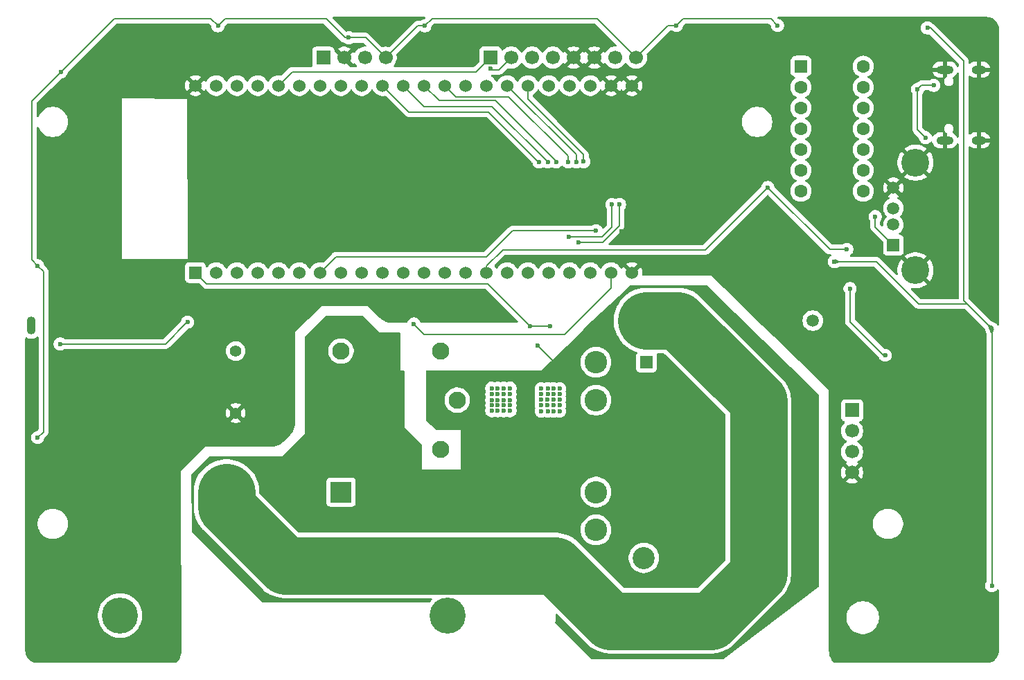
<source format=gbr>
%TF.GenerationSoftware,KiCad,Pcbnew,9.0.1*%
%TF.CreationDate,2025-10-25T18:58:24-04:00*%
%TF.ProjectId,Portal Box 5.1,506f7274-616c-4204-926f-7820352e312e,rev?*%
%TF.SameCoordinates,PX54c81a0PY7eef1e0*%
%TF.FileFunction,Copper,L2,Bot*%
%TF.FilePolarity,Positive*%
%FSLAX46Y46*%
G04 Gerber Fmt 4.6, Leading zero omitted, Abs format (unit mm)*
G04 Created by KiCad (PCBNEW 9.0.1) date 2025-10-25 18:58:24*
%MOMM*%
%LPD*%
G01*
G04 APERTURE LIST*
G04 Aperture macros list*
%AMRoundRect*
0 Rectangle with rounded corners*
0 $1 Rounding radius*
0 $2 $3 $4 $5 $6 $7 $8 $9 X,Y pos of 4 corners*
0 Add a 4 corners polygon primitive as box body*
4,1,4,$2,$3,$4,$5,$6,$7,$8,$9,$2,$3,0*
0 Add four circle primitives for the rounded corners*
1,1,$1+$1,$2,$3*
1,1,$1+$1,$4,$5*
1,1,$1+$1,$6,$7*
1,1,$1+$1,$8,$9*
0 Add four rect primitives between the rounded corners*
20,1,$1+$1,$2,$3,$4,$5,0*
20,1,$1+$1,$4,$5,$6,$7,0*
20,1,$1+$1,$6,$7,$8,$9,0*
20,1,$1+$1,$8,$9,$2,$3,0*%
G04 Aperture macros list end*
%TA.AperFunction,ComponentPad*%
%ADD10O,2.100000X1.000000*%
%TD*%
%TA.AperFunction,ComponentPad*%
%ADD11O,1.800000X1.000000*%
%TD*%
%TA.AperFunction,ComponentPad*%
%ADD12C,2.700000*%
%TD*%
%TA.AperFunction,ComponentPad*%
%ADD13C,4.416000*%
%TD*%
%TA.AperFunction,ComponentPad*%
%ADD14C,2.550000*%
%TD*%
%TA.AperFunction,ComponentPad*%
%ADD15R,2.550000X2.550000*%
%TD*%
%TA.AperFunction,ComponentPad*%
%ADD16O,1.100000X2.200000*%
%TD*%
%TA.AperFunction,ComponentPad*%
%ADD17C,1.530000*%
%TD*%
%TA.AperFunction,ComponentPad*%
%ADD18R,1.530000X1.530000*%
%TD*%
%TA.AperFunction,ComponentPad*%
%ADD19C,1.408000*%
%TD*%
%TA.AperFunction,ComponentPad*%
%ADD20R,1.700000X1.700000*%
%TD*%
%TA.AperFunction,ComponentPad*%
%ADD21C,1.700000*%
%TD*%
%TA.AperFunction,ComponentPad*%
%ADD22C,2.745000*%
%TD*%
%TA.AperFunction,ComponentPad*%
%ADD23R,1.508000X1.508000*%
%TD*%
%TA.AperFunction,ComponentPad*%
%ADD24C,1.508000*%
%TD*%
%TA.AperFunction,ComponentPad*%
%ADD25C,3.396000*%
%TD*%
%TA.AperFunction,ComponentPad*%
%ADD26C,2.100000*%
%TD*%
%TA.AperFunction,ComponentPad*%
%ADD27RoundRect,0.250000X-0.550000X-0.550000X0.550000X-0.550000X0.550000X0.550000X-0.550000X0.550000X0*%
%TD*%
%TA.AperFunction,ComponentPad*%
%ADD28C,1.600000*%
%TD*%
%TA.AperFunction,ViaPad*%
%ADD29C,0.600000*%
%TD*%
%TA.AperFunction,ViaPad*%
%ADD30C,0.500000*%
%TD*%
%TA.AperFunction,Conductor*%
%ADD31C,0.200000*%
%TD*%
%TA.AperFunction,Conductor*%
%ADD32C,7.000000*%
%TD*%
G04 APERTURE END LIST*
D10*
%TO.P,J2,S1,SHIELD*%
%TO.N,GND*%
X112932500Y64352500D03*
D11*
X117112500Y64352500D03*
D10*
X112932500Y72992500D03*
D11*
X117112500Y72992500D03*
%TD*%
D12*
%TO.P,A1,3,L*%
%TO.N,/WALL_HOT*%
X76150000Y13300000D03*
%TO.P,A1,2,PE*%
%TO.N,Earth*%
X83150000Y13300000D03*
%TO.P,A1,1,N*%
%TO.N,/AC_NEUTRAL*%
X90150000Y13300000D03*
%TD*%
D13*
%TO.P,A2,S2*%
%TO.N,N/C*%
X12150000Y6250000D03*
%TO.P,A2,S1*%
X52150000Y6250000D03*
D14*
%TO.P,A2,3,PE*%
%TO.N,Earth*%
X32150000Y21350000D03*
%TO.P,A2,2,N*%
%TO.N,/AC_NEUTRAL*%
X25150000Y21350000D03*
D15*
%TO.P,A2,1,L*%
%TO.N,/AC_HOT*%
X39150000Y21350000D03*
%TD*%
D16*
%TO.P,SW1,SH1*%
%TO.N,N/C*%
X1275000Y41700000D03*
%TD*%
D17*
%TO.P,U5,J3_22,GND2*%
%TO.N,GND*%
X74690000Y71050000D03*
%TO.P,U5,J3_21,GND1*%
X72150000Y71050000D03*
%TO.P,U5,J3_20,USB_D-/GPIO19*%
%TO.N,/GPIO19*%
X69610000Y71050000D03*
%TO.P,U5,J3_19,USB_D+/GPIO20*%
%TO.N,/GPIO20*%
X67070000Y71050000D03*
%TO.P,U5,J3_18,GPIO21*%
%TO.N,RFID_RST*%
X64530000Y71050000D03*
%TO.P,U5,J3_17,GPIO47*%
%TO.N,SDA*%
X61990000Y71050000D03*
%TO.P,U5,J3_16,GPIO48*%
%TO.N,SCL*%
X59450000Y71050000D03*
%TO.P,U5,J3_15,GPIO45*%
%TO.N,/GPIO45*%
X56910000Y71050000D03*
%TO.P,U5,J3_14,GPIO0*%
%TO.N,/GPIO0*%
X54370000Y71050000D03*
%TO.P,U5,J3_13,GPIO35*%
%TO.N,TS_CS*%
X51830000Y71050000D03*
%TO.P,U5,J3_12,GPIO36*%
%TO.N,MISO*%
X49290000Y71050000D03*
%TO.P,U5,J3_11,GPIO37*%
%TO.N,MOSI*%
X46750000Y71050000D03*
%TO.P,U5,J3_10,GPIO38*%
%TO.N,SCK*%
X44210000Y71050000D03*
%TO.P,U5,J3_9,MTCK/GPIO39*%
%TO.N,/GPIO39*%
X41670000Y71050000D03*
%TO.P,U5,J3_8,MTDO/GPIO40*%
%TO.N,/GPIO40*%
X39130000Y71050000D03*
%TO.P,U5,J3_7,MTDI/GPIO41*%
%TO.N,/GPIO41*%
X36590000Y71050000D03*
%TO.P,U5,J3_6,MTMS/GPIO42*%
%TO.N,/GPIO42*%
X34050000Y71050000D03*
%TO.P,U5,J3_5,GPIO2*%
%TO.N,RFID_CS*%
X31510000Y71050000D03*
%TO.P,U5,J3_4,GPIO1*%
%TO.N,BUTTON*%
X28970000Y71050000D03*
%TO.P,U5,J3_3,U0RXD/GPIO44*%
%TO.N,/GPIO44*%
X26430000Y71050000D03*
%TO.P,U5,J3_2,U0TXD/GPIO43*%
%TO.N,/GPIO43*%
X23890000Y71050000D03*
%TO.P,U5,J3_1,GND*%
%TO.N,GND*%
X21350000Y71050000D03*
%TO.P,U5,J1_22,GND3*%
X74690000Y48190000D03*
%TO.P,U5,J1_21,5V0*%
%TO.N,+5V*%
X72150000Y48190000D03*
%TO.P,U5,J1_20,GPIO14*%
%TO.N,LED_DI*%
X69610000Y48190000D03*
%TO.P,U5,J1_19,GPIO13*%
%TO.N,LED_CI*%
X67070000Y48190000D03*
%TO.P,U5,J1_18,GPIO12*%
%TO.N,TFT_RESET*%
X64530000Y48190000D03*
%TO.P,U5,J1_17,GPIO11*%
%TO.N,TFT_DC*%
X61990000Y48190000D03*
%TO.P,U5,J1_16,GPIO10*%
%TO.N,CURRENT*%
X59450000Y48190000D03*
%TO.P,U5,J1_15,GPIO9*%
%TO.N,USB_RELAY*%
X56910000Y48190000D03*
%TO.P,U5,J1_14,GPIO46*%
%TO.N,/GPIO46*%
X54370000Y48190000D03*
%TO.P,U5,J1_13,GPIO3*%
%TO.N,/GPIO3*%
X51830000Y48190000D03*
%TO.P,U5,J1_12,GPIO8*%
%TO.N,/GPIO8*%
X49290000Y48190000D03*
%TO.P,U5,J1_11,GPIO18*%
%TO.N,AC_RELAY*%
X46750000Y48190000D03*
%TO.P,U5,J1_10,GPIO17*%
%TO.N,/GPIO17*%
X44210000Y48190000D03*
%TO.P,U5,J1_9,GPIO16*%
%TO.N,/GPIO16*%
X41670000Y48190000D03*
%TO.P,U5,J1_8,GPIO15*%
%TO.N,/GPIO15*%
X39130000Y48190000D03*
%TO.P,U5,J1_7,GPIO7*%
%TO.N,TFT_CS*%
X36590000Y48190000D03*
%TO.P,U5,J1_6,GPIO6*%
%TO.N,/GPIO6*%
X34050000Y48190000D03*
%TO.P,U5,J1_5,GPIO5*%
%TO.N,/GPIO5*%
X31510000Y48190000D03*
%TO.P,U5,J1_4,GPIO4*%
%TO.N,BUZZER*%
X28970000Y48190000D03*
%TO.P,U5,J1_3,RST*%
%TO.N,RESET*%
X26430000Y48190000D03*
%TO.P,U5,J1_2,3V3.*%
%TO.N,unconnected-(U5-3V3.-PadJ1_2)*%
X23890000Y48190000D03*
D18*
%TO.P,U5,J1_1,3V3*%
%TO.N,ESP3vo*%
X21350000Y48190000D03*
%TD*%
D19*
%TO.P,BZ1,1,+*%
%TO.N,BUZZER*%
X26275000Y38600000D03*
%TO.P,BZ1,2,-*%
%TO.N,GND*%
X26275000Y31000000D03*
%TD*%
D20*
%TO.P,J5,1,Pin_1*%
%TO.N,RFID_CS*%
X57410000Y74475000D03*
D21*
%TO.P,J5,2,Pin_2*%
%TO.N,SCK*%
X59950000Y74475000D03*
%TO.P,J5,3,Pin_3*%
%TO.N,MOSI*%
X62490000Y74475000D03*
%TO.P,J5,4,Pin_4*%
%TO.N,MISO*%
X65030000Y74475000D03*
%TO.P,J5,5,Pin_5*%
%TO.N,GND*%
X67570000Y74475000D03*
%TO.P,J5,6,Pin_6*%
X70110000Y74475000D03*
%TO.P,J5,7,Pin_7*%
%TO.N,RFID_RST*%
X72650000Y74475000D03*
%TO.P,J5,8,Pin_8*%
%TO.N,+3V3*%
X75190000Y74475000D03*
%TD*%
D22*
%TO.P,F1,1*%
%TO.N,/WALL_HOT*%
X70300000Y16725000D03*
X70300000Y21350000D03*
%TO.P,F1,2*%
%TO.N,/WALL_HOT_FUSED*%
X70300000Y32600000D03*
X70300000Y37225000D03*
%TD*%
D20*
%TO.P,J6,1,Pin_1*%
%TO.N,+5V*%
X101600000Y31350000D03*
D21*
%TO.P,J6,2,Pin_2*%
%TO.N,LED_DI*%
X101600000Y28810000D03*
%TO.P,J6,3,Pin_3*%
%TO.N,LED_CI*%
X101600000Y26270000D03*
%TO.P,J6,4,Pin_4*%
%TO.N,GND*%
X101600000Y23730000D03*
%TD*%
D20*
%TO.P,SW2,1,1*%
%TO.N,BUTTON*%
X36980000Y74450000D03*
D21*
%TO.P,SW2,2,2*%
%TO.N,GND*%
X39520000Y74450000D03*
%TO.P,SW2,3,3*%
%TO.N,/LED_3V*%
X42060000Y74450000D03*
%TO.P,SW2,4,4*%
%TO.N,+3V3*%
X44600000Y74450000D03*
%TD*%
D23*
%TO.P,J1,1,VBUS*%
%TO.N,+5V*%
X106640000Y51550000D03*
D24*
%TO.P,J1,2,D-*%
%TO.N,USBA_D-*%
X106640000Y54050000D03*
%TO.P,J1,3,D+*%
%TO.N,USBA_D+*%
X106640000Y56050000D03*
%TO.P,J1,4,GND*%
%TO.N,GND*%
X106640000Y58550000D03*
D25*
%TO.P,J1,5,Shield*%
X109350000Y48480000D03*
X109350000Y61620000D03*
%TD*%
D26*
%TO.P,K1,COIL1*%
%TO.N,+5V*%
X51350000Y26600000D03*
%TO.P,K1,COIL2*%
%TO.N,Net-(D3-A)*%
X51350000Y38600000D03*
%TO.P,K1,COM*%
%TO.N,/S2R*%
X53350000Y32600000D03*
%TO.P,K1,NO*%
%TO.N,/AC_HOT*%
X39150000Y38600000D03*
%TD*%
D23*
%TO.P,PS1,1,VAC_IN(L)*%
%TO.N,/WALL_HOT_FUSED*%
X76477500Y37230000D03*
D24*
%TO.P,PS1,2,VAC_IN(N)*%
%TO.N,/AC_NEUTRAL*%
X76477500Y42310000D03*
%TO.P,PS1,4,-VOUT*%
%TO.N,Earth*%
X96797500Y32150000D03*
%TO.P,PS1,5,+VOUT*%
%TO.N,+5V*%
X96797500Y42310000D03*
%TD*%
D27*
%TO.P,J3,1,Pin_1*%
%TO.N,USBC_D-*%
X95350000Y73400000D03*
D28*
%TO.P,J3,2,Pin_2*%
%TO.N,+5V*%
X95350000Y70860000D03*
%TO.P,J3,3,Pin_3*%
%TO.N,unconnected-(J3-Pin_3-Pad3)*%
X95350000Y68320000D03*
%TO.P,J3,4,Pin_4*%
%TO.N,unconnected-(J3-Pin_4-Pad4)*%
X95350000Y65780000D03*
%TO.P,J3,5,Pin_5*%
%TO.N,unconnected-(J3-Pin_5-Pad5)*%
X95350000Y63240000D03*
%TO.P,J3,6,Pin_6*%
%TO.N,COIL*%
X95350000Y60700000D03*
%TO.P,J3,7,Pin_7*%
%TO.N,USBA_D-*%
X95350000Y58160000D03*
%TO.P,J3,8,Pin_8*%
%TO.N,USBA_D+*%
X102970000Y58160000D03*
%TO.P,J3,9,Pin_9*%
%TO.N,unconnected-(J3-Pin_9-Pad9)*%
X102970000Y60700000D03*
%TO.P,J3,10,Pin_10*%
%TO.N,unconnected-(J3-Pin_10-Pad10)*%
X102970000Y63240000D03*
%TO.P,J3,11,Pin_11*%
%TO.N,unconnected-(J3-Pin_11-Pad11)*%
X102970000Y65780000D03*
%TO.P,J3,12,Pin_12*%
%TO.N,unconnected-(J3-Pin_12-Pad12)*%
X102970000Y68320000D03*
%TO.P,J3,13,Pin_13*%
%TO.N,unconnected-(J3-Pin_13-Pad13)*%
X102970000Y70860000D03*
%TO.P,J3,14,Pin_14*%
%TO.N,USBC_D+*%
X102970000Y73400000D03*
%TD*%
D29*
%TO.N,+5V*%
X48050000Y41900000D03*
%TO.N,GND*%
X47450000Y43937500D03*
X57250000Y44200000D03*
%TO.N,Earth*%
X65400000Y37050000D03*
X63200000Y39250000D03*
%TO.N,ESP3vo*%
X62200000Y41650000D03*
X64725000Y41625000D03*
%TO.N,+3V3*%
X2067500Y28011666D03*
X2067500Y49030000D03*
X4925000Y72725000D03*
X118650000Y41350000D03*
X92500000Y78400000D03*
X110800000Y78100000D03*
X118675000Y9900000D03*
X49400000Y78357500D03*
X80132500Y78407500D03*
X24100000Y78350000D03*
X40087500Y76900000D03*
X99450000Y49525000D03*
%TO.N,GND*%
X100100000Y56250000D03*
X90900000Y46300000D03*
X87800000Y47200000D03*
X115260000Y76740000D03*
X108880000Y78470000D03*
X90900000Y51100000D03*
X87800000Y46300000D03*
X105675000Y42522500D03*
X92000000Y50200000D03*
X74025000Y53300000D03*
X89800000Y48500000D03*
X88800000Y47200000D03*
X89800000Y49300000D03*
X74025000Y53875000D03*
X93000000Y49300000D03*
X100950000Y48025000D03*
X118725000Y45275000D03*
X2080000Y24010000D03*
X89800000Y47200000D03*
X89800000Y51100000D03*
X73400000Y52700000D03*
D30*
X30950000Y78357500D03*
D29*
X90900000Y47200000D03*
X90900000Y48500000D03*
X87800000Y51100000D03*
X90900000Y49300000D03*
X89800000Y46300000D03*
X91375000Y56700000D03*
X73400000Y53275000D03*
X87800000Y50200000D03*
X93000000Y46300000D03*
X87800000Y49300000D03*
X88800000Y50200000D03*
X87000000Y78407500D03*
X87800000Y48500000D03*
X88800000Y49300000D03*
X93000000Y47200000D03*
X22200000Y78350000D03*
X93000000Y50200000D03*
X90900000Y50200000D03*
X92000000Y49300000D03*
X88800000Y51100000D03*
X93000000Y51100000D03*
X89800000Y50200000D03*
X92000000Y46300000D03*
X88800000Y46300000D03*
X93000000Y48500000D03*
X100725000Y39012500D03*
X74025000Y52725000D03*
X92000000Y47200000D03*
X45450000Y78350000D03*
D30*
X54200000Y78357500D03*
D29*
X92000000Y51100000D03*
X88800000Y48500000D03*
X92000000Y48500000D03*
%TO.N,+5V*%
X109600000Y70600000D03*
X104425000Y55025000D03*
X110575000Y64675000D03*
X111575000Y71075000D03*
%TO.N,USB_RELAY*%
X91310000Y58600000D03*
X101350000Y46225000D03*
X100950000Y51025000D03*
X105650000Y38075000D03*
%TO.N,SCL*%
X67900000Y61700000D03*
%TO.N,SCK*%
X57410000Y73160000D03*
X63325735Y61725735D03*
%TO.N,TFT_CS*%
X70300000Y53300000D03*
%TO.N,MOSI*%
X64400000Y61700000D03*
%TO.N,TFT_RESET*%
X68180000Y51910000D03*
X73190000Y56500000D03*
%TO.N,TFT_DC*%
X72230000Y56530000D03*
X66950000Y52520000D03*
%TO.N,TS_CS*%
X66900000Y61700000D03*
%TO.N,MISO*%
X65436922Y61740850D03*
%TO.N,SDA*%
X68800000Y61750000D03*
%TO.N,RESET*%
X20380000Y42130000D03*
X4825000Y39450000D03*
%TO.N,/WALL_HOT_FUSED*%
X63600000Y32000000D03*
X64400000Y34000000D03*
X65100000Y32000000D03*
X65850000Y31250000D03*
X65850000Y32700000D03*
X64350000Y32700000D03*
X64350000Y32000000D03*
X63600000Y33350000D03*
X65850000Y34000000D03*
X65850000Y33350000D03*
X65100000Y34000000D03*
X65100000Y33350000D03*
X65100000Y31250000D03*
X63600000Y32700000D03*
X64400000Y33350000D03*
X64400000Y31250000D03*
X63600000Y31250000D03*
X63600000Y34000000D03*
X65850000Y32000000D03*
X65100000Y32700000D03*
%TO.N,/S2R*%
X59800000Y31950000D03*
X57550000Y34050000D03*
X59800000Y34050000D03*
X58300000Y32600000D03*
X58300000Y34050000D03*
X57550000Y31300000D03*
X57550000Y32600000D03*
X58300000Y31950000D03*
X57550000Y33300000D03*
X59800000Y31300000D03*
X58300000Y31300000D03*
X59800000Y32600000D03*
X58300000Y33300000D03*
X57550000Y31950000D03*
X59000000Y31300000D03*
X59050000Y33300000D03*
X59000000Y31950000D03*
X59050000Y32600000D03*
X59800000Y33300000D03*
X59000000Y34050000D03*
%TD*%
D31*
%TO.N,+5V*%
X66475000Y40650000D02*
X72150000Y46325000D01*
X49300000Y40650000D02*
X66475000Y40650000D01*
X48050000Y41900000D02*
X49300000Y40650000D01*
X72150000Y46325000D02*
X72150000Y48190000D01*
%TO.N,ESP3vo*%
X57050000Y46800000D02*
X62200000Y41650000D01*
X22740000Y46800000D02*
X57050000Y46800000D01*
X21350000Y48190000D02*
X22740000Y46800000D01*
%TO.N,Earth*%
X65400000Y37050000D02*
X63200000Y39250000D01*
%TO.N,ESP3vo*%
X64700000Y41650000D02*
X62200000Y41650000D01*
X64725000Y41625000D02*
X64700000Y41650000D01*
%TO.N,USB_RELAY*%
X105460000Y38075000D02*
X101375000Y42160000D01*
X105650000Y38075000D02*
X105460000Y38075000D01*
D32*
%TO.N,/AC_NEUTRAL*%
X90150000Y13300000D02*
X90150000Y11390812D01*
X32316878Y12380000D02*
X25150000Y19546878D01*
X65320000Y12380000D02*
X32316878Y12380000D01*
X25150000Y19546878D02*
X25150000Y21350000D01*
X90150000Y32467500D02*
X90150000Y13300000D01*
X80307500Y42310000D02*
X90150000Y32467500D01*
X84359188Y5600000D02*
X72100000Y5600000D01*
X72100000Y5600000D02*
X65320000Y12380000D01*
X90150000Y11390812D02*
X84359188Y5600000D01*
X76477500Y42310000D02*
X80307500Y42310000D01*
D31*
%TO.N,+3V3*%
X40087500Y76900000D02*
X39610000Y76900000D01*
X48507500Y78357500D02*
X49400000Y78357500D01*
X11440000Y79240000D02*
X23210000Y79240000D01*
X118675000Y9900000D02*
X118675000Y41325000D01*
X39610000Y76900000D02*
X37310000Y79200000D01*
X44600000Y74450000D02*
X42150000Y76900000D01*
X118650000Y41350000D02*
X115640000Y44360000D01*
X44600000Y74450000D02*
X48507500Y78357500D01*
X2770000Y37700000D02*
X2770000Y28714166D01*
X4925000Y72725000D02*
X11440000Y79240000D01*
X111165000Y78100000D02*
X115230000Y74035000D01*
X115230000Y44770000D02*
X115640000Y44360000D01*
X115230000Y74035000D02*
X115230000Y44770000D01*
X104550000Y49525000D02*
X109715000Y44360000D01*
X49400000Y78357500D02*
X50292500Y79250000D01*
X50292500Y79250000D02*
X70415000Y79250000D01*
X24950000Y79200000D02*
X37310000Y79200000D01*
X118675000Y41325000D02*
X118650000Y41350000D01*
X42150000Y76900000D02*
X40087500Y76900000D01*
X23210000Y79240000D02*
X24100000Y78350000D01*
X80202500Y78477500D02*
X80132500Y78407500D01*
X80925000Y79200000D02*
X80132500Y78407500D01*
X80132500Y78407500D02*
X79122500Y78407500D01*
X4925000Y72725000D02*
X1350000Y69150000D01*
X2770000Y48327500D02*
X2770000Y37700000D01*
X91700000Y79200000D02*
X80925000Y79200000D01*
X99450000Y49525000D02*
X104550000Y49525000D01*
X109715000Y44360000D02*
X115640000Y44360000D01*
X2067500Y49030000D02*
X2770000Y48327500D01*
X1350000Y49747500D02*
X2067500Y49030000D01*
X110800000Y78100000D02*
X111165000Y78100000D01*
X1350000Y69150000D02*
X1350000Y49747500D01*
X92500000Y78400000D02*
X91700000Y79200000D01*
X2770000Y28714166D02*
X2067500Y28011666D01*
X79122500Y78407500D02*
X75190000Y74475000D01*
X70415000Y79250000D02*
X75190000Y74475000D01*
X24100000Y78350000D02*
X24950000Y79200000D01*
%TO.N,+5V*%
X111575000Y71075000D02*
X110075000Y71075000D01*
X104425000Y53765000D02*
X106640000Y51550000D01*
X104425000Y55025000D02*
X104425000Y53765000D01*
X110075000Y71075000D02*
X109600000Y70600000D01*
X109600000Y65650000D02*
X110575000Y64675000D01*
X109600000Y70600000D02*
X109600000Y65650000D01*
%TO.N,Net-(D3-A)*%
X51455000Y38705000D02*
X51350000Y38600000D01*
%TO.N,USB_RELAY*%
X58911000Y50981000D02*
X83691000Y50981000D01*
X56910000Y48980000D02*
X58911000Y50981000D01*
X98885000Y51025000D02*
X91310000Y58600000D01*
X101375000Y46200000D02*
X101375000Y42160000D01*
X56910000Y48190000D02*
X56910000Y48980000D01*
X100950000Y51025000D02*
X98885000Y51025000D01*
X101350000Y46225000D02*
X101375000Y46200000D01*
X83691000Y50981000D02*
X91310000Y58600000D01*
%TO.N,SCL*%
X67900000Y62600000D02*
X59450000Y71050000D01*
X67900000Y61700000D02*
X67900000Y62600000D01*
%TO.N,SCK*%
X63290000Y61710000D02*
X57200000Y67800000D01*
X57410000Y73160000D02*
X57580000Y72990000D01*
X47460000Y67800000D02*
X44210000Y71050000D01*
X63325735Y61725735D02*
X63310000Y61710000D01*
X57200000Y67800000D02*
X47460000Y67800000D01*
X58465000Y72990000D02*
X59950000Y74475000D01*
X63310000Y61710000D02*
X63290000Y61710000D01*
X57580000Y72990000D02*
X58465000Y72990000D01*
%TO.N,TFT_CS*%
X60100000Y53300000D02*
X70300000Y53300000D01*
X38500000Y50100000D02*
X56900000Y50100000D01*
X56900000Y50100000D02*
X60100000Y53300000D01*
X36590000Y48190000D02*
X38500000Y50100000D01*
%TO.N,MOSI*%
X57600000Y68500000D02*
X49300000Y68500000D01*
X49300000Y68500000D02*
X46750000Y71050000D01*
X64400000Y61700000D02*
X57600000Y68500000D01*
%TO.N,TFT_RESET*%
X73190000Y56500000D02*
X73190000Y53950000D01*
X73190000Y53950000D02*
X71150000Y51910000D01*
X71150000Y51910000D02*
X68180000Y51910000D01*
%TO.N,TFT_DC*%
X72230000Y53710000D02*
X72230000Y56530000D01*
X71040000Y52520000D02*
X72230000Y53710000D01*
X66950000Y52520000D02*
X71040000Y52520000D01*
%TO.N,TS_CS*%
X66900000Y61700000D02*
X66900000Y62440000D01*
X66900000Y62440000D02*
X59640000Y69700000D01*
X59640000Y69700000D02*
X53180000Y69700000D01*
X53180000Y69700000D02*
X51830000Y71050000D01*
%TO.N,MISO*%
X51140000Y69200000D02*
X58000000Y69200000D01*
X49290000Y71050000D02*
X51140000Y69200000D01*
X65436922Y61763078D02*
X65436922Y61740850D01*
X58000000Y69200000D02*
X65436922Y61763078D01*
%TO.N,SDA*%
X61990000Y69410000D02*
X68800000Y62600000D01*
X61990000Y71050000D02*
X61990000Y69410000D01*
X68800000Y62600000D02*
X68800000Y61750000D01*
%TO.N,RFID_CS*%
X55675000Y72740000D02*
X57410000Y74475000D01*
X33200000Y72740000D02*
X55675000Y72740000D01*
X31510000Y71050000D02*
X33200000Y72740000D01*
%TO.N,RESET*%
X20380000Y42130000D02*
X20275000Y42025000D01*
X17690000Y39450000D02*
X20265000Y42025000D01*
X20275000Y42025000D02*
X20265000Y42025000D01*
X4825000Y39450000D02*
X17690000Y39450000D01*
%TD*%
%TA.AperFunction,Conductor*%
%TO.N,Earth*%
G36*
X83808195Y46605315D02*
G01*
X83827478Y46590020D01*
X97489567Y33341934D01*
X97523991Y33281133D01*
X97527245Y33253044D01*
X97551825Y9808178D01*
X97532211Y9741118D01*
X97502655Y9709172D01*
X85886669Y918085D01*
X85821334Y893325D01*
X85811460Y892962D01*
X69724760Y942066D01*
X69657781Y961955D01*
X69637038Y978805D01*
X67724095Y2910188D01*
X65349274Y5307902D01*
X65316085Y5369384D01*
X65317600Y5427248D01*
X65366270Y5608884D01*
X65400500Y5868880D01*
X65400500Y6131120D01*
X65370732Y6357222D01*
X65381497Y6426254D01*
X65427877Y6478510D01*
X65495146Y6497396D01*
X65561946Y6476916D01*
X65581352Y6461086D01*
X69132250Y2910188D01*
X69410182Y2632255D01*
X69410187Y2632251D01*
X69410188Y2632250D01*
X69714031Y2382893D01*
X70040851Y2164518D01*
X70040860Y2164513D01*
X70040862Y2164512D01*
X70387495Y1979233D01*
X70387497Y1979233D01*
X70387503Y1979229D01*
X70750647Y1828810D01*
X71126786Y1714709D01*
X71126792Y1714708D01*
X71126795Y1714707D01*
X71126806Y1714704D01*
X71342241Y1671853D01*
X71512297Y1638027D01*
X71903468Y1599500D01*
X71903471Y1599500D01*
X84555717Y1599500D01*
X84555720Y1599500D01*
X84946891Y1638027D01*
X85158883Y1680195D01*
X85332381Y1714704D01*
X85332392Y1714707D01*
X85332392Y1714708D01*
X85332402Y1714709D01*
X85708541Y1828810D01*
X86071685Y1979229D01*
X86418337Y2164518D01*
X86745157Y2382893D01*
X87049000Y2632250D01*
X87326938Y2910188D01*
X87326938Y2910189D01*
X92835475Y8418728D01*
X92835497Y8418747D01*
X93117745Y8700995D01*
X93117750Y8701000D01*
X93367107Y9004843D01*
X93585482Y9331663D01*
X93770771Y9678315D01*
X93921190Y10041459D01*
X93933759Y10082893D01*
X94035291Y10417598D01*
X94035293Y10417608D01*
X94035296Y10417619D01*
X94074018Y10612295D01*
X94111973Y10803109D01*
X94150501Y11194280D01*
X94150501Y11587344D01*
X94150501Y11590132D01*
X94150500Y11590178D01*
X94150500Y32664029D01*
X94139191Y32778847D01*
X94111973Y33055203D01*
X94101016Y33110289D01*
X94099778Y33116512D01*
X94035296Y33440694D01*
X94035293Y33440705D01*
X94035292Y33440708D01*
X94035291Y33440714D01*
X93921190Y33816853D01*
X93770771Y34179997D01*
X93742178Y34233490D01*
X93702284Y34308127D01*
X93585488Y34526638D01*
X93585487Y34526640D01*
X93585482Y34526649D01*
X93367107Y34853469D01*
X93117750Y35157312D01*
X93117749Y35157313D01*
X93117745Y35157318D01*
X92839812Y35435250D01*
X82997317Y45277746D01*
X82693474Y45527103D01*
X82693473Y45527104D01*
X82693469Y45527107D01*
X82598436Y45590606D01*
X82366649Y45745482D01*
X82366644Y45745485D01*
X82366637Y45745489D01*
X82020004Y45930768D01*
X82019999Y45930770D01*
X81748820Y46043096D01*
X81656853Y46081190D01*
X81656850Y46081191D01*
X81617210Y46093217D01*
X81617210Y46093216D01*
X81280704Y46195294D01*
X81280693Y46195297D01*
X80895208Y46271972D01*
X80895203Y46271973D01*
X80895201Y46271974D01*
X80895191Y46271975D01*
X80607819Y46300278D01*
X80504032Y46310500D01*
X76280968Y46310500D01*
X76191751Y46301713D01*
X75889797Y46271974D01*
X75504305Y46195296D01*
X75504294Y46195293D01*
X75128145Y46081190D01*
X74765000Y45930770D01*
X74764995Y45930768D01*
X74418362Y45745489D01*
X74418344Y45745478D01*
X74091539Y45527113D01*
X74091525Y45527103D01*
X73787682Y45277746D01*
X73509754Y44999818D01*
X73260397Y44695975D01*
X73260387Y44695961D01*
X73042022Y44369156D01*
X73042011Y44369138D01*
X72856732Y44022505D01*
X72856730Y44022500D01*
X72706310Y43659355D01*
X72592207Y43283206D01*
X72592204Y43283195D01*
X72515526Y42897703D01*
X72477000Y42506529D01*
X72477000Y42113472D01*
X72515526Y41722298D01*
X72592204Y41336806D01*
X72592207Y41336795D01*
X72706310Y40960646D01*
X72856730Y40597501D01*
X72856732Y40597496D01*
X73042011Y40250863D01*
X73042022Y40250845D01*
X73260387Y39924040D01*
X73260397Y39924026D01*
X73509754Y39620183D01*
X73787682Y39342255D01*
X73787687Y39342251D01*
X73787688Y39342250D01*
X74091531Y39092893D01*
X74418351Y38874518D01*
X74418360Y38874513D01*
X74418362Y38874512D01*
X74764995Y38689233D01*
X74764997Y38689233D01*
X74765003Y38689229D01*
X75128147Y38538810D01*
X75273002Y38494869D01*
X75331440Y38456572D01*
X75359896Y38392760D01*
X75349336Y38323693D01*
X75336273Y38301898D01*
X75279704Y38226332D01*
X75279702Y38226329D01*
X75229408Y38091483D01*
X75223001Y38031884D01*
X75223001Y38031877D01*
X75223000Y38031865D01*
X75223000Y36428130D01*
X75223001Y36428124D01*
X75229408Y36368517D01*
X75279702Y36233672D01*
X75279706Y36233665D01*
X75365952Y36118456D01*
X75365955Y36118453D01*
X75481164Y36032207D01*
X75481171Y36032203D01*
X75616017Y35981909D01*
X75616016Y35981909D01*
X75622944Y35981165D01*
X75675627Y35975500D01*
X77279372Y35975501D01*
X77338983Y35981909D01*
X77473831Y36032204D01*
X77589046Y36118454D01*
X77675296Y36233669D01*
X77725591Y36368517D01*
X77732000Y36428127D01*
X77731999Y38031872D01*
X77725591Y38091483D01*
X77706686Y38142168D01*
X77701703Y38211858D01*
X77735188Y38273181D01*
X77796511Y38306666D01*
X77822869Y38309500D01*
X78599076Y38309500D01*
X78666115Y38289815D01*
X78686757Y38273181D01*
X86113181Y30846757D01*
X86146666Y30785434D01*
X86149500Y30759076D01*
X86149500Y13099236D01*
X86129815Y13032197D01*
X86113181Y13011555D01*
X82738445Y9636819D01*
X82677122Y9603334D01*
X82650764Y9600500D01*
X73808424Y9600500D01*
X73741385Y9620185D01*
X73720743Y9636819D01*
X70019897Y13337666D01*
X69936274Y13421289D01*
X74299500Y13421289D01*
X74299500Y13178712D01*
X74331161Y12938215D01*
X74393947Y12703896D01*
X74486773Y12479795D01*
X74486776Y12479788D01*
X74608064Y12269711D01*
X74608066Y12269708D01*
X74608067Y12269707D01*
X74755733Y12077264D01*
X74755739Y12077257D01*
X74927256Y11905740D01*
X74927262Y11905735D01*
X75119711Y11758064D01*
X75329788Y11636776D01*
X75553900Y11543946D01*
X75788211Y11481162D01*
X75968586Y11457416D01*
X76028711Y11449500D01*
X76028712Y11449500D01*
X76271289Y11449500D01*
X76319388Y11455833D01*
X76511789Y11481162D01*
X76746100Y11543946D01*
X76970212Y11636776D01*
X77180289Y11758064D01*
X77372738Y11905735D01*
X77544265Y12077262D01*
X77691936Y12269711D01*
X77813224Y12479788D01*
X77906054Y12703900D01*
X77968838Y12938211D01*
X78000500Y13178712D01*
X78000500Y13421288D01*
X77968838Y13661789D01*
X77906054Y13896100D01*
X77813224Y14120212D01*
X77691936Y14330289D01*
X77544265Y14522738D01*
X77544260Y14522744D01*
X77372743Y14694261D01*
X77372736Y14694267D01*
X77180293Y14841933D01*
X77180292Y14841934D01*
X77180289Y14841936D01*
X76970212Y14963224D01*
X76970205Y14963227D01*
X76746104Y15056053D01*
X76511785Y15118839D01*
X76271289Y15150500D01*
X76271288Y15150500D01*
X76028712Y15150500D01*
X76028711Y15150500D01*
X75788214Y15118839D01*
X75553895Y15056053D01*
X75329794Y14963227D01*
X75329785Y14963223D01*
X75119706Y14841933D01*
X74927263Y14694267D01*
X74927256Y14694261D01*
X74755739Y14522744D01*
X74755733Y14522737D01*
X74608067Y14330294D01*
X74486777Y14120215D01*
X74486773Y14120206D01*
X74393947Y13896105D01*
X74331161Y13661786D01*
X74299500Y13421289D01*
X69936274Y13421289D01*
X68009817Y15347746D01*
X67705974Y15597103D01*
X67705973Y15597104D01*
X67705969Y15597107D01*
X67633818Y15645317D01*
X67379149Y15815482D01*
X67379144Y15815485D01*
X67379137Y15815489D01*
X67032504Y16000768D01*
X67032499Y16000770D01*
X66669348Y16151192D01*
X66568983Y16181638D01*
X66568983Y16181637D01*
X66293214Y16265291D01*
X66293213Y16265292D01*
X66293204Y16265294D01*
X66293193Y16265297D01*
X65907708Y16341972D01*
X65907703Y16341973D01*
X65907701Y16341974D01*
X65907691Y16341975D01*
X65620319Y16370278D01*
X65516532Y16380500D01*
X65516529Y16380500D01*
X34025302Y16380500D01*
X33958263Y16400185D01*
X33937621Y16416819D01*
X33506676Y16847764D01*
X68427000Y16847764D01*
X68427000Y16602237D01*
X68456191Y16380500D01*
X68459047Y16358812D01*
X68463559Y16341973D01*
X68522594Y16121652D01*
X68616551Y15894820D01*
X68616556Y15894809D01*
X68739315Y15682185D01*
X68888780Y15487397D01*
X68888786Y15487390D01*
X69062389Y15313787D01*
X69062396Y15313781D01*
X69257184Y15164316D01*
X69469808Y15041557D01*
X69469813Y15041555D01*
X69469816Y15041553D01*
X69696652Y14947594D01*
X69933812Y14884047D01*
X70116380Y14860012D01*
X70177236Y14852000D01*
X70177237Y14852000D01*
X70422764Y14852000D01*
X70471448Y14858410D01*
X70666188Y14884047D01*
X70903348Y14947594D01*
X71130184Y15041553D01*
X71342816Y15164316D01*
X71537605Y15313782D01*
X71711218Y15487395D01*
X71860684Y15682184D01*
X71983447Y15894816D01*
X72077406Y16121652D01*
X72140953Y16358812D01*
X72173000Y16602237D01*
X72173000Y16847763D01*
X72140953Y17091188D01*
X72077406Y17328348D01*
X71983447Y17555184D01*
X71983445Y17555187D01*
X71983443Y17555192D01*
X71860684Y17767816D01*
X71711219Y17962604D01*
X71711213Y17962611D01*
X71537610Y18136214D01*
X71537603Y18136220D01*
X71342815Y18285685D01*
X71130191Y18408444D01*
X71130180Y18408449D01*
X70903348Y18502406D01*
X70666184Y18565954D01*
X70422764Y18598000D01*
X70422763Y18598000D01*
X70177237Y18598000D01*
X70177236Y18598000D01*
X69933815Y18565954D01*
X69696651Y18502406D01*
X69469819Y18408449D01*
X69469808Y18408444D01*
X69257184Y18285685D01*
X69062396Y18136220D01*
X69062389Y18136214D01*
X68888786Y17962611D01*
X68888780Y17962604D01*
X68739315Y17767816D01*
X68616556Y17555192D01*
X68616551Y17555181D01*
X68522594Y17328349D01*
X68459046Y17091185D01*
X68427000Y16847764D01*
X33506676Y16847764D01*
X29186819Y21167621D01*
X29153334Y21228944D01*
X29150500Y21255302D01*
X29150500Y21546529D01*
X29133790Y21716185D01*
X29111973Y21937703D01*
X29108861Y21953349D01*
X29035295Y22323195D01*
X29035292Y22323206D01*
X29035291Y22323209D01*
X29035290Y22323215D01*
X28929225Y22672865D01*
X37374500Y22672865D01*
X37374500Y20027130D01*
X37374501Y20027124D01*
X37380908Y19967517D01*
X37431202Y19832672D01*
X37431206Y19832665D01*
X37517452Y19717456D01*
X37517455Y19717453D01*
X37632664Y19631207D01*
X37632671Y19631203D01*
X37767517Y19580909D01*
X37767516Y19580909D01*
X37774444Y19580165D01*
X37827127Y19574500D01*
X40472872Y19574501D01*
X40532483Y19580909D01*
X40667331Y19631204D01*
X40782546Y19717454D01*
X40868796Y19832669D01*
X40919091Y19967517D01*
X40925500Y20027127D01*
X40925499Y21472764D01*
X68427000Y21472764D01*
X68427000Y21227237D01*
X68459046Y20983816D01*
X68522594Y20746652D01*
X68616551Y20519820D01*
X68616556Y20519809D01*
X68739315Y20307185D01*
X68888780Y20112397D01*
X68888786Y20112390D01*
X69062389Y19938787D01*
X69062396Y19938781D01*
X69257184Y19789316D01*
X69469808Y19666557D01*
X69469813Y19666555D01*
X69469816Y19666553D01*
X69696652Y19572594D01*
X69933812Y19509047D01*
X70116380Y19485012D01*
X70177236Y19477000D01*
X70177237Y19477000D01*
X70422764Y19477000D01*
X70471448Y19483410D01*
X70666188Y19509047D01*
X70903348Y19572594D01*
X71130184Y19666553D01*
X71342816Y19789316D01*
X71537605Y19938782D01*
X71711218Y20112395D01*
X71860684Y20307184D01*
X71983447Y20519816D01*
X72077406Y20746652D01*
X72140953Y20983812D01*
X72173000Y21227237D01*
X72173000Y21472763D01*
X72140953Y21716188D01*
X72077406Y21953348D01*
X71983447Y22180184D01*
X71983445Y22180187D01*
X71983443Y22180192D01*
X71860684Y22392816D01*
X71711219Y22587604D01*
X71711213Y22587611D01*
X71537610Y22761214D01*
X71537603Y22761220D01*
X71342815Y22910685D01*
X71130191Y23033444D01*
X71130180Y23033449D01*
X70903348Y23127406D01*
X70666184Y23190954D01*
X70422764Y23223000D01*
X70422763Y23223000D01*
X70177237Y23223000D01*
X70177236Y23223000D01*
X69933815Y23190954D01*
X69696651Y23127406D01*
X69469819Y23033449D01*
X69469808Y23033444D01*
X69257184Y22910685D01*
X69062396Y22761220D01*
X69062389Y22761214D01*
X68888786Y22587611D01*
X68888780Y22587604D01*
X68739315Y22392816D01*
X68616556Y22180192D01*
X68616551Y22180181D01*
X68522594Y21953349D01*
X68459046Y21716185D01*
X68427000Y21472764D01*
X40925499Y21472764D01*
X40925499Y22672872D01*
X40919091Y22732483D01*
X40868796Y22867331D01*
X40868795Y22867332D01*
X40868793Y22867336D01*
X40782547Y22982545D01*
X40782544Y22982548D01*
X40667335Y23068794D01*
X40667328Y23068798D01*
X40532482Y23119092D01*
X40532483Y23119092D01*
X40472883Y23125499D01*
X40472881Y23125500D01*
X40472873Y23125500D01*
X40472864Y23125500D01*
X37827129Y23125500D01*
X37827123Y23125499D01*
X37767516Y23119092D01*
X37632671Y23068798D01*
X37632664Y23068794D01*
X37517455Y22982548D01*
X37517452Y22982545D01*
X37431206Y22867336D01*
X37431202Y22867329D01*
X37380908Y22732483D01*
X37374501Y22672884D01*
X37374501Y22672877D01*
X37374500Y22672865D01*
X28929225Y22672865D01*
X28921190Y22699353D01*
X28770771Y23062497D01*
X28740520Y23119092D01*
X28585488Y23409138D01*
X28585487Y23409140D01*
X28585482Y23409149D01*
X28367107Y23735969D01*
X28117750Y24039812D01*
X28117749Y24039813D01*
X28117745Y24039818D01*
X27839817Y24317746D01*
X27535974Y24567103D01*
X27535973Y24567104D01*
X27535969Y24567107D01*
X27209149Y24785482D01*
X27209144Y24785485D01*
X27209137Y24785489D01*
X26862504Y24970768D01*
X26862499Y24970770D01*
X26499354Y25121190D01*
X26123205Y25235293D01*
X26123194Y25235296D01*
X25737702Y25311974D01*
X25443089Y25340990D01*
X25346532Y25350500D01*
X24953468Y25350500D01*
X24864251Y25341713D01*
X24562297Y25311974D01*
X24176805Y25235296D01*
X24176794Y25235293D01*
X23800645Y25121190D01*
X23437500Y24970770D01*
X23437495Y24970768D01*
X23090862Y24785489D01*
X23090844Y24785478D01*
X22764039Y24567113D01*
X22764025Y24567103D01*
X22460182Y24317746D01*
X22182254Y24039818D01*
X21932897Y23735975D01*
X21932887Y23735961D01*
X21714522Y23409156D01*
X21714511Y23409138D01*
X21529232Y23062505D01*
X21529230Y23062500D01*
X21378810Y22699355D01*
X21264707Y22323206D01*
X21264704Y22323195D01*
X21188026Y21937703D01*
X21149500Y21546529D01*
X21149500Y19350350D01*
X21188025Y18959187D01*
X21188028Y18959170D01*
X21264703Y18573685D01*
X21264706Y18573674D01*
X21352066Y18285685D01*
X21352067Y18285684D01*
X21352067Y18285683D01*
X21352066Y18285683D01*
X21378808Y18197531D01*
X21378810Y18197525D01*
X21529229Y17834381D01*
X21529230Y17834379D01*
X21529232Y17834374D01*
X21714511Y17487741D01*
X21714522Y17487723D01*
X21839621Y17300500D01*
X21932887Y17160918D01*
X21932897Y17160904D01*
X22182254Y16857061D01*
X29349128Y9690188D01*
X29627060Y9412255D01*
X29627065Y9412251D01*
X29627066Y9412250D01*
X29930909Y9162893D01*
X30257729Y8944518D01*
X30496099Y8817107D01*
X30604381Y8759229D01*
X30967524Y8608810D01*
X31343664Y8494709D01*
X31343670Y8494708D01*
X31343673Y8494707D01*
X31343684Y8494704D01*
X31703862Y8423062D01*
X31729175Y8418027D01*
X32120346Y8379500D01*
X50149740Y8379500D01*
X50216779Y8359815D01*
X50262534Y8307011D01*
X50272478Y8237853D01*
X50243453Y8174297D01*
X50237421Y8167819D01*
X50127245Y8057644D01*
X49997250Y7894636D01*
X49940061Y7854496D01*
X49900392Y7847949D01*
X29633657Y7833454D01*
X29566603Y7853091D01*
X29546056Y7869604D01*
X29544853Y7870802D01*
X24918086Y12479795D01*
X20917042Y16465468D01*
X20883439Y16526727D01*
X20880555Y16552929D01*
X20880400Y16602237D01*
X20858861Y23473106D01*
X20878335Y23540206D01*
X20894956Y23560952D01*
X21069078Y23735961D01*
X22969313Y25645882D01*
X23030550Y25679522D01*
X23056966Y25682423D01*
X31962498Y25699785D01*
X34692907Y28437865D01*
X34684107Y38722027D01*
X37599500Y38722027D01*
X37599500Y38477973D01*
X37637679Y38236924D01*
X37713096Y38004815D01*
X37803010Y37828348D01*
X37823896Y37787358D01*
X37967339Y37589924D01*
X37967343Y37589919D01*
X38139918Y37417344D01*
X38139923Y37417340D01*
X38312136Y37292221D01*
X38337361Y37273894D01*
X38554815Y37163096D01*
X38786924Y37087679D01*
X39027973Y37049500D01*
X39027974Y37049500D01*
X39272026Y37049500D01*
X39272027Y37049500D01*
X39513076Y37087679D01*
X39745185Y37163096D01*
X39962639Y37273894D01*
X40160083Y37417345D01*
X40332655Y37589917D01*
X40476106Y37787361D01*
X40586904Y38004815D01*
X40662321Y38236924D01*
X40700500Y38477973D01*
X40700500Y38722027D01*
X40662321Y38963076D01*
X40586904Y39195185D01*
X40476106Y39412639D01*
X40391524Y39529057D01*
X40332660Y39610077D01*
X40332656Y39610082D01*
X40160081Y39782657D01*
X40160076Y39782661D01*
X39962642Y39926104D01*
X39962641Y39926105D01*
X39962639Y39926106D01*
X39745185Y40036904D01*
X39513076Y40112321D01*
X39513074Y40112322D01*
X39513072Y40112322D01*
X39344769Y40138979D01*
X39272027Y40150500D01*
X39027973Y40150500D01*
X38972093Y40141650D01*
X38786927Y40112322D01*
X38554812Y40036903D01*
X38337357Y39926104D01*
X38139923Y39782661D01*
X38139918Y39782657D01*
X37967343Y39610082D01*
X37967339Y39610077D01*
X37823896Y39412643D01*
X37713097Y39195188D01*
X37637678Y38963073D01*
X37609582Y38785684D01*
X37599500Y38722027D01*
X34684107Y38722027D01*
X34682753Y40304390D01*
X34702380Y40371445D01*
X34719092Y40392196D01*
X37166349Y42838114D01*
X37227679Y42871580D01*
X37254241Y42874407D01*
X41847851Y42865324D01*
X41914850Y42845507D01*
X41936398Y42827878D01*
X42249619Y42506529D01*
X43840852Y40874006D01*
X43840853Y40874005D01*
X46275881Y40876409D01*
X46342936Y40856792D01*
X46388743Y40804033D01*
X46400000Y40752410D01*
X46400000Y36200000D01*
X46776000Y36200000D01*
X46843039Y36180315D01*
X46888794Y36127511D01*
X46900000Y36076000D01*
X46900000Y29200000D01*
X48961517Y27236650D01*
X48996487Y27176163D01*
X49000000Y27146858D01*
X49000000Y24100000D01*
X53800000Y24100000D01*
X53800000Y28904167D01*
X50773099Y28967228D01*
X50706484Y28988305D01*
X50691575Y29000085D01*
X49539893Y30063176D01*
X49503984Y30123112D01*
X49500000Y30154292D01*
X49500000Y32722027D01*
X51799500Y32722027D01*
X51799500Y32477973D01*
X51801316Y32466507D01*
X51835135Y32252982D01*
X51837679Y32236924D01*
X51913096Y32004815D01*
X51981199Y31871154D01*
X52023896Y31787358D01*
X52167339Y31589924D01*
X52167343Y31589919D01*
X52339918Y31417344D01*
X52339923Y31417340D01*
X52415549Y31362395D01*
X52537361Y31273894D01*
X52754815Y31163096D01*
X52986924Y31087679D01*
X53227973Y31049500D01*
X53227974Y31049500D01*
X53472026Y31049500D01*
X53472027Y31049500D01*
X53713076Y31087679D01*
X53945185Y31163096D01*
X54162639Y31273894D01*
X54360083Y31417345D01*
X54532655Y31589917D01*
X54676106Y31787361D01*
X54786904Y32004815D01*
X54862321Y32236924D01*
X54900500Y32477973D01*
X54900500Y32722027D01*
X54862321Y32963076D01*
X54786904Y33195185D01*
X54676106Y33412639D01*
X54588298Y33533497D01*
X54532660Y33610077D01*
X54532656Y33610082D01*
X54360081Y33782657D01*
X54360076Y33782661D01*
X54162642Y33926104D01*
X54162641Y33926105D01*
X54162639Y33926106D01*
X53995593Y34011220D01*
X53969630Y34024449D01*
X53969628Y34024451D01*
X53945190Y34036902D01*
X53945187Y34036903D01*
X53945185Y34036904D01*
X53713076Y34112321D01*
X53713074Y34112322D01*
X53713072Y34112322D01*
X53608739Y34128847D01*
X56749500Y34128847D01*
X56749500Y33971154D01*
X56780261Y33816511D01*
X56780264Y33816499D01*
X56819219Y33722452D01*
X56826688Y33652982D01*
X56819219Y33627548D01*
X56780264Y33533502D01*
X56780261Y33533490D01*
X56749500Y33378847D01*
X56749500Y33221154D01*
X56780260Y33066512D01*
X56780262Y33066507D01*
X56780263Y33066503D01*
X56797454Y33025000D01*
X56808865Y32997451D01*
X56816333Y32927982D01*
X56808865Y32902553D01*
X56780263Y32833497D01*
X56780262Y32833494D01*
X56780260Y32833489D01*
X56749500Y32678847D01*
X56749500Y32521154D01*
X56780260Y32366512D01*
X56780262Y32366507D01*
X56780263Y32366503D01*
X56798510Y32322451D01*
X56805978Y32252982D01*
X56798511Y32227553D01*
X56780263Y32183497D01*
X56780262Y32183494D01*
X56780260Y32183489D01*
X56749500Y32028847D01*
X56749500Y31871154D01*
X56780260Y31716512D01*
X56780262Y31716507D01*
X56780263Y31716503D01*
X56798510Y31672451D01*
X56805978Y31602982D01*
X56798511Y31577553D01*
X56780263Y31533497D01*
X56780262Y31533494D01*
X56780260Y31533489D01*
X56749500Y31378847D01*
X56749500Y31221154D01*
X56780261Y31066511D01*
X56780264Y31066499D01*
X56840602Y30920828D01*
X56840609Y30920815D01*
X56928210Y30789712D01*
X56928213Y30789708D01*
X57039707Y30678214D01*
X57039711Y30678211D01*
X57170814Y30590610D01*
X57170827Y30590603D01*
X57300132Y30537044D01*
X57316503Y30530263D01*
X57471153Y30499501D01*
X57471156Y30499500D01*
X57471158Y30499500D01*
X57628844Y30499500D01*
X57628845Y30499501D01*
X57783497Y30530263D01*
X57877550Y30569222D01*
X57947016Y30576690D01*
X57972443Y30569225D01*
X58066503Y30530263D01*
X58221153Y30499501D01*
X58221156Y30499500D01*
X58221158Y30499500D01*
X58378844Y30499500D01*
X58378845Y30499501D01*
X58533497Y30530263D01*
X58602549Y30558866D01*
X58672016Y30566334D01*
X58697447Y30558867D01*
X58766503Y30530263D01*
X58921153Y30499501D01*
X58921156Y30499500D01*
X58921158Y30499500D01*
X59078844Y30499500D01*
X59078845Y30499501D01*
X59233497Y30530263D01*
X59352548Y30579575D01*
X59422017Y30587044D01*
X59447452Y30579575D01*
X59550132Y30537044D01*
X59566503Y30530263D01*
X59721153Y30499501D01*
X59721156Y30499500D01*
X59721158Y30499500D01*
X59878844Y30499500D01*
X59878845Y30499501D01*
X60033497Y30530263D01*
X60170580Y30587044D01*
X60179172Y30590603D01*
X60179172Y30590604D01*
X60179179Y30590606D01*
X60310289Y30678211D01*
X60421789Y30789711D01*
X60509394Y30920821D01*
X60569737Y31066503D01*
X60600500Y31221158D01*
X60600500Y31378842D01*
X60600500Y31378845D01*
X60600499Y31378847D01*
X60592841Y31417345D01*
X60569737Y31533497D01*
X60559925Y31557184D01*
X60551491Y31577546D01*
X60544021Y31647015D01*
X60551491Y31672454D01*
X60569735Y31716498D01*
X60569735Y31716499D01*
X60569737Y31716503D01*
X60600500Y31871158D01*
X60600500Y32028842D01*
X60600500Y32028845D01*
X60600499Y32028847D01*
X60590553Y32078847D01*
X60569737Y32183497D01*
X60551490Y32227547D01*
X60544021Y32297015D01*
X60551491Y32322454D01*
X60569735Y32366498D01*
X60569735Y32366499D01*
X60569737Y32366503D01*
X60600500Y32521158D01*
X60600500Y32678842D01*
X60600500Y32678845D01*
X60600499Y32678847D01*
X60591910Y32722027D01*
X60569737Y32833497D01*
X60541134Y32902550D01*
X60533666Y32972016D01*
X60541133Y32997448D01*
X60569737Y33066503D01*
X60600500Y33221158D01*
X60600500Y33378842D01*
X60600500Y33378845D01*
X60600499Y33378847D01*
X60593777Y33412639D01*
X60569737Y33533497D01*
X60530778Y33627551D01*
X60523310Y33697016D01*
X60530775Y33722444D01*
X60569737Y33816503D01*
X60600500Y33971158D01*
X60600500Y34078847D01*
X62799500Y34078847D01*
X62799500Y33921154D01*
X62830260Y33766512D01*
X62830262Y33766507D01*
X62830263Y33766503D01*
X62848510Y33722451D01*
X62855978Y33652982D01*
X62848511Y33627553D01*
X62830263Y33583497D01*
X62830262Y33583494D01*
X62830260Y33583489D01*
X62799500Y33428847D01*
X62799500Y33271154D01*
X62830260Y33116512D01*
X62830262Y33116507D01*
X62830263Y33116503D01*
X62848510Y33072451D01*
X62855978Y33002982D01*
X62848511Y32977553D01*
X62830263Y32933497D01*
X62830262Y32933494D01*
X62830260Y32933489D01*
X62799500Y32778847D01*
X62799500Y32621154D01*
X62830260Y32466512D01*
X62830262Y32466507D01*
X62830263Y32466503D01*
X62858864Y32397453D01*
X62858865Y32397451D01*
X62866333Y32327982D01*
X62858865Y32302553D01*
X62830263Y32233497D01*
X62830262Y32233494D01*
X62830260Y32233489D01*
X62799500Y32078847D01*
X62799500Y31921154D01*
X62830261Y31766511D01*
X62830264Y31766499D01*
X62869219Y31672452D01*
X62876688Y31602982D01*
X62869219Y31577548D01*
X62830264Y31483502D01*
X62830261Y31483490D01*
X62799500Y31328847D01*
X62799500Y31171154D01*
X62830261Y31016511D01*
X62830264Y31016499D01*
X62890602Y30870828D01*
X62890609Y30870815D01*
X62978210Y30739712D01*
X62978213Y30739708D01*
X63089707Y30628214D01*
X63089711Y30628211D01*
X63220814Y30540610D01*
X63220827Y30540603D01*
X63320060Y30499500D01*
X63366503Y30480263D01*
X63521153Y30449501D01*
X63521156Y30449500D01*
X63521158Y30449500D01*
X63678844Y30449500D01*
X63678845Y30449501D01*
X63833497Y30480263D01*
X63952548Y30529575D01*
X64022017Y30537044D01*
X64047453Y30529575D01*
X64166503Y30480263D01*
X64321153Y30449501D01*
X64321156Y30449500D01*
X64321158Y30449500D01*
X64478844Y30449500D01*
X64478845Y30449501D01*
X64633497Y30480263D01*
X64702549Y30508866D01*
X64772016Y30516334D01*
X64797447Y30508867D01*
X64866503Y30480263D01*
X65021153Y30449501D01*
X65021156Y30449500D01*
X65021158Y30449500D01*
X65178844Y30449500D01*
X65178845Y30449501D01*
X65333497Y30480263D01*
X65427550Y30519222D01*
X65497016Y30526690D01*
X65522443Y30519225D01*
X65616503Y30480263D01*
X65771153Y30449501D01*
X65771156Y30449500D01*
X65771158Y30449500D01*
X65928844Y30449500D01*
X65928845Y30449501D01*
X66083497Y30480263D01*
X66221999Y30537632D01*
X66229172Y30540603D01*
X66229172Y30540604D01*
X66229179Y30540606D01*
X66360289Y30628211D01*
X66471789Y30739711D01*
X66559394Y30870821D01*
X66619737Y31016503D01*
X66650500Y31171158D01*
X66650500Y31328842D01*
X66650500Y31328845D01*
X66650499Y31328847D01*
X66640553Y31378847D01*
X66619737Y31483497D01*
X66580778Y31577551D01*
X66573310Y31647016D01*
X66580775Y31672444D01*
X66619737Y31766503D01*
X66650500Y31921158D01*
X66650500Y32078842D01*
X66650500Y32078845D01*
X66650499Y32078847D01*
X66629683Y32183494D01*
X66619737Y32233497D01*
X66591134Y32302550D01*
X66583666Y32372016D01*
X66591133Y32397448D01*
X66619737Y32466503D01*
X66650500Y32621158D01*
X66650500Y32722764D01*
X68427000Y32722764D01*
X68427000Y32477237D01*
X68459046Y32233816D01*
X68522594Y31996652D01*
X68616551Y31769820D01*
X68616556Y31769809D01*
X68739315Y31557185D01*
X68888780Y31362397D01*
X68888786Y31362390D01*
X69062389Y31188787D01*
X69062396Y31188781D01*
X69257184Y31039316D01*
X69469808Y30916557D01*
X69469813Y30916555D01*
X69469816Y30916553D01*
X69696652Y30822594D01*
X69933812Y30759047D01*
X70080686Y30739711D01*
X70177236Y30727000D01*
X70177237Y30727000D01*
X70422764Y30727000D01*
X70471448Y30733410D01*
X70666188Y30759047D01*
X70903348Y30822594D01*
X71130184Y30916553D01*
X71342816Y31039316D01*
X71537605Y31188782D01*
X71711218Y31362395D01*
X71860684Y31557184D01*
X71983447Y31769816D01*
X72077406Y31996652D01*
X72140953Y32233812D01*
X72173000Y32477237D01*
X72173000Y32722763D01*
X72140953Y32966188D01*
X72077406Y33203348D01*
X71983447Y33430184D01*
X71983445Y33430187D01*
X71983443Y33430192D01*
X71860684Y33642816D01*
X71711219Y33837604D01*
X71711213Y33837611D01*
X71537610Y34011214D01*
X71537603Y34011220D01*
X71342815Y34160685D01*
X71130191Y34283444D01*
X71130180Y34283449D01*
X70903348Y34377406D01*
X70666184Y34440954D01*
X70422764Y34473000D01*
X70422763Y34473000D01*
X70177237Y34473000D01*
X70177236Y34473000D01*
X69933815Y34440954D01*
X69696651Y34377406D01*
X69469819Y34283449D01*
X69469808Y34283444D01*
X69257184Y34160685D01*
X69062396Y34011220D01*
X69062389Y34011214D01*
X68888786Y33837611D01*
X68888780Y33837604D01*
X68739315Y33642816D01*
X68616556Y33430192D01*
X68616551Y33430181D01*
X68522594Y33203349D01*
X68459046Y32966185D01*
X68427000Y32722764D01*
X66650500Y32722764D01*
X66650500Y32778842D01*
X66650500Y32778845D01*
X66650499Y32778847D01*
X66620834Y32927982D01*
X66619737Y32933497D01*
X66601490Y32977547D01*
X66594021Y33047015D01*
X66601491Y33072454D01*
X66619735Y33116498D01*
X66619735Y33116499D01*
X66619737Y33116503D01*
X66650500Y33271158D01*
X66650500Y33428842D01*
X66650500Y33428845D01*
X66650499Y33428847D01*
X66629683Y33533494D01*
X66619737Y33583497D01*
X66601490Y33627547D01*
X66594021Y33697015D01*
X66601491Y33722454D01*
X66619735Y33766498D01*
X66619735Y33766499D01*
X66619737Y33766503D01*
X66650500Y33921158D01*
X66650500Y34078842D01*
X66650500Y34078845D01*
X66650499Y34078847D01*
X66619737Y34233497D01*
X66619735Y34233502D01*
X66559397Y34379173D01*
X66559390Y34379186D01*
X66471789Y34510289D01*
X66471786Y34510293D01*
X66360292Y34621787D01*
X66360288Y34621790D01*
X66229185Y34709391D01*
X66229172Y34709398D01*
X66083501Y34769736D01*
X66083489Y34769739D01*
X65928845Y34800500D01*
X65928842Y34800500D01*
X65771158Y34800500D01*
X65771155Y34800500D01*
X65616510Y34769739D01*
X65616498Y34769736D01*
X65522452Y34730781D01*
X65452982Y34723312D01*
X65427548Y34730781D01*
X65333501Y34769736D01*
X65333489Y34769739D01*
X65178845Y34800500D01*
X65178842Y34800500D01*
X65021158Y34800500D01*
X65021155Y34800500D01*
X64866511Y34769740D01*
X64866506Y34769738D01*
X64866504Y34769738D01*
X64866503Y34769737D01*
X64797449Y34741135D01*
X64727982Y34733667D01*
X64702552Y34741135D01*
X64633497Y34769737D01*
X64633493Y34769738D01*
X64633488Y34769740D01*
X64478845Y34800500D01*
X64478842Y34800500D01*
X64321158Y34800500D01*
X64321155Y34800500D01*
X64166510Y34769739D01*
X64166498Y34769736D01*
X64047452Y34720426D01*
X63977982Y34712957D01*
X63952548Y34720426D01*
X63833501Y34769736D01*
X63833489Y34769739D01*
X63678845Y34800500D01*
X63678842Y34800500D01*
X63521158Y34800500D01*
X63521155Y34800500D01*
X63366510Y34769739D01*
X63366498Y34769736D01*
X63220827Y34709398D01*
X63220814Y34709391D01*
X63089711Y34621790D01*
X63089707Y34621787D01*
X62978213Y34510293D01*
X62978210Y34510289D01*
X62890609Y34379186D01*
X62890602Y34379173D01*
X62830264Y34233502D01*
X62830261Y34233490D01*
X62799500Y34078847D01*
X60600500Y34078847D01*
X60600500Y34128842D01*
X60600500Y34128845D01*
X60600499Y34128847D01*
X60594166Y34160685D01*
X60569737Y34283497D01*
X60530102Y34379186D01*
X60509397Y34429173D01*
X60509390Y34429186D01*
X60421789Y34560289D01*
X60421786Y34560293D01*
X60310292Y34671787D01*
X60310288Y34671790D01*
X60179185Y34759391D01*
X60179172Y34759398D01*
X60033501Y34819736D01*
X60033489Y34819739D01*
X59878845Y34850500D01*
X59878842Y34850500D01*
X59721158Y34850500D01*
X59721155Y34850500D01*
X59566510Y34819739D01*
X59566498Y34819736D01*
X59447452Y34770426D01*
X59377982Y34762957D01*
X59352548Y34770426D01*
X59233501Y34819736D01*
X59233489Y34819739D01*
X59078845Y34850500D01*
X59078842Y34850500D01*
X58921158Y34850500D01*
X58921155Y34850500D01*
X58766511Y34819740D01*
X58766506Y34819738D01*
X58766504Y34819738D01*
X58766503Y34819737D01*
X58697449Y34791135D01*
X58627982Y34783667D01*
X58602552Y34791135D01*
X58533497Y34819737D01*
X58533493Y34819738D01*
X58533488Y34819740D01*
X58378845Y34850500D01*
X58378842Y34850500D01*
X58221158Y34850500D01*
X58221155Y34850500D01*
X58066510Y34819739D01*
X58066498Y34819736D01*
X57972452Y34780781D01*
X57902982Y34773312D01*
X57877548Y34780781D01*
X57783501Y34819736D01*
X57783489Y34819739D01*
X57628845Y34850500D01*
X57628842Y34850500D01*
X57471158Y34850500D01*
X57471155Y34850500D01*
X57316510Y34819739D01*
X57316498Y34819736D01*
X57170827Y34759398D01*
X57170814Y34759391D01*
X57039711Y34671790D01*
X57039707Y34671787D01*
X56928213Y34560293D01*
X56928210Y34560289D01*
X56840609Y34429186D01*
X56840602Y34429173D01*
X56780264Y34283502D01*
X56780261Y34283490D01*
X56749500Y34128847D01*
X53608739Y34128847D01*
X53544769Y34138979D01*
X53472027Y34150500D01*
X53227973Y34150500D01*
X53172093Y34141650D01*
X52986927Y34112322D01*
X52754812Y34036903D01*
X52537357Y33926104D01*
X52339923Y33782661D01*
X52339918Y33782657D01*
X52167343Y33610082D01*
X52167339Y33610077D01*
X52023896Y33412643D01*
X51913097Y33195188D01*
X51837678Y32963073D01*
X51808499Y32778845D01*
X51799500Y32722027D01*
X49500000Y32722027D01*
X49500000Y36076000D01*
X49519685Y36143039D01*
X49572489Y36188794D01*
X49624000Y36200000D01*
X63565909Y36200000D01*
X64791930Y37347764D01*
X68427000Y37347764D01*
X68427000Y37102237D01*
X68459046Y36858816D01*
X68522594Y36621652D01*
X68616551Y36394820D01*
X68616556Y36394809D01*
X68739315Y36182185D01*
X68888780Y35987397D01*
X68888786Y35987390D01*
X69062389Y35813787D01*
X69062396Y35813781D01*
X69257184Y35664316D01*
X69469808Y35541557D01*
X69469813Y35541555D01*
X69469816Y35541553D01*
X69696652Y35447594D01*
X69933812Y35384047D01*
X70116380Y35360012D01*
X70177236Y35352000D01*
X70177237Y35352000D01*
X70422764Y35352000D01*
X70471448Y35358410D01*
X70666188Y35384047D01*
X70903348Y35447594D01*
X71130184Y35541553D01*
X71342816Y35664316D01*
X71537605Y35813782D01*
X71711218Y35987395D01*
X71860684Y36182184D01*
X71983447Y36394816D01*
X72077406Y36621652D01*
X72140953Y36858812D01*
X72173000Y37102237D01*
X72173000Y37347763D01*
X72140953Y37591188D01*
X72077406Y37828348D01*
X71983447Y38055184D01*
X71983445Y38055187D01*
X71983443Y38055192D01*
X71860684Y38267816D01*
X71711219Y38462604D01*
X71711213Y38462611D01*
X71537610Y38636214D01*
X71537603Y38636220D01*
X71342815Y38785685D01*
X71130191Y38908444D01*
X71130180Y38908449D01*
X70903348Y39002406D01*
X70666184Y39065954D01*
X70422764Y39098000D01*
X70422763Y39098000D01*
X70177237Y39098000D01*
X70177236Y39098000D01*
X69933815Y39065954D01*
X69696651Y39002406D01*
X69469819Y38908449D01*
X69469808Y38908444D01*
X69257184Y38785685D01*
X69062396Y38636220D01*
X69062389Y38636214D01*
X68888786Y38462611D01*
X68888780Y38462604D01*
X68739315Y38267816D01*
X68616556Y38055192D01*
X68616551Y38055181D01*
X68522594Y37828349D01*
X68459046Y37591185D01*
X68427000Y37347764D01*
X64791930Y37347764D01*
X68800000Y41100000D01*
X68799997Y41100001D01*
X68799999Y41100001D01*
X68779534Y41152147D01*
X68761917Y41172665D01*
X68752286Y41241868D01*
X68781598Y41305292D01*
X68790311Y41314295D01*
X74142274Y46310500D01*
X74443435Y46591642D01*
X74505873Y46623000D01*
X74528052Y46625000D01*
X83741156Y46625000D01*
X83808195Y46605315D01*
G37*
%TD.AperFunction*%
%TD*%
%TA.AperFunction,Conductor*%
%TO.N,GND*%
G36*
X118054418Y79449184D02*
G01*
X118254561Y79434870D01*
X118272063Y79432353D01*
X118463797Y79390645D01*
X118480755Y79385666D01*
X118664609Y79317091D01*
X118680701Y79309741D01*
X118852904Y79215712D01*
X118867784Y79206151D01*
X118997035Y79109394D01*
X119024867Y79088559D01*
X119038237Y79076973D01*
X119176972Y78938238D01*
X119188558Y78924868D01*
X119297624Y78779173D01*
X119306146Y78767790D01*
X119315711Y78752905D01*
X119409740Y78580702D01*
X119417090Y78564610D01*
X119485662Y78380764D01*
X119490646Y78363788D01*
X119532351Y78172069D01*
X119534869Y78154558D01*
X119549184Y77954420D01*
X119549500Y77945573D01*
X119549500Y41853440D01*
X119529815Y41786401D01*
X119477011Y41740646D01*
X119407853Y41730702D01*
X119344297Y41759727D01*
X119322398Y41784549D01*
X119271789Y41860289D01*
X119271786Y41860293D01*
X119160292Y41971787D01*
X119160284Y41971793D01*
X119029181Y42059393D01*
X119029182Y42059393D01*
X119007744Y42068273D01*
X119002657Y42070515D01*
X118601608Y42258128D01*
X118566470Y42282765D01*
X116127590Y44721645D01*
X116127588Y44721648D01*
X115866819Y44982417D01*
X115833334Y45043740D01*
X115830500Y45070098D01*
X115830500Y63520923D01*
X115850185Y63587962D01*
X115902989Y63633717D01*
X115972147Y63643661D01*
X116035703Y63614636D01*
X116042181Y63608604D01*
X116075033Y63575752D01*
X116075037Y63575749D01*
X116238815Y63466315D01*
X116238828Y63466308D01*
X116420806Y63390931D01*
X116420818Y63390928D01*
X116614004Y63352501D01*
X116614008Y63352500D01*
X116862500Y63352500D01*
X116862500Y64052500D01*
X117362500Y64052500D01*
X117362500Y63352500D01*
X117610992Y63352500D01*
X117610995Y63352501D01*
X117804181Y63390928D01*
X117804193Y63390931D01*
X117986171Y63466308D01*
X117986184Y63466315D01*
X118149962Y63575749D01*
X118149966Y63575752D01*
X118289248Y63715034D01*
X118289251Y63715038D01*
X118398685Y63878816D01*
X118398692Y63878829D01*
X118474069Y64060808D01*
X118474069Y64060810D01*
X118482362Y64102500D01*
X117679488Y64102500D01*
X117696705Y64112440D01*
X117752560Y64168295D01*
X117792056Y64236704D01*
X117812500Y64313004D01*
X117812500Y64391996D01*
X117792056Y64468296D01*
X117752560Y64536705D01*
X117696705Y64592560D01*
X117679488Y64602500D01*
X118482362Y64602500D01*
X118474069Y64644191D01*
X118474069Y64644193D01*
X118398692Y64826172D01*
X118398685Y64826185D01*
X118289251Y64989963D01*
X118289248Y64989967D01*
X118149966Y65129249D01*
X118149962Y65129252D01*
X117986184Y65238686D01*
X117986171Y65238693D01*
X117804193Y65314070D01*
X117804181Y65314073D01*
X117610995Y65352500D01*
X117362500Y65352500D01*
X117362500Y64652500D01*
X116862500Y64652500D01*
X116862500Y65352500D01*
X116614004Y65352500D01*
X116420818Y65314073D01*
X116420806Y65314070D01*
X116238828Y65238693D01*
X116238815Y65238686D01*
X116075037Y65129252D01*
X116075033Y65129249D01*
X116042181Y65096396D01*
X115980858Y65062911D01*
X115911166Y65067895D01*
X115855233Y65109767D01*
X115830816Y65175231D01*
X115830500Y65184077D01*
X115830500Y72160923D01*
X115850185Y72227962D01*
X115902989Y72273717D01*
X115972147Y72283661D01*
X116035703Y72254636D01*
X116042181Y72248604D01*
X116075033Y72215752D01*
X116075037Y72215749D01*
X116238815Y72106315D01*
X116238828Y72106308D01*
X116420806Y72030931D01*
X116420818Y72030928D01*
X116614004Y71992501D01*
X116614008Y71992500D01*
X116862500Y71992500D01*
X116862500Y72692500D01*
X117362500Y72692500D01*
X117362500Y71992500D01*
X117610992Y71992500D01*
X117610995Y71992501D01*
X117804181Y72030928D01*
X117804193Y72030931D01*
X117986171Y72106308D01*
X117986184Y72106315D01*
X118149962Y72215749D01*
X118149966Y72215752D01*
X118289248Y72355034D01*
X118289251Y72355038D01*
X118398685Y72518816D01*
X118398692Y72518829D01*
X118474069Y72700808D01*
X118474069Y72700810D01*
X118482362Y72742500D01*
X117679488Y72742500D01*
X117696705Y72752440D01*
X117752560Y72808295D01*
X117792056Y72876704D01*
X117812500Y72953004D01*
X117812500Y73031996D01*
X117792056Y73108296D01*
X117752560Y73176705D01*
X117696705Y73232560D01*
X117679488Y73242500D01*
X118482362Y73242500D01*
X118474069Y73284191D01*
X118474069Y73284193D01*
X118398692Y73466172D01*
X118398685Y73466185D01*
X118289251Y73629963D01*
X118289248Y73629967D01*
X118149966Y73769249D01*
X118149962Y73769252D01*
X117986184Y73878686D01*
X117986171Y73878693D01*
X117804193Y73954070D01*
X117804181Y73954073D01*
X117610995Y73992500D01*
X117362500Y73992500D01*
X117362500Y73292500D01*
X116862500Y73292500D01*
X116862500Y73992500D01*
X116614004Y73992500D01*
X116420818Y73954073D01*
X116420806Y73954070D01*
X116238828Y73878693D01*
X116238815Y73878686D01*
X116075037Y73769252D01*
X116075033Y73769249D01*
X116042181Y73736396D01*
X115980858Y73702911D01*
X115911166Y73707895D01*
X115855233Y73749767D01*
X115830816Y73815231D01*
X115830500Y73824077D01*
X115830500Y74114055D01*
X115830500Y74114057D01*
X115802591Y74218216D01*
X115789577Y74266785D01*
X115788106Y74269332D01*
X115745162Y74343713D01*
X115740690Y74351459D01*
X115710520Y74403716D01*
X115598716Y74515520D01*
X115598715Y74515521D01*
X115594385Y74519851D01*
X115594374Y74519861D01*
X111652590Y78461645D01*
X111652588Y78461648D01*
X111533717Y78580519D01*
X111533709Y78580525D01*
X111432416Y78639006D01*
X111432405Y78639012D01*
X111428966Y78640997D01*
X111396785Y78659577D01*
X111383829Y78663049D01*
X111372803Y78668505D01*
X111359523Y78680757D01*
X111340118Y78691961D01*
X111310292Y78721787D01*
X111310288Y78721790D01*
X111179185Y78809391D01*
X111179172Y78809398D01*
X111033501Y78869736D01*
X111033489Y78869739D01*
X110878845Y78900500D01*
X110878842Y78900500D01*
X110721158Y78900500D01*
X110721155Y78900500D01*
X110566510Y78869739D01*
X110566498Y78869736D01*
X110420827Y78809398D01*
X110420814Y78809391D01*
X110289711Y78721790D01*
X110289707Y78721787D01*
X110178213Y78610293D01*
X110178210Y78610289D01*
X110090609Y78479186D01*
X110090602Y78479173D01*
X110030264Y78333502D01*
X110030261Y78333490D01*
X109999500Y78178847D01*
X109999500Y78021154D01*
X110030261Y77866511D01*
X110030264Y77866499D01*
X110090602Y77720828D01*
X110090609Y77720815D01*
X110178210Y77589712D01*
X110178213Y77589708D01*
X110289707Y77478214D01*
X110289711Y77478211D01*
X110420814Y77390610D01*
X110420827Y77390603D01*
X110529729Y77345495D01*
X110566503Y77330263D01*
X110721153Y77299501D01*
X110721156Y77299500D01*
X110721158Y77299500D01*
X110878844Y77299500D01*
X110937552Y77311179D01*
X111011868Y77325961D01*
X111081458Y77319734D01*
X111123740Y77292025D01*
X114593181Y73822584D01*
X114626666Y73761261D01*
X114629500Y73734903D01*
X114629500Y73459915D01*
X114609815Y73392876D01*
X114557011Y73347121D01*
X114487853Y73337177D01*
X114424297Y73366202D01*
X114390939Y73412462D01*
X114368690Y73466176D01*
X114368685Y73466185D01*
X114259251Y73629963D01*
X114259248Y73629967D01*
X114119966Y73769249D01*
X114119962Y73769252D01*
X113956184Y73878686D01*
X113956171Y73878693D01*
X113774193Y73954070D01*
X113774181Y73954073D01*
X113580995Y73992500D01*
X113182500Y73992500D01*
X113182500Y73292500D01*
X112682500Y73292500D01*
X112682500Y73992500D01*
X112284004Y73992500D01*
X112090818Y73954073D01*
X112090806Y73954070D01*
X111908828Y73878693D01*
X111908815Y73878686D01*
X111745037Y73769252D01*
X111745033Y73769249D01*
X111605751Y73629967D01*
X111605748Y73629963D01*
X111496314Y73466185D01*
X111496307Y73466172D01*
X111420930Y73284193D01*
X111420930Y73284191D01*
X111412638Y73242500D01*
X112215512Y73242500D01*
X112198295Y73232560D01*
X112142440Y73176705D01*
X112102944Y73108296D01*
X112082500Y73031996D01*
X112082500Y72953004D01*
X112102944Y72876704D01*
X112142440Y72808295D01*
X112198295Y72752440D01*
X112215512Y72742500D01*
X111412638Y72742500D01*
X111420930Y72700810D01*
X111420930Y72700808D01*
X111496307Y72518829D01*
X111496314Y72518816D01*
X111605748Y72355038D01*
X111605751Y72355034D01*
X111745033Y72215752D01*
X111745037Y72215749D01*
X111908815Y72106315D01*
X111908828Y72106308D01*
X112090806Y72030931D01*
X112090818Y72030928D01*
X112284004Y71992501D01*
X112284008Y71992500D01*
X112682500Y71992500D01*
X112682500Y72692500D01*
X113182500Y72692500D01*
X113182500Y72154285D01*
X113162815Y72087246D01*
X113120502Y72046899D01*
X113079138Y72023017D01*
X113079132Y72023013D01*
X112971987Y71915868D01*
X112971985Y71915865D01*
X112896219Y71784637D01*
X112857000Y71638266D01*
X112857000Y71486735D01*
X112896219Y71340364D01*
X112914098Y71309398D01*
X112971985Y71209135D01*
X113079135Y71101985D01*
X113210365Y71026219D01*
X113356734Y70987000D01*
X113356736Y70987000D01*
X113508264Y70987000D01*
X113508266Y70987000D01*
X113654635Y71026219D01*
X113785865Y71101985D01*
X113893015Y71209135D01*
X113968781Y71340365D01*
X114008000Y71486734D01*
X114008000Y71638266D01*
X113968781Y71784635D01*
X113893015Y71915865D01*
X113893013Y71915867D01*
X113888951Y71922903D01*
X113891154Y71924175D01*
X113870541Y71977478D01*
X113884573Y72045924D01*
X113933382Y72095918D01*
X113946663Y72102371D01*
X113956182Y72106314D01*
X113956184Y72106315D01*
X114119962Y72215749D01*
X114119966Y72215752D01*
X114259248Y72355034D01*
X114259251Y72355038D01*
X114368685Y72518816D01*
X114368692Y72518829D01*
X114390939Y72572538D01*
X114434779Y72626942D01*
X114501073Y72649007D01*
X114568773Y72631728D01*
X114616384Y72580591D01*
X114629500Y72525086D01*
X114629500Y64819915D01*
X114609815Y64752876D01*
X114557011Y64707121D01*
X114487853Y64697177D01*
X114424297Y64726202D01*
X114390939Y64772462D01*
X114368690Y64826176D01*
X114368685Y64826185D01*
X114259251Y64989963D01*
X114259248Y64989967D01*
X114119966Y65129249D01*
X114119962Y65129252D01*
X113956184Y65238686D01*
X113956174Y65238691D01*
X113946657Y65242633D01*
X113892254Y65286474D01*
X113870189Y65352769D01*
X113887469Y65420468D01*
X113891148Y65425903D01*
X113893012Y65429133D01*
X113893015Y65429135D01*
X113968781Y65560365D01*
X114008000Y65706734D01*
X114008000Y65858266D01*
X113968781Y66004635D01*
X113893015Y66135865D01*
X113785865Y66243015D01*
X113720250Y66280898D01*
X113654636Y66318781D01*
X113581450Y66338391D01*
X113508266Y66358000D01*
X113356734Y66358000D01*
X113210363Y66318781D01*
X113079135Y66243015D01*
X113079132Y66243013D01*
X112971987Y66135868D01*
X112971985Y66135865D01*
X112896219Y66004637D01*
X112863454Y65882352D01*
X112857000Y65858266D01*
X112857000Y65706734D01*
X112876609Y65633550D01*
X112896219Y65560364D01*
X112925543Y65509575D01*
X112971985Y65429135D01*
X113079135Y65321985D01*
X113120500Y65298103D01*
X113168716Y65247536D01*
X113182500Y65190716D01*
X113182500Y64652500D01*
X112682500Y64652500D01*
X112682500Y65352500D01*
X112284004Y65352500D01*
X112090818Y65314073D01*
X112090806Y65314070D01*
X111908828Y65238693D01*
X111908815Y65238686D01*
X111745037Y65129252D01*
X111745033Y65129249D01*
X111605751Y64989967D01*
X111605748Y64989963D01*
X111552676Y64910535D01*
X111499063Y64865730D01*
X111429738Y64857023D01*
X111366711Y64887178D01*
X111335013Y64931974D01*
X111284397Y65054173D01*
X111284390Y65054186D01*
X111196789Y65185289D01*
X111196786Y65185293D01*
X111085292Y65296787D01*
X111085288Y65296790D01*
X110954185Y65384391D01*
X110954172Y65384398D01*
X110808501Y65444736D01*
X110808491Y65444739D01*
X110653149Y65475639D01*
X110591238Y65508024D01*
X110589660Y65509575D01*
X110236819Y65862416D01*
X110203334Y65923739D01*
X110200500Y65950097D01*
X110200500Y70020235D01*
X110220185Y70087274D01*
X110221398Y70089126D01*
X110309390Y70220815D01*
X110309390Y70220816D01*
X110309394Y70220821D01*
X110369737Y70366503D01*
X110371365Y70374692D01*
X110403750Y70436601D01*
X110464465Y70471176D01*
X110492983Y70474500D01*
X110995234Y70474500D01*
X111062273Y70454815D01*
X111064125Y70453602D01*
X111195814Y70365610D01*
X111195827Y70365603D01*
X111341498Y70305265D01*
X111341503Y70305263D01*
X111496153Y70274501D01*
X111496156Y70274500D01*
X111496158Y70274500D01*
X111653844Y70274500D01*
X111653845Y70274501D01*
X111808497Y70305263D01*
X111954179Y70365606D01*
X112085289Y70453211D01*
X112196789Y70564711D01*
X112284394Y70695821D01*
X112344737Y70841503D01*
X112375500Y70996158D01*
X112375500Y71153842D01*
X112375500Y71153845D01*
X112375499Y71153847D01*
X112344738Y71308490D01*
X112344737Y71308497D01*
X112344367Y71309391D01*
X112284397Y71454173D01*
X112284390Y71454186D01*
X112196789Y71585289D01*
X112196786Y71585293D01*
X112085292Y71696787D01*
X112085288Y71696790D01*
X111954185Y71784391D01*
X111954172Y71784398D01*
X111808501Y71844736D01*
X111808489Y71844739D01*
X111653845Y71875500D01*
X111653842Y71875500D01*
X111496158Y71875500D01*
X111496155Y71875500D01*
X111341510Y71844739D01*
X111341498Y71844736D01*
X111195827Y71784398D01*
X111195814Y71784391D01*
X111064125Y71696398D01*
X110997447Y71675520D01*
X110995234Y71675500D01*
X109995940Y71675500D01*
X109955019Y71664536D01*
X109955019Y71664535D01*
X109917751Y71654549D01*
X109843214Y71634577D01*
X109843209Y71634574D01*
X109706290Y71555525D01*
X109706282Y71555519D01*
X109594480Y71443716D01*
X109594475Y71443711D01*
X109585332Y71434569D01*
X109575082Y71428973D01*
X109575582Y71428223D01*
X109575579Y71428221D01*
X109575078Y71428972D01*
X109551316Y71415998D01*
X109524014Y71401089D01*
X109524008Y71401088D01*
X109524007Y71401087D01*
X109524005Y71401088D01*
X109521848Y71400638D01*
X109366508Y71369739D01*
X109366498Y71369736D01*
X109220827Y71309398D01*
X109220814Y71309391D01*
X109089711Y71221790D01*
X109089707Y71221787D01*
X108978213Y71110293D01*
X108978210Y71110289D01*
X108890609Y70979186D01*
X108890602Y70979173D01*
X108830264Y70833502D01*
X108830261Y70833490D01*
X108799500Y70678847D01*
X108799500Y70521154D01*
X108830261Y70366511D01*
X108830264Y70366499D01*
X108890602Y70220828D01*
X108890609Y70220815D01*
X108978602Y70089126D01*
X108999480Y70022449D01*
X108999500Y70020235D01*
X108999500Y65736670D01*
X108999499Y65736652D01*
X108999499Y65570946D01*
X108999498Y65570946D01*
X109040423Y65418215D01*
X109058294Y65387262D01*
X109058293Y65387262D01*
X109058294Y65387261D01*
X109119475Y65281291D01*
X109119481Y65281283D01*
X109238349Y65162415D01*
X109238355Y65162410D01*
X109740425Y64660340D01*
X109773910Y64599017D01*
X109774361Y64596851D01*
X109805261Y64441509D01*
X109805264Y64441499D01*
X109865602Y64295828D01*
X109865609Y64295815D01*
X109953210Y64164712D01*
X109953213Y64164708D01*
X110064707Y64053214D01*
X110064711Y64053211D01*
X110195814Y63965610D01*
X110195827Y63965603D01*
X110341498Y63905265D01*
X110341503Y63905263D01*
X110474395Y63878829D01*
X110496153Y63874501D01*
X110496156Y63874500D01*
X110496158Y63874500D01*
X110653844Y63874500D01*
X110653845Y63874501D01*
X110808497Y63905263D01*
X110954179Y63965606D01*
X111085289Y64053211D01*
X111139214Y64107136D01*
X111201097Y64169018D01*
X111202731Y64167384D01*
X111251961Y64200935D01*
X111321805Y64202822D01*
X111381582Y64166650D01*
X111411714Y64107136D01*
X111420927Y64060819D01*
X111420930Y64060807D01*
X111496307Y63878829D01*
X111496314Y63878816D01*
X111605748Y63715038D01*
X111605751Y63715034D01*
X111745033Y63575752D01*
X111745037Y63575749D01*
X111908815Y63466315D01*
X111908828Y63466308D01*
X112090806Y63390931D01*
X112090818Y63390928D01*
X112284004Y63352501D01*
X112284008Y63352500D01*
X112682500Y63352500D01*
X112682500Y64052500D01*
X113182500Y64052500D01*
X113182500Y63352500D01*
X113580992Y63352500D01*
X113580995Y63352501D01*
X113774181Y63390928D01*
X113774193Y63390931D01*
X113956171Y63466308D01*
X113956184Y63466315D01*
X114119962Y63575749D01*
X114119966Y63575752D01*
X114259248Y63715034D01*
X114259251Y63715038D01*
X114368685Y63878816D01*
X114368692Y63878829D01*
X114390939Y63932538D01*
X114434779Y63986942D01*
X114501073Y64009007D01*
X114568773Y63991728D01*
X114616384Y63940591D01*
X114629500Y63885086D01*
X114629500Y45084500D01*
X114609815Y45017461D01*
X114557011Y44971706D01*
X114505500Y44960500D01*
X110015097Y44960500D01*
X109948058Y44980185D01*
X109927416Y44996819D01*
X108815070Y46109165D01*
X108781585Y46170488D01*
X108786569Y46240180D01*
X108828441Y46296113D01*
X108893905Y46320530D01*
X108918937Y46319785D01*
X109205927Y46282001D01*
X109205942Y46282000D01*
X109494058Y46282000D01*
X109494072Y46282001D01*
X109779727Y46319610D01*
X110058042Y46394183D01*
X110324232Y46504443D01*
X110324243Y46504448D01*
X110573755Y46648505D01*
X110573771Y46648516D01*
X110717581Y46758865D01*
X110717581Y46758866D01*
X109997170Y47479276D01*
X110125233Y47572319D01*
X110257681Y47704767D01*
X110350724Y47832829D01*
X111071134Y47112419D01*
X111071135Y47112419D01*
X111181484Y47256229D01*
X111181495Y47256245D01*
X111325552Y47505757D01*
X111325557Y47505768D01*
X111435817Y47771958D01*
X111510390Y48050273D01*
X111547999Y48335928D01*
X111548000Y48335942D01*
X111548000Y48624059D01*
X111547999Y48624073D01*
X111510390Y48909728D01*
X111435817Y49188043D01*
X111325557Y49454233D01*
X111325552Y49454244D01*
X111181495Y49703756D01*
X111181484Y49703773D01*
X111071135Y49847583D01*
X111071134Y49847583D01*
X110350723Y49127173D01*
X110257681Y49255233D01*
X110125233Y49387681D01*
X109997169Y49480725D01*
X110717581Y50201136D01*
X110717581Y50201137D01*
X110573770Y50311486D01*
X110324236Y50455556D01*
X110324232Y50455558D01*
X110058042Y50565818D01*
X109779727Y50640391D01*
X109494072Y50678000D01*
X109205927Y50678000D01*
X108920272Y50640391D01*
X108641957Y50565818D01*
X108375767Y50455558D01*
X108375756Y50455553D01*
X108126247Y50311498D01*
X108126239Y50311492D01*
X107982417Y50201137D01*
X107982417Y50201136D01*
X108702828Y49480725D01*
X108574767Y49387681D01*
X108442319Y49255233D01*
X108349275Y49127171D01*
X107628864Y49847583D01*
X107628863Y49847583D01*
X107518508Y49703761D01*
X107518502Y49703753D01*
X107374447Y49454244D01*
X107374442Y49454233D01*
X107264182Y49188043D01*
X107189609Y48909728D01*
X107152000Y48624073D01*
X107152000Y48335942D01*
X107152001Y48335925D01*
X107189784Y48048937D01*
X107179018Y47979902D01*
X107132638Y47927646D01*
X107065370Y47908761D01*
X106998569Y47929242D01*
X106979164Y47945071D01*
X105037590Y49886645D01*
X105037588Y49886648D01*
X104918715Y50005521D01*
X104848956Y50045795D01*
X104848956Y50045796D01*
X104837829Y50052220D01*
X104831904Y50055640D01*
X104831902Y50055642D01*
X104831901Y50055642D01*
X104781785Y50084577D01*
X104629057Y50125501D01*
X104470943Y50125501D01*
X104463347Y50125501D01*
X104463331Y50125500D01*
X101453439Y50125500D01*
X101386400Y50145185D01*
X101340645Y50197989D01*
X101330701Y50267147D01*
X101359726Y50330703D01*
X101384548Y50352602D01*
X101426298Y50380499D01*
X101460289Y50403211D01*
X101571789Y50514711D01*
X101659394Y50645821D01*
X101665092Y50659576D01*
X101701770Y50748127D01*
X101719737Y50791503D01*
X101750500Y50946158D01*
X101750500Y51103842D01*
X101750500Y51103845D01*
X101750499Y51103847D01*
X101719738Y51258490D01*
X101719737Y51258497D01*
X101719735Y51258502D01*
X101659397Y51404173D01*
X101659390Y51404186D01*
X101571789Y51535289D01*
X101571786Y51535293D01*
X101460292Y51646787D01*
X101460288Y51646790D01*
X101329185Y51734391D01*
X101329172Y51734398D01*
X101183501Y51794736D01*
X101183489Y51794739D01*
X101028845Y51825500D01*
X101028842Y51825500D01*
X100871158Y51825500D01*
X100871155Y51825500D01*
X100716510Y51794739D01*
X100716498Y51794736D01*
X100570827Y51734398D01*
X100570814Y51734391D01*
X100439125Y51646398D01*
X100372447Y51625520D01*
X100370234Y51625500D01*
X99185098Y51625500D01*
X99118059Y51645185D01*
X99097417Y51661819D01*
X95655389Y55103847D01*
X103624500Y55103847D01*
X103624500Y54946154D01*
X103655261Y54791511D01*
X103655264Y54791499D01*
X103715602Y54645828D01*
X103715609Y54645815D01*
X103803602Y54514126D01*
X103824480Y54447449D01*
X103824500Y54445235D01*
X103824500Y53851670D01*
X103824499Y53851652D01*
X103824499Y53685946D01*
X103824498Y53685946D01*
X103833146Y53653672D01*
X103865423Y53533215D01*
X103890521Y53489744D01*
X103944477Y53396288D01*
X103944481Y53396283D01*
X104063349Y53277415D01*
X104063355Y53277410D01*
X105349181Y51991584D01*
X105382666Y51930261D01*
X105385500Y51903903D01*
X105385500Y50748130D01*
X105385501Y50748124D01*
X105391908Y50688517D01*
X105442202Y50553672D01*
X105442206Y50553665D01*
X105528452Y50438456D01*
X105528455Y50438453D01*
X105643664Y50352207D01*
X105643671Y50352203D01*
X105778517Y50301909D01*
X105778516Y50301909D01*
X105784916Y50301221D01*
X105838127Y50295500D01*
X107441872Y50295501D01*
X107501483Y50301909D01*
X107636331Y50352204D01*
X107751546Y50438454D01*
X107837796Y50553669D01*
X107888091Y50688517D01*
X107894500Y50748127D01*
X107894499Y52351872D01*
X107888091Y52411483D01*
X107877024Y52441154D01*
X107837797Y52546329D01*
X107837793Y52546336D01*
X107751547Y52661545D01*
X107751544Y52661548D01*
X107636335Y52747794D01*
X107636328Y52747798D01*
X107501482Y52798092D01*
X107501483Y52798092D01*
X107441883Y52804499D01*
X107441881Y52804500D01*
X107441873Y52804500D01*
X107441865Y52804500D01*
X107441632Y52804500D01*
X107441579Y52804516D01*
X107438548Y52804678D01*
X107438586Y52805395D01*
X107374593Y52824185D01*
X107328838Y52876989D01*
X107318894Y52946147D01*
X107347919Y53009703D01*
X107368747Y53028818D01*
X107457246Y53093116D01*
X107457248Y53093119D01*
X107457252Y53093121D01*
X107596879Y53232748D01*
X107596881Y53232752D01*
X107596884Y53232754D01*
X107647779Y53302808D01*
X107712944Y53392499D01*
X107802591Y53568439D01*
X107863610Y53756237D01*
X107875350Y53830359D01*
X107894500Y53951264D01*
X107894500Y54148737D01*
X107863610Y54343764D01*
X107830640Y54445235D01*
X107802591Y54531561D01*
X107712944Y54707501D01*
X107705486Y54717766D01*
X107596884Y54867247D01*
X107501812Y54962319D01*
X107468327Y55023642D01*
X107473311Y55093334D01*
X107501812Y55137681D01*
X107596879Y55232748D01*
X107596881Y55232752D01*
X107596884Y55232754D01*
X107647779Y55302808D01*
X107712944Y55392499D01*
X107802591Y55568439D01*
X107863610Y55756237D01*
X107889585Y55920235D01*
X107894500Y55951264D01*
X107894500Y56148737D01*
X107863610Y56343764D01*
X107838463Y56421158D01*
X107802591Y56531561D01*
X107712944Y56707501D01*
X107672261Y56763497D01*
X107596884Y56867247D01*
X107457246Y57006885D01*
X107297505Y57122942D01*
X107293039Y57125218D01*
X107166295Y57189798D01*
X107115502Y57237769D01*
X107098707Y57305590D01*
X107121244Y57371725D01*
X107166298Y57410765D01*
X107297241Y57477484D01*
X107332988Y57503457D01*
X107332988Y57503459D01*
X106769410Y58067038D01*
X106832993Y58084075D01*
X106947007Y58149901D01*
X107040099Y58242993D01*
X107105925Y58357007D01*
X107122962Y58420591D01*
X107686541Y57857012D01*
X107686543Y57857012D01*
X107712516Y57892759D01*
X107802126Y58068627D01*
X107863123Y58256354D01*
X107894000Y58451303D01*
X107894000Y58648698D01*
X107863123Y58843647D01*
X107802126Y59031374D01*
X107712520Y59207232D01*
X107712512Y59207245D01*
X107686542Y59242990D01*
X107686541Y59242991D01*
X107122962Y58679411D01*
X107105925Y58742993D01*
X107040099Y58857007D01*
X106947007Y58950099D01*
X106832993Y59015925D01*
X106769409Y59032963D01*
X107332989Y59596543D01*
X107297239Y59622517D01*
X107121373Y59712127D01*
X106933646Y59773124D01*
X106738697Y59804000D01*
X106541303Y59804000D01*
X106346353Y59773124D01*
X106158626Y59712127D01*
X105982762Y59622518D01*
X105982760Y59622517D01*
X105947010Y59596544D01*
X105947010Y59596543D01*
X106510591Y59032963D01*
X106447007Y59015925D01*
X106332993Y58950099D01*
X106239901Y58857007D01*
X106174075Y58742993D01*
X106157037Y58679410D01*
X105593457Y59242990D01*
X105593456Y59242990D01*
X105567483Y59207240D01*
X105567482Y59207238D01*
X105477873Y59031374D01*
X105416876Y58843647D01*
X105386000Y58648698D01*
X105386000Y58451303D01*
X105416876Y58256354D01*
X105477873Y58068627D01*
X105567483Y57892761D01*
X105593457Y57857012D01*
X105593457Y57857011D01*
X106157037Y58420591D01*
X106174075Y58357007D01*
X106239901Y58242993D01*
X106332993Y58149901D01*
X106447007Y58084075D01*
X106510590Y58067038D01*
X105947009Y57503459D01*
X105947010Y57503458D01*
X105982755Y57477488D01*
X105982768Y57477480D01*
X106113701Y57410766D01*
X106164497Y57362792D01*
X106181292Y57294971D01*
X106158755Y57228836D01*
X106113702Y57189797D01*
X105982497Y57122944D01*
X105822753Y57006885D01*
X105683115Y56867247D01*
X105567058Y56707505D01*
X105477408Y56531559D01*
X105416389Y56343764D01*
X105385500Y56148737D01*
X105385500Y55951264D01*
X105416389Y55756237D01*
X105451952Y55646787D01*
X105477409Y55568439D01*
X105561105Y55404179D01*
X105567058Y55392496D01*
X105683115Y55232754D01*
X105778188Y55137681D01*
X105811673Y55076358D01*
X105806689Y55006666D01*
X105778188Y54962319D01*
X105683119Y54867251D01*
X105683115Y54867247D01*
X105567058Y54707505D01*
X105477408Y54531559D01*
X105416389Y54343764D01*
X105385500Y54148737D01*
X105385500Y53953097D01*
X105379261Y53931852D01*
X105377682Y53909763D01*
X105369609Y53898980D01*
X105365815Y53886058D01*
X105349081Y53871559D01*
X105335810Y53853830D01*
X105323189Y53849123D01*
X105313011Y53840303D01*
X105291093Y53837152D01*
X105270346Y53829413D01*
X105257185Y53832276D01*
X105243853Y53830359D01*
X105223709Y53839559D01*
X105202073Y53844265D01*
X105184347Y53857534D01*
X105180297Y53859384D01*
X105173819Y53865416D01*
X105061819Y53977416D01*
X105028334Y54038739D01*
X105025500Y54065097D01*
X105025500Y54445235D01*
X105045185Y54512274D01*
X105046398Y54514126D01*
X105134390Y54645815D01*
X105134390Y54645816D01*
X105134394Y54645821D01*
X105194737Y54791503D01*
X105225500Y54946158D01*
X105225500Y55103842D01*
X105225500Y55103845D01*
X105225499Y55103847D01*
X105199858Y55232750D01*
X105194737Y55258497D01*
X105194735Y55258502D01*
X105134397Y55404173D01*
X105134390Y55404186D01*
X105046789Y55535289D01*
X105046786Y55535293D01*
X104935292Y55646787D01*
X104935288Y55646790D01*
X104804185Y55734391D01*
X104804172Y55734398D01*
X104658501Y55794736D01*
X104658489Y55794739D01*
X104503845Y55825500D01*
X104503842Y55825500D01*
X104346158Y55825500D01*
X104346155Y55825500D01*
X104191510Y55794739D01*
X104191498Y55794736D01*
X104045827Y55734398D01*
X104045814Y55734391D01*
X103914711Y55646790D01*
X103914707Y55646787D01*
X103803213Y55535293D01*
X103803210Y55535289D01*
X103715609Y55404186D01*
X103715602Y55404173D01*
X103655264Y55258502D01*
X103655261Y55258490D01*
X103624500Y55103847D01*
X95655389Y55103847D01*
X92144573Y58614663D01*
X92111088Y58675986D01*
X92110637Y58678153D01*
X92079738Y58833490D01*
X92079738Y58833492D01*
X92079737Y58833497D01*
X92050719Y58903554D01*
X92019397Y58979173D01*
X92019390Y58979186D01*
X91931789Y59110289D01*
X91931786Y59110293D01*
X91820292Y59221787D01*
X91820288Y59221790D01*
X91689185Y59309391D01*
X91689172Y59309398D01*
X91543501Y59369736D01*
X91543489Y59369739D01*
X91388845Y59400500D01*
X91388842Y59400500D01*
X91231158Y59400500D01*
X91231155Y59400500D01*
X91076510Y59369739D01*
X91076498Y59369736D01*
X90930827Y59309398D01*
X90930814Y59309391D01*
X90799711Y59221790D01*
X90799707Y59221787D01*
X90688213Y59110293D01*
X90688210Y59110289D01*
X90600609Y58979186D01*
X90600602Y58979173D01*
X90540264Y58833502D01*
X90540261Y58833492D01*
X90509361Y58678150D01*
X90476976Y58616239D01*
X90475425Y58614661D01*
X83478584Y51617819D01*
X83417261Y51584334D01*
X83390903Y51581500D01*
X71970097Y51581500D01*
X71903058Y51601185D01*
X71857303Y51653989D01*
X71847359Y51723147D01*
X71876384Y51786703D01*
X71882416Y51793181D01*
X72664735Y52575500D01*
X73670520Y53581284D01*
X73749577Y53718216D01*
X73790501Y53870943D01*
X73790501Y54029058D01*
X73790501Y54036653D01*
X73790500Y54036671D01*
X73790500Y55920235D01*
X73810185Y55987274D01*
X73811398Y55989126D01*
X73817610Y55998422D01*
X73899394Y56120821D01*
X73959737Y56266503D01*
X73990500Y56421158D01*
X73990500Y56578842D01*
X73990500Y56578845D01*
X73990499Y56578847D01*
X73959738Y56733490D01*
X73959737Y56733497D01*
X73947309Y56763502D01*
X73899397Y56879173D01*
X73899390Y56879186D01*
X73811789Y57010289D01*
X73811786Y57010293D01*
X73700292Y57121787D01*
X73700288Y57121790D01*
X73569185Y57209391D01*
X73569172Y57209398D01*
X73423501Y57269736D01*
X73423489Y57269739D01*
X73268845Y57300500D01*
X73268842Y57300500D01*
X73111158Y57300500D01*
X73111155Y57300500D01*
X72956510Y57269739D01*
X72956498Y57269736D01*
X72810828Y57209398D01*
X72810816Y57209391D01*
X72801331Y57203054D01*
X72734651Y57182182D01*
X72667273Y57200672D01*
X72663558Y57203060D01*
X72609189Y57239388D01*
X72609182Y57239392D01*
X72609179Y57239394D01*
X72609175Y57239396D01*
X72609171Y57239398D01*
X72463501Y57299736D01*
X72463489Y57299739D01*
X72308845Y57330500D01*
X72308842Y57330500D01*
X72151158Y57330500D01*
X72151155Y57330500D01*
X71996510Y57299739D01*
X71996498Y57299736D01*
X71850827Y57239398D01*
X71850814Y57239391D01*
X71719711Y57151790D01*
X71719707Y57151787D01*
X71608213Y57040293D01*
X71608210Y57040289D01*
X71520609Y56909186D01*
X71520602Y56909173D01*
X71460264Y56763502D01*
X71460261Y56763490D01*
X71429500Y56608847D01*
X71429500Y56451154D01*
X71460261Y56296511D01*
X71460264Y56296499D01*
X71520602Y56150828D01*
X71520609Y56150815D01*
X71608602Y56019126D01*
X71629480Y55952449D01*
X71629500Y55950235D01*
X71629500Y54010098D01*
X71609815Y53943059D01*
X71593181Y53922417D01*
X71240362Y53569599D01*
X71179039Y53536114D01*
X71109347Y53541098D01*
X71053414Y53582970D01*
X71038120Y53609828D01*
X71009397Y53679174D01*
X71009390Y53679186D01*
X70921789Y53810289D01*
X70921786Y53810293D01*
X70810292Y53921787D01*
X70810288Y53921790D01*
X70679185Y54009391D01*
X70679172Y54009398D01*
X70533501Y54069736D01*
X70533489Y54069739D01*
X70378845Y54100500D01*
X70378842Y54100500D01*
X70221158Y54100500D01*
X70221155Y54100500D01*
X70066510Y54069739D01*
X70066498Y54069736D01*
X69920827Y54009398D01*
X69920814Y54009391D01*
X69789125Y53921398D01*
X69722447Y53900520D01*
X69720234Y53900500D01*
X60020940Y53900500D01*
X59980019Y53889536D01*
X59980019Y53889535D01*
X59942751Y53879549D01*
X59868214Y53859577D01*
X59868209Y53859574D01*
X59731290Y53780525D01*
X59731282Y53780519D01*
X59619478Y53668714D01*
X56687584Y50736819D01*
X56626261Y50703334D01*
X56599903Y50700500D01*
X38586669Y50700500D01*
X38586653Y50700501D01*
X38579057Y50700501D01*
X38420943Y50700501D01*
X38313587Y50671735D01*
X38268210Y50659576D01*
X38268209Y50659575D01*
X38218096Y50630641D01*
X38218095Y50630640D01*
X38186301Y50612284D01*
X38131285Y50580521D01*
X38131282Y50580519D01*
X38019478Y50468714D01*
X37007022Y49456259D01*
X36945699Y49422774D01*
X36890404Y49423364D01*
X36886344Y49424339D01*
X36697596Y49454233D01*
X36689597Y49455500D01*
X36490403Y49455500D01*
X36431420Y49446158D01*
X36293659Y49424339D01*
X36293656Y49424339D01*
X36104219Y49362787D01*
X35926733Y49272353D01*
X35888286Y49244419D01*
X35765582Y49155269D01*
X35765580Y49155267D01*
X35765579Y49155267D01*
X35624733Y49014421D01*
X35624733Y49014420D01*
X35624731Y49014418D01*
X35600644Y48981265D01*
X35507647Y48853267D01*
X35430485Y48701828D01*
X35382510Y48651032D01*
X35314689Y48634237D01*
X35248554Y48656775D01*
X35209515Y48701828D01*
X35151543Y48815603D01*
X35132353Y48853266D01*
X35015269Y49014418D01*
X34874418Y49155269D01*
X34713266Y49272353D01*
X34675666Y49291511D01*
X34535780Y49362787D01*
X34346342Y49424339D01*
X34198782Y49447710D01*
X34149597Y49455500D01*
X33950403Y49455500D01*
X33891420Y49446158D01*
X33753659Y49424339D01*
X33753656Y49424339D01*
X33564219Y49362787D01*
X33386733Y49272353D01*
X33348286Y49244419D01*
X33225582Y49155269D01*
X33225580Y49155267D01*
X33225579Y49155267D01*
X33084733Y49014421D01*
X33084733Y49014420D01*
X33084731Y49014418D01*
X33060644Y48981265D01*
X32967647Y48853267D01*
X32890485Y48701828D01*
X32842510Y48651032D01*
X32774689Y48634237D01*
X32708554Y48656775D01*
X32669515Y48701828D01*
X32611543Y48815603D01*
X32592353Y48853266D01*
X32475269Y49014418D01*
X32334418Y49155269D01*
X32173266Y49272353D01*
X32135666Y49291511D01*
X31995780Y49362787D01*
X31806342Y49424339D01*
X31658782Y49447710D01*
X31609597Y49455500D01*
X31410403Y49455500D01*
X31351420Y49446158D01*
X31213659Y49424339D01*
X31213656Y49424339D01*
X31024219Y49362787D01*
X30846733Y49272353D01*
X30808286Y49244419D01*
X30685582Y49155269D01*
X30685580Y49155267D01*
X30685579Y49155267D01*
X30544733Y49014421D01*
X30544733Y49014420D01*
X30544731Y49014418D01*
X30520644Y48981265D01*
X30427647Y48853267D01*
X30350485Y48701828D01*
X30302510Y48651032D01*
X30234689Y48634237D01*
X30168554Y48656775D01*
X30129515Y48701828D01*
X30071543Y48815603D01*
X30052353Y48853266D01*
X29935269Y49014418D01*
X29794418Y49155269D01*
X29633266Y49272353D01*
X29595666Y49291511D01*
X29455780Y49362787D01*
X29266342Y49424339D01*
X29118782Y49447710D01*
X29069597Y49455500D01*
X28870403Y49455500D01*
X28811420Y49446158D01*
X28673659Y49424339D01*
X28673656Y49424339D01*
X28484219Y49362787D01*
X28306733Y49272353D01*
X28268286Y49244419D01*
X28145582Y49155269D01*
X28145580Y49155267D01*
X28145579Y49155267D01*
X28004733Y49014421D01*
X28004733Y49014420D01*
X28004731Y49014418D01*
X27980644Y48981265D01*
X27887647Y48853267D01*
X27810485Y48701828D01*
X27762510Y48651032D01*
X27694689Y48634237D01*
X27628554Y48656775D01*
X27589515Y48701828D01*
X27531543Y48815603D01*
X27512353Y48853266D01*
X27395269Y49014418D01*
X27254418Y49155269D01*
X27093266Y49272353D01*
X27055666Y49291511D01*
X26915780Y49362787D01*
X26726342Y49424339D01*
X26578782Y49447710D01*
X26529597Y49455500D01*
X26330403Y49455500D01*
X26271420Y49446158D01*
X26133659Y49424339D01*
X26133656Y49424339D01*
X25944219Y49362787D01*
X25766733Y49272353D01*
X25728286Y49244419D01*
X25605582Y49155269D01*
X25605580Y49155267D01*
X25605579Y49155267D01*
X25464733Y49014421D01*
X25464733Y49014420D01*
X25464731Y49014418D01*
X25440644Y48981265D01*
X25347647Y48853267D01*
X25270485Y48701828D01*
X25222510Y48651032D01*
X25154689Y48634237D01*
X25088554Y48656775D01*
X25049515Y48701828D01*
X24991543Y48815603D01*
X24972353Y48853266D01*
X24855269Y49014418D01*
X24714418Y49155269D01*
X24553266Y49272353D01*
X24515666Y49291511D01*
X24375780Y49362787D01*
X24186342Y49424339D01*
X24038782Y49447710D01*
X23989597Y49455500D01*
X23790403Y49455500D01*
X23731420Y49446158D01*
X23593659Y49424339D01*
X23593656Y49424339D01*
X23404219Y49362787D01*
X23226733Y49272353D01*
X23188286Y49244419D01*
X23065582Y49155269D01*
X23065580Y49155267D01*
X23065579Y49155267D01*
X22924733Y49014421D01*
X22924733Y49014420D01*
X22924731Y49014418D01*
X22843934Y48903211D01*
X22839817Y48897544D01*
X22784487Y48854879D01*
X22714873Y48848900D01*
X22653078Y48881506D01*
X22618721Y48942345D01*
X22615499Y48970430D01*
X22615499Y49002871D01*
X22615498Y49002877D01*
X22615497Y49002884D01*
X22609091Y49062483D01*
X22603029Y49078735D01*
X22558797Y49197329D01*
X22558793Y49197336D01*
X22472547Y49312545D01*
X22472544Y49312548D01*
X22357335Y49398794D01*
X22357328Y49398798D01*
X22222482Y49449092D01*
X22222483Y49449092D01*
X22162883Y49455499D01*
X22162881Y49455500D01*
X22162873Y49455500D01*
X22162864Y49455500D01*
X20537129Y49455500D01*
X20537123Y49455499D01*
X20477516Y49449092D01*
X20342671Y49398798D01*
X20342664Y49398794D01*
X20227455Y49312548D01*
X20227452Y49312545D01*
X20141206Y49197336D01*
X20141202Y49197329D01*
X20090908Y49062483D01*
X20085741Y49014420D01*
X20084501Y49002877D01*
X20084500Y49002865D01*
X20084500Y47377130D01*
X20084501Y47377124D01*
X20090908Y47317517D01*
X20141202Y47182672D01*
X20141206Y47182665D01*
X20227452Y47067456D01*
X20227455Y47067453D01*
X20342664Y46981207D01*
X20342671Y46981203D01*
X20477517Y46930909D01*
X20477516Y46930909D01*
X20484444Y46930165D01*
X20537127Y46924500D01*
X21714902Y46924501D01*
X21781941Y46904816D01*
X21802583Y46888182D01*
X22255139Y46435626D01*
X22255149Y46435615D01*
X22259479Y46431285D01*
X22259480Y46431284D01*
X22371284Y46319480D01*
X22371286Y46319479D01*
X22371290Y46319476D01*
X22453568Y46271973D01*
X22453569Y46271973D01*
X22508215Y46240423D01*
X22660943Y46199499D01*
X22660946Y46199499D01*
X22826653Y46199499D01*
X22826669Y46199500D01*
X56749903Y46199500D01*
X56816942Y46179815D01*
X56837584Y46163181D01*
X60729084Y42271681D01*
X60762569Y42210358D01*
X60757585Y42140666D01*
X60715713Y42084733D01*
X60650249Y42060316D01*
X60641403Y42060000D01*
X48933035Y42060000D01*
X48865996Y42079685D01*
X48820241Y42132489D01*
X48818474Y42136547D01*
X48759395Y42279177D01*
X48759390Y42279186D01*
X48671789Y42410289D01*
X48671786Y42410293D01*
X48560292Y42521787D01*
X48560288Y42521790D01*
X48429185Y42609391D01*
X48429172Y42609398D01*
X48283501Y42669736D01*
X48283489Y42669739D01*
X48128845Y42700500D01*
X48128842Y42700500D01*
X47971158Y42700500D01*
X47971155Y42700500D01*
X47816510Y42669739D01*
X47816498Y42669736D01*
X47670827Y42609398D01*
X47670814Y42609391D01*
X47539711Y42521790D01*
X47539707Y42521787D01*
X47428213Y42410293D01*
X47428210Y42410289D01*
X47340609Y42279186D01*
X47340604Y42279177D01*
X47281526Y42136547D01*
X47237685Y42082144D01*
X47171391Y42060079D01*
X47166965Y42060000D01*
X45293069Y42060000D01*
X45283437Y42060375D01*
X44988125Y42083383D01*
X44969094Y42086366D01*
X44685607Y42153718D01*
X44667269Y42159613D01*
X44397639Y42270055D01*
X44380434Y42278719D01*
X44225625Y42372416D01*
X44131156Y42429593D01*
X44115513Y42440808D01*
X43888888Y42631604D01*
X43881778Y42638079D01*
X43849618Y42669736D01*
X42970310Y43535305D01*
X42386493Y44110000D01*
X36797635Y44110000D01*
X36797634Y44110000D01*
X36797633Y44110000D01*
X36797632Y44109999D01*
X33495590Y40956012D01*
X33495590Y40956010D01*
X33511683Y32968614D01*
X33518097Y29785268D01*
X33517848Y29777157D01*
X33502033Y29528204D01*
X33499947Y29512117D01*
X33452559Y29271367D01*
X33448392Y29255690D01*
X33369980Y29023176D01*
X33363802Y29008177D01*
X33255712Y28787897D01*
X33247630Y28773833D01*
X33111701Y28569531D01*
X33101851Y28556642D01*
X32937752Y28368784D01*
X32932216Y28362851D01*
X32071233Y27498502D01*
X32065321Y27492943D01*
X31878104Y27328112D01*
X31865254Y27318212D01*
X31661490Y27181490D01*
X31647458Y27173353D01*
X31427601Y27064405D01*
X31412626Y27058168D01*
X31180417Y26978848D01*
X31164756Y26974620D01*
X30924186Y26926292D01*
X30908108Y26924144D01*
X30659230Y26907359D01*
X30651120Y26907078D01*
X24695794Y26895842D01*
X22550632Y26891795D01*
X19576409Y23949204D01*
X19580192Y23109221D01*
X19675421Y1963445D01*
X19675143Y1954573D01*
X19656849Y1682352D01*
X19654396Y1664780D01*
X19598368Y1402309D01*
X19593432Y1385266D01*
X19500515Y1133475D01*
X19493197Y1117311D01*
X19365301Y881368D01*
X19355752Y866415D01*
X19195483Y651128D01*
X19183897Y637691D01*
X19033901Y487017D01*
X18972653Y453394D01*
X18946022Y450500D01*
X2054428Y450500D01*
X2045582Y450816D01*
X2023622Y452387D01*
X1845442Y465131D01*
X1827931Y467649D01*
X1636212Y509354D01*
X1619236Y514338D01*
X1435390Y582910D01*
X1419298Y590260D01*
X1247095Y684289D01*
X1232210Y693854D01*
X1075132Y811442D01*
X1061762Y823028D01*
X923027Y961763D01*
X911441Y975133D01*
X793849Y1132216D01*
X784288Y1147096D01*
X690259Y1319299D01*
X682909Y1335391D01*
X622091Y1498449D01*
X614334Y1519245D01*
X609355Y1536203D01*
X567647Y1727937D01*
X565130Y1745444D01*
X550816Y1945582D01*
X550500Y1954428D01*
X550500Y6402111D01*
X9441500Y6402111D01*
X9441500Y6097890D01*
X9475559Y5795607D01*
X9475561Y5795591D01*
X9543253Y5499010D01*
X9543257Y5498998D01*
X9643726Y5211876D01*
X9643732Y5211862D01*
X9775720Y4937786D01*
X9775722Y4937783D01*
X9937573Y4680199D01*
X10127246Y4442356D01*
X10342356Y4227246D01*
X10580199Y4037573D01*
X10837783Y3875722D01*
X11111869Y3743729D01*
X11111875Y3743727D01*
X11398997Y3643258D01*
X11399009Y3643254D01*
X11695594Y3575561D01*
X11997890Y3541501D01*
X11997891Y3541500D01*
X11997894Y3541500D01*
X12302109Y3541500D01*
X12302109Y3541501D01*
X12604406Y3575561D01*
X12900991Y3643254D01*
X13188131Y3743729D01*
X13462217Y3875722D01*
X13719801Y4037573D01*
X13957644Y4227246D01*
X14172754Y4442356D01*
X14362427Y4680199D01*
X14524278Y4937783D01*
X14656271Y5211869D01*
X14756746Y5499009D01*
X14824439Y5795594D01*
X14858500Y6097894D01*
X14858500Y6402106D01*
X14824439Y6704406D01*
X14756746Y7000991D01*
X14656271Y7288131D01*
X14524278Y7562217D01*
X14362427Y7819801D01*
X14172754Y8057644D01*
X13957644Y8272754D01*
X13719801Y8462427D01*
X13462217Y8624278D01*
X13462214Y8624280D01*
X13188138Y8756268D01*
X13188124Y8756274D01*
X12901002Y8856743D01*
X12900990Y8856747D01*
X12604409Y8924439D01*
X12604393Y8924441D01*
X12302110Y8958500D01*
X12302106Y8958500D01*
X11997894Y8958500D01*
X11997889Y8958500D01*
X11695606Y8924441D01*
X11695590Y8924439D01*
X11399009Y8856747D01*
X11398997Y8856743D01*
X11111875Y8756274D01*
X11111861Y8756268D01*
X10837785Y8624280D01*
X10580200Y8462428D01*
X10342356Y8272755D01*
X10127245Y8057644D01*
X9937572Y7819800D01*
X9775720Y7562215D01*
X9643732Y7288139D01*
X9643726Y7288125D01*
X9543257Y7001003D01*
X9543253Y7000991D01*
X9475561Y6704410D01*
X9475559Y6704394D01*
X9441500Y6402111D01*
X550500Y6402111D01*
X550500Y17581289D01*
X2069500Y17581289D01*
X2069500Y17338712D01*
X2101161Y17098215D01*
X2163947Y16863896D01*
X2170630Y16847763D01*
X2256776Y16639788D01*
X2378064Y16429711D01*
X2378066Y16429708D01*
X2378067Y16429707D01*
X2525733Y16237264D01*
X2525739Y16237257D01*
X2697256Y16065740D01*
X2697262Y16065735D01*
X2889711Y15918064D01*
X3099788Y15796776D01*
X3323900Y15703946D01*
X3558211Y15641162D01*
X3738586Y15617416D01*
X3798711Y15609500D01*
X3798712Y15609500D01*
X4041289Y15609500D01*
X4089388Y15615833D01*
X4281789Y15641162D01*
X4516100Y15703946D01*
X4740212Y15796776D01*
X4950289Y15918064D01*
X5142738Y16065735D01*
X5314265Y16237262D01*
X5461936Y16429711D01*
X5583224Y16639788D01*
X5676054Y16863900D01*
X5738838Y17098211D01*
X5770500Y17338712D01*
X5770500Y17581288D01*
X5738838Y17821789D01*
X5676054Y18056100D01*
X5583224Y18280212D01*
X5461936Y18490289D01*
X5314265Y18682738D01*
X5314260Y18682744D01*
X5142743Y18854261D01*
X5142736Y18854267D01*
X4950293Y19001933D01*
X4950292Y19001934D01*
X4950289Y19001936D01*
X4740212Y19123224D01*
X4740205Y19123227D01*
X4516104Y19216053D01*
X4281785Y19278839D01*
X4041289Y19310500D01*
X4041288Y19310500D01*
X3798712Y19310500D01*
X3798711Y19310500D01*
X3558214Y19278839D01*
X3323895Y19216053D01*
X3099794Y19123227D01*
X3099785Y19123223D01*
X2889706Y19001933D01*
X2697263Y18854267D01*
X2697256Y18854261D01*
X2525739Y18682744D01*
X2525733Y18682737D01*
X2378067Y18490294D01*
X2256777Y18280215D01*
X2256773Y18280206D01*
X2163947Y18056105D01*
X2101161Y17821786D01*
X2069500Y17581289D01*
X550500Y17581289D01*
X550500Y40138683D01*
X570185Y40205722D01*
X622989Y40251477D01*
X692147Y40261421D01*
X743387Y40241787D01*
X777402Y40219059D01*
X968580Y40139870D01*
X1171530Y40099501D01*
X1171534Y40099500D01*
X1171535Y40099500D01*
X1378466Y40099500D01*
X1378467Y40099501D01*
X1581420Y40139870D01*
X1772598Y40219059D01*
X1944655Y40334023D01*
X1944658Y40334026D01*
X1957819Y40347186D01*
X2019142Y40380671D01*
X2088834Y40375687D01*
X2144767Y40333815D01*
X2169184Y40268351D01*
X2169500Y40259505D01*
X2169500Y29014263D01*
X2160855Y28984826D01*
X2154332Y28954835D01*
X2150576Y28949819D01*
X2149815Y28947224D01*
X2133185Y28926587D01*
X2052839Y28846240D01*
X1991515Y28812756D01*
X1989350Y28812305D01*
X1834008Y28781405D01*
X1833998Y28781402D01*
X1688327Y28721064D01*
X1688314Y28721057D01*
X1557211Y28633456D01*
X1557207Y28633453D01*
X1445713Y28521959D01*
X1445710Y28521955D01*
X1358109Y28390852D01*
X1358102Y28390839D01*
X1297764Y28245168D01*
X1297761Y28245156D01*
X1267000Y28090513D01*
X1267000Y27932820D01*
X1297761Y27778177D01*
X1297764Y27778165D01*
X1358102Y27632494D01*
X1358109Y27632481D01*
X1445710Y27501378D01*
X1445713Y27501374D01*
X1557207Y27389880D01*
X1557211Y27389877D01*
X1688314Y27302276D01*
X1688327Y27302269D01*
X1833998Y27241931D01*
X1834003Y27241929D01*
X1988653Y27211167D01*
X1988656Y27211166D01*
X1988658Y27211166D01*
X2146344Y27211166D01*
X2146345Y27211167D01*
X2300997Y27241929D01*
X2441445Y27300104D01*
X2446672Y27302269D01*
X2446672Y27302270D01*
X2446679Y27302272D01*
X2577789Y27389877D01*
X2689289Y27501377D01*
X2776894Y27632487D01*
X2837237Y27778169D01*
X2867481Y27930214D01*
X2868138Y27933516D01*
X2900523Y27995427D01*
X2902025Y27996957D01*
X3138713Y28233645D01*
X3138716Y28233646D01*
X3250520Y28345450D01*
X3300639Y28432262D01*
X3329577Y28482381D01*
X3370501Y28635109D01*
X3370501Y28793223D01*
X3370501Y28800818D01*
X3370500Y28800836D01*
X3370500Y31094763D01*
X25071000Y31094763D01*
X25071000Y30905238D01*
X25100645Y30718063D01*
X25159210Y30537822D01*
X25245246Y30368967D01*
X25264253Y30342808D01*
X25264253Y30342807D01*
X25832861Y30911416D01*
X25855667Y30826306D01*
X25914910Y30723694D01*
X25998694Y30639910D01*
X26101306Y30580667D01*
X26186414Y30557863D01*
X25617806Y29989255D01*
X25617806Y29989254D01*
X25643966Y29970248D01*
X25812821Y29884211D01*
X25993062Y29825646D01*
X26180238Y29796000D01*
X26369762Y29796000D01*
X26556937Y29825646D01*
X26737182Y29884212D01*
X26737184Y29884213D01*
X26906027Y29970244D01*
X26906043Y29970254D01*
X26932192Y29989254D01*
X26932193Y29989255D01*
X26363585Y30557863D01*
X26448694Y30580667D01*
X26551306Y30639910D01*
X26635090Y30723694D01*
X26694333Y30826306D01*
X26717137Y30911415D01*
X27285745Y30342807D01*
X27285746Y30342808D01*
X27304746Y30368957D01*
X27304756Y30368973D01*
X27390787Y30537816D01*
X27390788Y30537818D01*
X27449354Y30718063D01*
X27479000Y30905238D01*
X27479000Y31094763D01*
X27449354Y31281938D01*
X27390789Y31462179D01*
X27304752Y31631034D01*
X27285745Y31657194D01*
X26717137Y31088586D01*
X26694333Y31173694D01*
X26635090Y31276306D01*
X26551306Y31360090D01*
X26448694Y31419333D01*
X26363584Y31442139D01*
X26932193Y32010747D01*
X26906033Y32029754D01*
X26737178Y32115790D01*
X26556937Y32174355D01*
X26369762Y32204000D01*
X26180238Y32204000D01*
X25993062Y32174355D01*
X25812821Y32115790D01*
X25643969Y32029755D01*
X25617806Y32010747D01*
X26186415Y31442139D01*
X26101306Y31419333D01*
X25998694Y31360090D01*
X25914910Y31276306D01*
X25855667Y31173694D01*
X25832861Y31088586D01*
X25264253Y31657194D01*
X25245245Y31631031D01*
X25159210Y31462179D01*
X25100645Y31281938D01*
X25071000Y31094763D01*
X3370500Y31094763D01*
X3370500Y39528847D01*
X4024500Y39528847D01*
X4024500Y39371154D01*
X4055261Y39216511D01*
X4055264Y39216499D01*
X4115602Y39070828D01*
X4115609Y39070815D01*
X4203210Y38939712D01*
X4203213Y38939708D01*
X4314707Y38828214D01*
X4314711Y38828211D01*
X4445814Y38740610D01*
X4445827Y38740603D01*
X4556417Y38694796D01*
X4591503Y38680263D01*
X4746153Y38649501D01*
X4746156Y38649500D01*
X4746158Y38649500D01*
X4903844Y38649500D01*
X4903845Y38649501D01*
X5058497Y38680263D01*
X5093595Y38694801D01*
X25070500Y38694801D01*
X25070500Y38505200D01*
X25096420Y38341546D01*
X25100158Y38317945D01*
X25116446Y38267816D01*
X25158747Y38137628D01*
X25244819Y37968704D01*
X25356259Y37815321D01*
X25490321Y37681259D01*
X25643704Y37569819D01*
X25662408Y37560289D01*
X25812627Y37483748D01*
X25812629Y37483748D01*
X25812632Y37483746D01*
X25992945Y37425158D01*
X26086574Y37410329D01*
X26180200Y37395500D01*
X26180204Y37395500D01*
X26369800Y37395500D01*
X26453022Y37408682D01*
X26557055Y37425158D01*
X26737368Y37483746D01*
X26906296Y37569819D01*
X27059679Y37681259D01*
X27193741Y37815321D01*
X27305181Y37968704D01*
X27391254Y38137632D01*
X27449842Y38317945D01*
X27472753Y38462605D01*
X27479500Y38505200D01*
X27479500Y38694801D01*
X27458308Y38828602D01*
X27449842Y38882055D01*
X27391254Y39062368D01*
X27391252Y39062371D01*
X27391252Y39062373D01*
X27305180Y39231297D01*
X27193741Y39384679D01*
X27059679Y39518741D01*
X26906296Y39630181D01*
X26737372Y39716253D01*
X26678905Y39735250D01*
X26557055Y39774842D01*
X26557051Y39774843D01*
X26557050Y39774843D01*
X26369800Y39804500D01*
X26369796Y39804500D01*
X26180204Y39804500D01*
X26180200Y39804500D01*
X25992949Y39774843D01*
X25992946Y39774843D01*
X25992945Y39774842D01*
X25934482Y39755847D01*
X25812627Y39716253D01*
X25643703Y39630181D01*
X25490319Y39518740D01*
X25356260Y39384681D01*
X25244819Y39231297D01*
X25158747Y39062373D01*
X25139263Y39002406D01*
X25102311Y38888679D01*
X25100157Y38882051D01*
X25070500Y38694801D01*
X5093595Y38694801D01*
X5204179Y38740606D01*
X5204185Y38740610D01*
X5297215Y38802770D01*
X5335875Y38828602D01*
X5402552Y38849480D01*
X5404766Y38849500D01*
X17603331Y38849500D01*
X17603347Y38849499D01*
X17610943Y38849499D01*
X17769054Y38849499D01*
X17769057Y38849499D01*
X17921785Y38890423D01*
X18002084Y38936784D01*
X18058716Y38969480D01*
X18170520Y39081284D01*
X18170520Y39081286D01*
X18180724Y39091489D01*
X18180727Y39091494D01*
X20382981Y41293747D01*
X20444302Y41327230D01*
X20458511Y41329467D01*
X20458844Y41329500D01*
X20521041Y41341873D01*
X20613497Y41360263D01*
X20726166Y41406933D01*
X20759172Y41420603D01*
X20759172Y41420604D01*
X20759179Y41420606D01*
X20890289Y41508211D01*
X21001789Y41619711D01*
X21089394Y41750821D01*
X21149737Y41896503D01*
X21180500Y42051158D01*
X21180500Y42208842D01*
X21180500Y42208845D01*
X21180499Y42208847D01*
X21167979Y42271789D01*
X21149737Y42363497D01*
X21146043Y42372416D01*
X21089397Y42509173D01*
X21089390Y42509186D01*
X21001789Y42640289D01*
X21001786Y42640293D01*
X20890292Y42751787D01*
X20890288Y42751790D01*
X20759185Y42839391D01*
X20759172Y42839398D01*
X20613501Y42899736D01*
X20613489Y42899739D01*
X20458845Y42930500D01*
X20458842Y42930500D01*
X20301158Y42930500D01*
X20301155Y42930500D01*
X20146510Y42899739D01*
X20146498Y42899736D01*
X20000827Y42839398D01*
X20000814Y42839391D01*
X19869711Y42751790D01*
X19869707Y42751787D01*
X19758213Y42640293D01*
X19758210Y42640289D01*
X19670609Y42509186D01*
X19670602Y42509173D01*
X19610264Y42363502D01*
X19610261Y42363492D01*
X19581844Y42220633D01*
X19549459Y42158722D01*
X19547908Y42157144D01*
X17477584Y40086819D01*
X17416261Y40053334D01*
X17389903Y40050500D01*
X5404766Y40050500D01*
X5337727Y40070185D01*
X5335875Y40071398D01*
X5204185Y40159391D01*
X5204172Y40159398D01*
X5058501Y40219736D01*
X5058489Y40219739D01*
X4903845Y40250500D01*
X4903842Y40250500D01*
X4746158Y40250500D01*
X4746155Y40250500D01*
X4591510Y40219739D01*
X4591498Y40219736D01*
X4445827Y40159398D01*
X4445814Y40159391D01*
X4314711Y40071790D01*
X4314707Y40071787D01*
X4203213Y39960293D01*
X4203210Y39960289D01*
X4115609Y39829186D01*
X4115602Y39829173D01*
X4055264Y39683502D01*
X4055261Y39683490D01*
X4024500Y39528847D01*
X3370500Y39528847D01*
X3370500Y48238441D01*
X3370501Y48238454D01*
X3370501Y48406555D01*
X3370501Y48406557D01*
X3329577Y48559285D01*
X3299555Y48611284D01*
X3250520Y48696216D01*
X3138716Y48808020D01*
X3138715Y48808021D01*
X3134385Y48812351D01*
X3134374Y48812361D01*
X2902074Y49044661D01*
X2868589Y49105984D01*
X2868138Y49108151D01*
X2841032Y49244419D01*
X2837237Y49263497D01*
X2816921Y49312545D01*
X2776897Y49409173D01*
X2776890Y49409186D01*
X2689289Y49540289D01*
X2689286Y49540293D01*
X2577792Y49651787D01*
X2577788Y49651790D01*
X2446685Y49739391D01*
X2446672Y49739398D01*
X2301001Y49799736D01*
X2300991Y49799739D01*
X2151943Y49829387D01*
X12400000Y49829387D01*
X20404139Y49873905D01*
X20354749Y69441896D01*
X20354748Y69441897D01*
X12400000Y69450794D01*
X12400000Y49829387D01*
X2151943Y49829387D01*
X2145649Y49830639D01*
X2128892Y49839405D01*
X2110414Y49843424D01*
X2085377Y49862167D01*
X2083738Y49863024D01*
X2082160Y49864575D01*
X1986819Y49959916D01*
X1953334Y50021239D01*
X1950500Y50047597D01*
X1950500Y65905814D01*
X1970185Y65972853D01*
X2022989Y66018608D01*
X2092147Y66028552D01*
X2155703Y65999527D01*
X2189061Y65953266D01*
X2256770Y65789800D01*
X2256773Y65789795D01*
X2256776Y65789788D01*
X2378064Y65579711D01*
X2378066Y65579708D01*
X2378067Y65579707D01*
X2525733Y65387264D01*
X2525739Y65387257D01*
X2697256Y65215740D01*
X2697263Y65215734D01*
X2750048Y65175231D01*
X2889711Y65068064D01*
X3099788Y64946776D01*
X3323900Y64853946D01*
X3558211Y64791162D01*
X3738586Y64767416D01*
X3798711Y64759500D01*
X3798712Y64759500D01*
X4041289Y64759500D01*
X4089388Y64765833D01*
X4281789Y64791162D01*
X4516100Y64853946D01*
X4740212Y64946776D01*
X4950289Y65068064D01*
X5142738Y65215735D01*
X5314265Y65387262D01*
X5461936Y65579711D01*
X5583224Y65789788D01*
X5676054Y66013900D01*
X5738838Y66248211D01*
X5770500Y66488712D01*
X5770500Y66731288D01*
X5738838Y66971789D01*
X5676054Y67206100D01*
X5675455Y67207545D01*
X5649851Y67269359D01*
X5583224Y67430212D01*
X5461936Y67640289D01*
X5314265Y67832738D01*
X5314260Y67832744D01*
X5142743Y68004261D01*
X5142736Y68004267D01*
X4950293Y68151933D01*
X4950292Y68151934D01*
X4950289Y68151936D01*
X4740212Y68273224D01*
X4740205Y68273227D01*
X4516104Y68366053D01*
X4281785Y68428839D01*
X4041289Y68460500D01*
X4041288Y68460500D01*
X3798712Y68460500D01*
X3798711Y68460500D01*
X3558214Y68428839D01*
X3323895Y68366053D01*
X3099794Y68273227D01*
X3099785Y68273223D01*
X2889706Y68151933D01*
X2697263Y68004267D01*
X2697256Y68004261D01*
X2525739Y67832744D01*
X2525733Y67832737D01*
X2378067Y67640294D01*
X2256777Y67430215D01*
X2256773Y67430206D01*
X2189061Y67266734D01*
X2145220Y67212331D01*
X2078926Y67190266D01*
X2011227Y67207545D01*
X1963616Y67258682D01*
X1950500Y67314187D01*
X1950500Y68849903D01*
X1970185Y68916942D01*
X1986819Y68937584D01*
X3179758Y70130523D01*
X3728082Y70678847D01*
X4939662Y71890428D01*
X5000983Y71923911D01*
X5003150Y71924362D01*
X5073460Y71938348D01*
X5158497Y71955263D01*
X5303361Y72015267D01*
X5304172Y72015603D01*
X5304172Y72015604D01*
X5304179Y72015606D01*
X5435289Y72103211D01*
X5455688Y72123610D01*
X5476920Y72144841D01*
X5546786Y72214708D01*
X5546789Y72214711D01*
X5634394Y72345821D01*
X5694737Y72491503D01*
X5725500Y72646158D01*
X5725638Y72646850D01*
X5758023Y72708761D01*
X5759518Y72710284D01*
X11652416Y78603181D01*
X11713739Y78636666D01*
X11740097Y78639500D01*
X22909903Y78639500D01*
X22976942Y78619815D01*
X22997584Y78603181D01*
X23265425Y78335340D01*
X23298910Y78274017D01*
X23299361Y78271851D01*
X23330261Y78116509D01*
X23330264Y78116499D01*
X23390602Y77970828D01*
X23390609Y77970815D01*
X23478210Y77839712D01*
X23478213Y77839708D01*
X23589707Y77728214D01*
X23589711Y77728211D01*
X23720814Y77640610D01*
X23720827Y77640603D01*
X23866498Y77580265D01*
X23866503Y77580263D01*
X24021153Y77549501D01*
X24021156Y77549500D01*
X24021158Y77549500D01*
X24178844Y77549500D01*
X24178845Y77549501D01*
X24333497Y77580263D01*
X24472313Y77637762D01*
X24479172Y77640603D01*
X24479172Y77640604D01*
X24479179Y77640606D01*
X24610289Y77728211D01*
X24721789Y77839711D01*
X24809394Y77970821D01*
X24812504Y77978328D01*
X24830102Y78020815D01*
X24869737Y78116503D01*
X24900500Y78271158D01*
X24900638Y78271850D01*
X24933023Y78333761D01*
X24934460Y78335226D01*
X25162418Y78563184D01*
X25223740Y78596666D01*
X25250098Y78599500D01*
X37009903Y78599500D01*
X37076942Y78579815D01*
X37097584Y78563181D01*
X39125139Y76535626D01*
X39125149Y76535615D01*
X39129479Y76531285D01*
X39129480Y76531284D01*
X39241284Y76419480D01*
X39328095Y76369361D01*
X39328097Y76369359D01*
X39378213Y76340424D01*
X39378215Y76340423D01*
X39530942Y76299500D01*
X39530943Y76299500D01*
X39535254Y76298345D01*
X39571061Y76279973D01*
X39572146Y76281595D01*
X39708314Y76190610D01*
X39708327Y76190603D01*
X39853998Y76130265D01*
X39854003Y76130263D01*
X40008653Y76099501D01*
X40008656Y76099500D01*
X40008658Y76099500D01*
X40166344Y76099500D01*
X40166345Y76099501D01*
X40320997Y76130263D01*
X40466679Y76190606D01*
X40466685Y76190610D01*
X40598375Y76278602D01*
X40665053Y76299480D01*
X40667266Y76299500D01*
X41849903Y76299500D01*
X41916942Y76279815D01*
X41937584Y76263181D01*
X42188584Y76012181D01*
X42222069Y75950858D01*
X42217085Y75881166D01*
X42175213Y75825233D01*
X42109749Y75800816D01*
X42100903Y75800500D01*
X41953713Y75800500D01*
X41905042Y75792792D01*
X41743760Y75767247D01*
X41541585Y75701556D01*
X41352179Y75605049D01*
X41180213Y75480110D01*
X41029890Y75329787D01*
X40904949Y75157818D01*
X40900202Y75148501D01*
X40852227Y75097707D01*
X40784405Y75080913D01*
X40718271Y75103452D01*
X40679234Y75148505D01*
X40674626Y75157548D01*
X40635270Y75211718D01*
X40635269Y75211718D01*
X40002962Y74579410D01*
X39985925Y74642993D01*
X39920099Y74757007D01*
X39827007Y74850099D01*
X39712993Y74915925D01*
X39649409Y74932963D01*
X40281716Y75565272D01*
X40227550Y75604625D01*
X40038217Y75701096D01*
X39836129Y75766758D01*
X39626246Y75800000D01*
X39413754Y75800000D01*
X39203872Y75766758D01*
X39203869Y75766758D01*
X39001782Y75701096D01*
X38812439Y75604620D01*
X38758282Y75565273D01*
X38758282Y75565272D01*
X39390591Y74932963D01*
X39327007Y74915925D01*
X39212993Y74850099D01*
X39119901Y74757007D01*
X39054075Y74642993D01*
X39037037Y74579409D01*
X38366818Y75249628D01*
X38333333Y75310951D01*
X38333330Y75310964D01*
X38330499Y75323985D01*
X38330499Y75347872D01*
X38324091Y75407483D01*
X38287678Y75505111D01*
X38273798Y75542327D01*
X38273793Y75542336D01*
X38187547Y75657545D01*
X38187544Y75657548D01*
X38072335Y75743794D01*
X38072328Y75743798D01*
X37937482Y75794092D01*
X37937483Y75794092D01*
X37877883Y75800499D01*
X37877881Y75800500D01*
X37877873Y75800500D01*
X37877864Y75800500D01*
X36082129Y75800500D01*
X36082123Y75800499D01*
X36022516Y75794092D01*
X35887671Y75743798D01*
X35887664Y75743794D01*
X35772455Y75657548D01*
X35772452Y75657545D01*
X35686206Y75542336D01*
X35686202Y75542329D01*
X35635908Y75407483D01*
X35629501Y75347884D01*
X35629500Y75347865D01*
X35629500Y73552130D01*
X35629501Y73552124D01*
X35636738Y73484804D01*
X35635342Y73484655D01*
X35632050Y73423244D01*
X35591182Y73366573D01*
X35526163Y73340993D01*
X35515114Y73340500D01*
X33286669Y73340500D01*
X33286653Y73340501D01*
X33279057Y73340501D01*
X33120943Y73340501D01*
X32968215Y73299577D01*
X32968213Y73299576D01*
X32942231Y73284577D01*
X32942232Y73284576D01*
X32831287Y73220523D01*
X32831282Y73220519D01*
X32719478Y73108714D01*
X31927022Y72316259D01*
X31865699Y72282774D01*
X31810404Y72283364D01*
X31806344Y72284339D01*
X31642387Y72310307D01*
X31609597Y72315500D01*
X31410403Y72315500D01*
X31344822Y72305113D01*
X31213659Y72284339D01*
X31213656Y72284339D01*
X31024219Y72222787D01*
X30846733Y72132353D01*
X30770809Y72077190D01*
X30685582Y72015269D01*
X30685580Y72015267D01*
X30685579Y72015267D01*
X30544733Y71874421D01*
X30544733Y71874420D01*
X30544731Y71874418D01*
X30523166Y71844736D01*
X30427647Y71713267D01*
X30350485Y71561828D01*
X30302510Y71511032D01*
X30234689Y71494237D01*
X30168554Y71516775D01*
X30129515Y71561828D01*
X30077182Y71664536D01*
X30052353Y71713266D01*
X29935269Y71874418D01*
X29794418Y72015269D01*
X29633266Y72132353D01*
X29568824Y72165188D01*
X29455780Y72222787D01*
X29266342Y72284339D01*
X29118782Y72307710D01*
X29069597Y72315500D01*
X28870403Y72315500D01*
X28804822Y72305113D01*
X28673659Y72284339D01*
X28673656Y72284339D01*
X28484219Y72222787D01*
X28306733Y72132353D01*
X28230809Y72077190D01*
X28145582Y72015269D01*
X28145580Y72015267D01*
X28145579Y72015267D01*
X28004733Y71874421D01*
X28004733Y71874420D01*
X28004731Y71874418D01*
X27983166Y71844736D01*
X27887647Y71713267D01*
X27810485Y71561828D01*
X27762510Y71511032D01*
X27694689Y71494237D01*
X27628554Y71516775D01*
X27589515Y71561828D01*
X27537182Y71664536D01*
X27512353Y71713266D01*
X27395269Y71874418D01*
X27254418Y72015269D01*
X27093266Y72132353D01*
X27028824Y72165188D01*
X26915780Y72222787D01*
X26726342Y72284339D01*
X26578782Y72307710D01*
X26529597Y72315500D01*
X26330403Y72315500D01*
X26264822Y72305113D01*
X26133659Y72284339D01*
X26133656Y72284339D01*
X25944219Y72222787D01*
X25766733Y72132353D01*
X25690809Y72077190D01*
X25605582Y72015269D01*
X25605580Y72015267D01*
X25605579Y72015267D01*
X25464733Y71874421D01*
X25464733Y71874420D01*
X25464731Y71874418D01*
X25443166Y71844736D01*
X25347647Y71713267D01*
X25270485Y71561828D01*
X25222510Y71511032D01*
X25154689Y71494237D01*
X25088554Y71516775D01*
X25049515Y71561828D01*
X24997182Y71664536D01*
X24972353Y71713266D01*
X24855269Y71874418D01*
X24714418Y72015269D01*
X24553266Y72132353D01*
X24488824Y72165188D01*
X24375780Y72222787D01*
X24186342Y72284339D01*
X24038782Y72307710D01*
X23989597Y72315500D01*
X23790403Y72315500D01*
X23724822Y72305113D01*
X23593659Y72284339D01*
X23593656Y72284339D01*
X23404219Y72222787D01*
X23226733Y72132353D01*
X23150809Y72077190D01*
X23065582Y72015269D01*
X23065580Y72015267D01*
X23065579Y72015267D01*
X22924733Y71874421D01*
X22924733Y71874420D01*
X22924731Y71874418D01*
X22903166Y71844736D01*
X22807645Y71713265D01*
X22730203Y71561277D01*
X22682229Y71510482D01*
X22614408Y71493687D01*
X22548273Y71516225D01*
X22509234Y71561278D01*
X22431924Y71713006D01*
X22404417Y71750865D01*
X22404417Y71750866D01*
X21841128Y71187576D01*
X21825245Y71246853D01*
X21758102Y71363147D01*
X21663147Y71458102D01*
X21546853Y71525245D01*
X21487574Y71541129D01*
X22050864Y72104419D01*
X22050863Y72104420D01*
X22013008Y72131923D01*
X21835594Y72222321D01*
X21646222Y72283853D01*
X21449563Y72315000D01*
X21250437Y72315000D01*
X21053777Y72283853D01*
X20864405Y72222321D01*
X20686990Y72131923D01*
X20649135Y72104420D01*
X20649135Y72104419D01*
X21212425Y71541129D01*
X21153147Y71525245D01*
X21036853Y71458102D01*
X20941898Y71363147D01*
X20874755Y71246853D01*
X20858871Y71187575D01*
X20295581Y71750865D01*
X20295580Y71750865D01*
X20268077Y71713010D01*
X20177679Y71535595D01*
X20116147Y71346223D01*
X20085000Y71149564D01*
X20085000Y70950437D01*
X20116147Y70753778D01*
X20177679Y70564406D01*
X20268077Y70386992D01*
X20295580Y70349137D01*
X20295581Y70349136D01*
X20858871Y70912426D01*
X20874755Y70853147D01*
X20941898Y70736853D01*
X21036853Y70641898D01*
X21153147Y70574755D01*
X21212425Y70558872D01*
X20649134Y69995583D01*
X20686994Y69968076D01*
X20864405Y69877680D01*
X21053777Y69816148D01*
X21250437Y69785000D01*
X21449563Y69785000D01*
X21646222Y69816148D01*
X21835594Y69877680D01*
X22013005Y69968076D01*
X22050863Y69995582D01*
X22050863Y69995583D01*
X21487574Y70558872D01*
X21546853Y70574755D01*
X21663147Y70641898D01*
X21758102Y70736853D01*
X21825245Y70853147D01*
X21841128Y70912426D01*
X22404417Y70349137D01*
X22404418Y70349137D01*
X22431924Y70386995D01*
X22509234Y70538723D01*
X22557208Y70589519D01*
X22625029Y70606314D01*
X22691164Y70583777D01*
X22730204Y70538723D01*
X22807514Y70386995D01*
X22807647Y70386734D01*
X22924731Y70225582D01*
X23065582Y70084731D01*
X23226734Y69967647D01*
X23403304Y69877680D01*
X23404219Y69877214D01*
X23593657Y69815662D01*
X23593658Y69815662D01*
X23593661Y69815661D01*
X23790403Y69784500D01*
X23790404Y69784500D01*
X23989596Y69784500D01*
X23989597Y69784500D01*
X24186339Y69815661D01*
X24186342Y69815662D01*
X24186343Y69815662D01*
X24375780Y69877214D01*
X24375780Y69877215D01*
X24375783Y69877215D01*
X24553266Y69967647D01*
X24714418Y70084731D01*
X24855269Y70225582D01*
X24972353Y70386734D01*
X25049515Y70538173D01*
X25097490Y70588969D01*
X25165311Y70605764D01*
X25231446Y70583227D01*
X25270485Y70538173D01*
X25347647Y70386734D01*
X25464731Y70225582D01*
X25605582Y70084731D01*
X25766734Y69967647D01*
X25943304Y69877680D01*
X25944219Y69877214D01*
X26133657Y69815662D01*
X26133658Y69815662D01*
X26133661Y69815661D01*
X26330403Y69784500D01*
X26330404Y69784500D01*
X26529596Y69784500D01*
X26529597Y69784500D01*
X26726339Y69815661D01*
X26726342Y69815662D01*
X26726343Y69815662D01*
X26915780Y69877214D01*
X26915780Y69877215D01*
X26915783Y69877215D01*
X27093266Y69967647D01*
X27254418Y70084731D01*
X27395269Y70225582D01*
X27512353Y70386734D01*
X27589515Y70538173D01*
X27637490Y70588969D01*
X27705311Y70605764D01*
X27771446Y70583227D01*
X27810485Y70538173D01*
X27887647Y70386734D01*
X28004731Y70225582D01*
X28145582Y70084731D01*
X28306734Y69967647D01*
X28483304Y69877680D01*
X28484219Y69877214D01*
X28673657Y69815662D01*
X28673658Y69815662D01*
X28673661Y69815661D01*
X28870403Y69784500D01*
X28870404Y69784500D01*
X29069596Y69784500D01*
X29069597Y69784500D01*
X29266339Y69815661D01*
X29266342Y69815662D01*
X29266343Y69815662D01*
X29455780Y69877214D01*
X29455780Y69877215D01*
X29455783Y69877215D01*
X29633266Y69967647D01*
X29794418Y70084731D01*
X29935269Y70225582D01*
X30052353Y70386734D01*
X30129515Y70538173D01*
X30177490Y70588969D01*
X30245311Y70605764D01*
X30311446Y70583227D01*
X30350485Y70538173D01*
X30427647Y70386734D01*
X30544731Y70225582D01*
X30685582Y70084731D01*
X30846734Y69967647D01*
X31023304Y69877680D01*
X31024219Y69877214D01*
X31213657Y69815662D01*
X31213658Y69815662D01*
X31213661Y69815661D01*
X31410403Y69784500D01*
X31410404Y69784500D01*
X31609596Y69784500D01*
X31609597Y69784500D01*
X31806339Y69815661D01*
X31806342Y69815662D01*
X31806343Y69815662D01*
X31995780Y69877214D01*
X31995780Y69877215D01*
X31995783Y69877215D01*
X32173266Y69967647D01*
X32334418Y70084731D01*
X32475269Y70225582D01*
X32592353Y70386734D01*
X32669515Y70538173D01*
X32717490Y70588969D01*
X32785311Y70605764D01*
X32851446Y70583227D01*
X32890485Y70538173D01*
X32967647Y70386734D01*
X33084731Y70225582D01*
X33225582Y70084731D01*
X33386734Y69967647D01*
X33563304Y69877680D01*
X33564219Y69877214D01*
X33753657Y69815662D01*
X33753658Y69815662D01*
X33753661Y69815661D01*
X33950403Y69784500D01*
X33950404Y69784500D01*
X34149596Y69784500D01*
X34149597Y69784500D01*
X34346339Y69815661D01*
X34346342Y69815662D01*
X34346343Y69815662D01*
X34535780Y69877214D01*
X34535780Y69877215D01*
X34535783Y69877215D01*
X34713266Y69967647D01*
X34874418Y70084731D01*
X35015269Y70225582D01*
X35132353Y70386734D01*
X35209515Y70538173D01*
X35257490Y70588969D01*
X35325311Y70605764D01*
X35391446Y70583227D01*
X35430485Y70538173D01*
X35507647Y70386734D01*
X35624731Y70225582D01*
X35765582Y70084731D01*
X35926734Y69967647D01*
X36103304Y69877680D01*
X36104219Y69877214D01*
X36293657Y69815662D01*
X36293658Y69815662D01*
X36293661Y69815661D01*
X36490403Y69784500D01*
X36490404Y69784500D01*
X36689596Y69784500D01*
X36689597Y69784500D01*
X36886339Y69815661D01*
X36886342Y69815662D01*
X36886343Y69815662D01*
X37075780Y69877214D01*
X37075780Y69877215D01*
X37075783Y69877215D01*
X37253266Y69967647D01*
X37414418Y70084731D01*
X37555269Y70225582D01*
X37672353Y70386734D01*
X37749515Y70538173D01*
X37797490Y70588969D01*
X37865311Y70605764D01*
X37931446Y70583227D01*
X37970485Y70538173D01*
X38047647Y70386734D01*
X38164731Y70225582D01*
X38305582Y70084731D01*
X38466734Y69967647D01*
X38643304Y69877680D01*
X38644219Y69877214D01*
X38833657Y69815662D01*
X38833658Y69815662D01*
X38833661Y69815661D01*
X39030403Y69784500D01*
X39030404Y69784500D01*
X39229596Y69784500D01*
X39229597Y69784500D01*
X39426339Y69815661D01*
X39426342Y69815662D01*
X39426343Y69815662D01*
X39615780Y69877214D01*
X39615780Y69877215D01*
X39615783Y69877215D01*
X39793266Y69967647D01*
X39954418Y70084731D01*
X40095269Y70225582D01*
X40212353Y70386734D01*
X40289515Y70538173D01*
X40337490Y70588969D01*
X40405311Y70605764D01*
X40471446Y70583227D01*
X40510485Y70538173D01*
X40587647Y70386734D01*
X40704731Y70225582D01*
X40845582Y70084731D01*
X41006734Y69967647D01*
X41183304Y69877680D01*
X41184219Y69877214D01*
X41373657Y69815662D01*
X41373658Y69815662D01*
X41373661Y69815661D01*
X41570403Y69784500D01*
X41570404Y69784500D01*
X41769596Y69784500D01*
X41769597Y69784500D01*
X41966339Y69815661D01*
X41966342Y69815662D01*
X41966343Y69815662D01*
X42155780Y69877214D01*
X42155780Y69877215D01*
X42155783Y69877215D01*
X42333266Y69967647D01*
X42494418Y70084731D01*
X42635269Y70225582D01*
X42752353Y70386734D01*
X42829515Y70538173D01*
X42877490Y70588969D01*
X42945311Y70605764D01*
X43011446Y70583227D01*
X43050485Y70538173D01*
X43127647Y70386734D01*
X43244731Y70225582D01*
X43385582Y70084731D01*
X43546734Y69967647D01*
X43723304Y69877680D01*
X43724219Y69877214D01*
X43913657Y69815662D01*
X43913658Y69815662D01*
X43913661Y69815661D01*
X44110403Y69784500D01*
X44110404Y69784500D01*
X44309596Y69784500D01*
X44309597Y69784500D01*
X44506339Y69815661D01*
X44506358Y69815668D01*
X44510378Y69816632D01*
X44580161Y69813151D01*
X44627022Y69783743D01*
X46975139Y67435626D01*
X46975149Y67435615D01*
X46979479Y67431285D01*
X46979480Y67431284D01*
X47091284Y67319480D01*
X47178095Y67269361D01*
X47178097Y67269359D01*
X47216151Y67247389D01*
X47228215Y67240423D01*
X47380943Y67199500D01*
X56899903Y67199500D01*
X56966942Y67179815D01*
X56987584Y67163181D01*
X62503941Y61646823D01*
X62537426Y61585500D01*
X62537877Y61583334D01*
X62555996Y61492244D01*
X62555999Y61492234D01*
X62616337Y61346563D01*
X62616344Y61346550D01*
X62703945Y61215447D01*
X62703948Y61215443D01*
X62815442Y61103949D01*
X62815446Y61103946D01*
X62946549Y61016345D01*
X62946562Y61016338D01*
X63055749Y60971112D01*
X63092238Y60955998D01*
X63221606Y60930265D01*
X63246888Y60925236D01*
X63246891Y60925235D01*
X63246893Y60925235D01*
X63404579Y60925235D01*
X63404580Y60925236D01*
X63559232Y60955998D01*
X63704914Y61016341D01*
X63749577Y61046184D01*
X63774719Y61062983D01*
X63841396Y61083861D01*
X63908776Y61065377D01*
X63912501Y61062983D01*
X64020814Y60990610D01*
X64020827Y60990603D01*
X64166498Y60930265D01*
X64166503Y60930263D01*
X64321153Y60899501D01*
X64321156Y60899500D01*
X64321158Y60899500D01*
X64478844Y60899500D01*
X64478845Y60899501D01*
X64633497Y60930263D01*
X64779179Y60990606D01*
X64880138Y61058066D01*
X64946815Y61078943D01*
X65014195Y61060459D01*
X65017919Y61058065D01*
X65057740Y61031458D01*
X65057747Y61031454D01*
X65181330Y60980265D01*
X65203425Y60971113D01*
X65358075Y60940351D01*
X65358078Y60940350D01*
X65358080Y60940350D01*
X65515766Y60940350D01*
X65515767Y60940351D01*
X65670419Y60971113D01*
X65816101Y61031456D01*
X65947211Y61119061D01*
X65991348Y61163198D01*
X66063019Y61234868D01*
X66063876Y61234011D01*
X66116321Y61269744D01*
X66186165Y61271623D01*
X66245938Y61235443D01*
X66257542Y61220643D01*
X66269397Y61202902D01*
X66278212Y61189709D01*
X66389707Y61078214D01*
X66389711Y61078211D01*
X66520814Y60990610D01*
X66520827Y60990603D01*
X66666498Y60930265D01*
X66666503Y60930263D01*
X66821153Y60899501D01*
X66821156Y60899500D01*
X66821158Y60899500D01*
X66978844Y60899500D01*
X66978845Y60899501D01*
X67133497Y60930263D01*
X67279179Y60990606D01*
X67331110Y61025306D01*
X67397785Y61046184D01*
X67465165Y61027700D01*
X67468863Y61025324D01*
X67520821Y60990606D01*
X67520823Y60990605D01*
X67520825Y60990604D01*
X67666498Y60930265D01*
X67666503Y60930263D01*
X67821153Y60899501D01*
X67821156Y60899500D01*
X67821158Y60899500D01*
X67978844Y60899500D01*
X67978845Y60899501D01*
X68133497Y60930263D01*
X68279179Y60990606D01*
X68324466Y61020867D01*
X68391142Y61041745D01*
X68440809Y61032326D01*
X68566498Y60980265D01*
X68566503Y60980263D01*
X68688481Y60956000D01*
X68721153Y60949501D01*
X68721156Y60949500D01*
X68721158Y60949500D01*
X68878844Y60949500D01*
X68878845Y60949501D01*
X69033497Y60980263D01*
X69157094Y61031458D01*
X69179172Y61040603D01*
X69179172Y61040604D01*
X69179179Y61040606D01*
X69310289Y61128211D01*
X69421789Y61239711D01*
X69509394Y61370821D01*
X69569737Y61516503D01*
X69600500Y61671158D01*
X69600500Y61828842D01*
X69600500Y61828845D01*
X69600499Y61828847D01*
X69573478Y61964689D01*
X69569737Y61983497D01*
X69569735Y61983502D01*
X69509397Y62129173D01*
X69509390Y62129186D01*
X69421398Y62260875D01*
X69400520Y62327553D01*
X69400500Y62329766D01*
X69400500Y62679055D01*
X69400500Y62679057D01*
X69359577Y62831784D01*
X69299717Y62935466D01*
X69280524Y62968710D01*
X69280521Y62968714D01*
X69280520Y62968716D01*
X69168716Y63080520D01*
X69168715Y63080521D01*
X69164385Y63084851D01*
X69164374Y63084861D01*
X65517946Y66731289D01*
X88149500Y66731289D01*
X88149500Y66488712D01*
X88181161Y66248215D01*
X88243947Y66013896D01*
X88308412Y65858264D01*
X88336776Y65789788D01*
X88458064Y65579711D01*
X88458066Y65579708D01*
X88458067Y65579707D01*
X88605733Y65387264D01*
X88605739Y65387257D01*
X88777256Y65215740D01*
X88777263Y65215734D01*
X88830048Y65175231D01*
X88969711Y65068064D01*
X89179788Y64946776D01*
X89403900Y64853946D01*
X89638211Y64791162D01*
X89818586Y64767416D01*
X89878711Y64759500D01*
X89878712Y64759500D01*
X90121289Y64759500D01*
X90169388Y64765833D01*
X90361789Y64791162D01*
X90596100Y64853946D01*
X90820212Y64946776D01*
X91030289Y65068064D01*
X91222738Y65215735D01*
X91394265Y65387262D01*
X91541936Y65579711D01*
X91663224Y65789788D01*
X91756054Y66013900D01*
X91818838Y66248211D01*
X91850500Y66488712D01*
X91850500Y66731288D01*
X91818838Y66971789D01*
X91756054Y67206100D01*
X91755455Y67207545D01*
X91729851Y67269359D01*
X91663224Y67430212D01*
X91541936Y67640289D01*
X91394265Y67832738D01*
X91394260Y67832744D01*
X91222743Y68004261D01*
X91222736Y68004267D01*
X91030293Y68151933D01*
X91030292Y68151934D01*
X91030289Y68151936D01*
X90820212Y68273224D01*
X90820205Y68273227D01*
X90596104Y68366053D01*
X90361785Y68428839D01*
X90121289Y68460500D01*
X90121288Y68460500D01*
X89878712Y68460500D01*
X89878711Y68460500D01*
X89638214Y68428839D01*
X89403895Y68366053D01*
X89179794Y68273227D01*
X89179785Y68273223D01*
X88969706Y68151933D01*
X88777263Y68004267D01*
X88777256Y68004261D01*
X88605739Y67832744D01*
X88605733Y67832737D01*
X88458067Y67640294D01*
X88336777Y67430215D01*
X88336773Y67430206D01*
X88243947Y67206105D01*
X88181161Y66971786D01*
X88149500Y66731289D01*
X65517946Y66731289D01*
X62626819Y69622416D01*
X62612115Y69649344D01*
X62595523Y69675162D01*
X62594631Y69681363D01*
X62593334Y69683739D01*
X62590500Y69710097D01*
X62590500Y69859742D01*
X62610185Y69926781D01*
X62649727Y69965480D01*
X62653249Y69967639D01*
X62653266Y69967647D01*
X62814418Y70084731D01*
X62955269Y70225582D01*
X63072353Y70386734D01*
X63149515Y70538173D01*
X63197490Y70588969D01*
X63265311Y70605764D01*
X63331446Y70583227D01*
X63370485Y70538173D01*
X63447647Y70386734D01*
X63564731Y70225582D01*
X63705582Y70084731D01*
X63866734Y69967647D01*
X64043304Y69877680D01*
X64044219Y69877214D01*
X64233657Y69815662D01*
X64233658Y69815662D01*
X64233661Y69815661D01*
X64430403Y69784500D01*
X64430404Y69784500D01*
X64629596Y69784500D01*
X64629597Y69784500D01*
X64826339Y69815661D01*
X64826342Y69815662D01*
X64826343Y69815662D01*
X65015780Y69877214D01*
X65015780Y69877215D01*
X65015783Y69877215D01*
X65193266Y69967647D01*
X65354418Y70084731D01*
X65495269Y70225582D01*
X65612353Y70386734D01*
X65689515Y70538173D01*
X65737490Y70588969D01*
X65805311Y70605764D01*
X65871446Y70583227D01*
X65910485Y70538173D01*
X65987647Y70386734D01*
X66104731Y70225582D01*
X66245582Y70084731D01*
X66406734Y69967647D01*
X66583304Y69877680D01*
X66584219Y69877214D01*
X66773657Y69815662D01*
X66773658Y69815662D01*
X66773661Y69815661D01*
X66970403Y69784500D01*
X66970404Y69784500D01*
X67169596Y69784500D01*
X67169597Y69784500D01*
X67366339Y69815661D01*
X67366342Y69815662D01*
X67366343Y69815662D01*
X67555780Y69877214D01*
X67555780Y69877215D01*
X67555783Y69877215D01*
X67733266Y69967647D01*
X67894418Y70084731D01*
X68035269Y70225582D01*
X68152353Y70386734D01*
X68229515Y70538173D01*
X68277490Y70588969D01*
X68345311Y70605764D01*
X68411446Y70583227D01*
X68450485Y70538173D01*
X68527647Y70386734D01*
X68644731Y70225582D01*
X68785582Y70084731D01*
X68946734Y69967647D01*
X69123304Y69877680D01*
X69124219Y69877214D01*
X69313657Y69815662D01*
X69313658Y69815662D01*
X69313661Y69815661D01*
X69510403Y69784500D01*
X69510404Y69784500D01*
X69709596Y69784500D01*
X69709597Y69784500D01*
X69906339Y69815661D01*
X69906342Y69815662D01*
X69906343Y69815662D01*
X70095780Y69877214D01*
X70095780Y69877215D01*
X70095783Y69877215D01*
X70273266Y69967647D01*
X70434418Y70084731D01*
X70575269Y70225582D01*
X70692353Y70386734D01*
X70769795Y70538724D01*
X70817769Y70589519D01*
X70885590Y70606314D01*
X70951725Y70583777D01*
X70990765Y70538723D01*
X71068077Y70386992D01*
X71095580Y70349137D01*
X71095581Y70349136D01*
X71658871Y70912426D01*
X71674755Y70853147D01*
X71741898Y70736853D01*
X71836853Y70641898D01*
X71953147Y70574755D01*
X72012425Y70558872D01*
X71449134Y69995583D01*
X71486994Y69968076D01*
X71664405Y69877680D01*
X71853777Y69816148D01*
X72050437Y69785000D01*
X72249563Y69785000D01*
X72446222Y69816148D01*
X72635594Y69877680D01*
X72813005Y69968076D01*
X72850863Y69995582D01*
X72850863Y69995583D01*
X72287574Y70558872D01*
X72346853Y70574755D01*
X72463147Y70641898D01*
X72558102Y70736853D01*
X72625245Y70853147D01*
X72641128Y70912426D01*
X73204417Y70349137D01*
X73204418Y70349137D01*
X73231924Y70386995D01*
X73309515Y70539273D01*
X73357490Y70590069D01*
X73425311Y70606864D01*
X73491446Y70584326D01*
X73530485Y70539273D01*
X73608077Y70386992D01*
X73635580Y70349137D01*
X73635581Y70349136D01*
X74198871Y70912426D01*
X74214755Y70853147D01*
X74281898Y70736853D01*
X74376853Y70641898D01*
X74493147Y70574755D01*
X74552425Y70558872D01*
X73989134Y69995583D01*
X74026994Y69968076D01*
X74204405Y69877680D01*
X74393777Y69816148D01*
X74590437Y69785000D01*
X74789563Y69785000D01*
X74986222Y69816148D01*
X75175594Y69877680D01*
X75353005Y69968076D01*
X75390863Y69995582D01*
X75390863Y69995583D01*
X74827574Y70558872D01*
X74886853Y70574755D01*
X75003147Y70641898D01*
X75098102Y70736853D01*
X75165245Y70853147D01*
X75181128Y70912426D01*
X75744417Y70349137D01*
X75744418Y70349137D01*
X75771924Y70386995D01*
X75862320Y70564406D01*
X75923852Y70753778D01*
X75955000Y70950437D01*
X75955000Y71149564D01*
X75923852Y71346223D01*
X75862320Y71535595D01*
X75771924Y71713006D01*
X75744417Y71750865D01*
X75744417Y71750866D01*
X75181128Y71187576D01*
X75165245Y71246853D01*
X75098102Y71363147D01*
X75003147Y71458102D01*
X74886853Y71525245D01*
X74827574Y71541129D01*
X75390864Y72104419D01*
X75390863Y72104420D01*
X75353008Y72131923D01*
X75175594Y72222321D01*
X74986222Y72283853D01*
X74789563Y72315000D01*
X74590437Y72315000D01*
X74393777Y72283853D01*
X74204405Y72222321D01*
X74026990Y72131923D01*
X73989135Y72104420D01*
X73989135Y72104419D01*
X74552425Y71541129D01*
X74493147Y71525245D01*
X74376853Y71458102D01*
X74281898Y71363147D01*
X74214755Y71246853D01*
X74198871Y71187575D01*
X73635581Y71750865D01*
X73635580Y71750865D01*
X73608074Y71713005D01*
X73608073Y71713004D01*
X73530484Y71560728D01*
X73482510Y71509932D01*
X73414689Y71493137D01*
X73348554Y71515675D01*
X73309516Y71560728D01*
X73231928Y71713001D01*
X73204417Y71750865D01*
X73204417Y71750866D01*
X72641128Y71187576D01*
X72625245Y71246853D01*
X72558102Y71363147D01*
X72463147Y71458102D01*
X72346853Y71525245D01*
X72287574Y71541129D01*
X72850864Y72104419D01*
X72850863Y72104420D01*
X72813008Y72131923D01*
X72635594Y72222321D01*
X72446222Y72283853D01*
X72249563Y72315000D01*
X72050437Y72315000D01*
X71853777Y72283853D01*
X71664405Y72222321D01*
X71486990Y72131923D01*
X71449135Y72104420D01*
X71449135Y72104419D01*
X72012425Y71541129D01*
X71953147Y71525245D01*
X71836853Y71458102D01*
X71741898Y71363147D01*
X71674755Y71246853D01*
X71658871Y71187575D01*
X71095581Y71750865D01*
X71095580Y71750865D01*
X71068075Y71713007D01*
X70990764Y71561277D01*
X70942790Y71510482D01*
X70874969Y71493687D01*
X70808834Y71516225D01*
X70769795Y71561278D01*
X70738299Y71623091D01*
X70692353Y71713266D01*
X70575269Y71874418D01*
X70434418Y72015269D01*
X70273266Y72132353D01*
X70208824Y72165188D01*
X70095780Y72222787D01*
X69906342Y72284339D01*
X69758782Y72307710D01*
X69709597Y72315500D01*
X69510403Y72315500D01*
X69444822Y72305113D01*
X69313659Y72284339D01*
X69313656Y72284339D01*
X69124219Y72222787D01*
X68946733Y72132353D01*
X68870809Y72077190D01*
X68785582Y72015269D01*
X68785580Y72015267D01*
X68785579Y72015267D01*
X68644733Y71874421D01*
X68644733Y71874420D01*
X68644731Y71874418D01*
X68623166Y71844736D01*
X68527647Y71713267D01*
X68450485Y71561828D01*
X68402510Y71511032D01*
X68334689Y71494237D01*
X68268554Y71516775D01*
X68229515Y71561828D01*
X68177182Y71664536D01*
X68152353Y71713266D01*
X68035269Y71874418D01*
X67894418Y72015269D01*
X67733266Y72132353D01*
X67668824Y72165188D01*
X67555780Y72222787D01*
X67366342Y72284339D01*
X67218782Y72307710D01*
X67169597Y72315500D01*
X66970403Y72315500D01*
X66904822Y72305113D01*
X66773659Y72284339D01*
X66773656Y72284339D01*
X66584219Y72222787D01*
X66406733Y72132353D01*
X66330809Y72077190D01*
X66245582Y72015269D01*
X66245580Y72015267D01*
X66245579Y72015267D01*
X66104733Y71874421D01*
X66104733Y71874420D01*
X66104731Y71874418D01*
X66083166Y71844736D01*
X65987647Y71713267D01*
X65910485Y71561828D01*
X65862510Y71511032D01*
X65794689Y71494237D01*
X65728554Y71516775D01*
X65689515Y71561828D01*
X65637182Y71664536D01*
X65612353Y71713266D01*
X65495269Y71874418D01*
X65354418Y72015269D01*
X65193266Y72132353D01*
X65128824Y72165188D01*
X65015780Y72222787D01*
X64826342Y72284339D01*
X64678782Y72307710D01*
X64629597Y72315500D01*
X64430403Y72315500D01*
X64364822Y72305113D01*
X64233659Y72284339D01*
X64233656Y72284339D01*
X64044219Y72222787D01*
X63866733Y72132353D01*
X63790809Y72077190D01*
X63705582Y72015269D01*
X63705580Y72015267D01*
X63705579Y72015267D01*
X63564733Y71874421D01*
X63564733Y71874420D01*
X63564731Y71874418D01*
X63543166Y71844736D01*
X63447647Y71713267D01*
X63370485Y71561828D01*
X63322510Y71511032D01*
X63254689Y71494237D01*
X63188554Y71516775D01*
X63149515Y71561828D01*
X63097182Y71664536D01*
X63072353Y71713266D01*
X62955269Y71874418D01*
X62814418Y72015269D01*
X62653266Y72132353D01*
X62588824Y72165188D01*
X62475780Y72222787D01*
X62286342Y72284339D01*
X62138782Y72307710D01*
X62089597Y72315500D01*
X61890403Y72315500D01*
X61824822Y72305113D01*
X61693659Y72284339D01*
X61693656Y72284339D01*
X61504219Y72222787D01*
X61326733Y72132353D01*
X61250809Y72077190D01*
X61165582Y72015269D01*
X61165580Y72015267D01*
X61165579Y72015267D01*
X61024733Y71874421D01*
X61024733Y71874420D01*
X61024731Y71874418D01*
X61003166Y71844736D01*
X60907647Y71713267D01*
X60830485Y71561828D01*
X60782510Y71511032D01*
X60714689Y71494237D01*
X60648554Y71516775D01*
X60609515Y71561828D01*
X60557182Y71664536D01*
X60532353Y71713266D01*
X60415269Y71874418D01*
X60274418Y72015269D01*
X60113266Y72132353D01*
X60048824Y72165188D01*
X59935780Y72222787D01*
X59746342Y72284339D01*
X59598782Y72307710D01*
X59549597Y72315500D01*
X59350403Y72315500D01*
X59284822Y72305113D01*
X59153659Y72284339D01*
X59153656Y72284339D01*
X58964219Y72222787D01*
X58786733Y72132353D01*
X58710809Y72077190D01*
X58625582Y72015269D01*
X58625580Y72015267D01*
X58625579Y72015267D01*
X58484733Y71874421D01*
X58484733Y71874420D01*
X58484731Y71874418D01*
X58463166Y71844736D01*
X58367647Y71713267D01*
X58290485Y71561828D01*
X58242510Y71511032D01*
X58174689Y71494237D01*
X58108554Y71516775D01*
X58069515Y71561828D01*
X58017182Y71664536D01*
X57992353Y71713266D01*
X57875269Y71874418D01*
X57734418Y72015269D01*
X57649191Y72077190D01*
X57573264Y72132355D01*
X57547542Y72145460D01*
X57526316Y72165506D01*
X57503258Y72183418D01*
X57501213Y72189214D01*
X57496746Y72193433D01*
X57489727Y72221773D01*
X57480014Y72249308D01*
X57481427Y72255289D01*
X57479950Y72261254D01*
X57489366Y72288889D01*
X57496082Y72317305D01*
X57500505Y72321573D01*
X57502487Y72327389D01*
X57525345Y72345543D01*
X57546361Y72365821D01*
X57554491Y72368689D01*
X57557201Y72370841D01*
X57579645Y72377562D01*
X57599428Y72381497D01*
X57627681Y72387117D01*
X57651872Y72389500D01*
X58378331Y72389500D01*
X58378347Y72389499D01*
X58385943Y72389499D01*
X58544054Y72389499D01*
X58544057Y72389499D01*
X58696785Y72430423D01*
X58746904Y72459361D01*
X58833716Y72509480D01*
X58945520Y72621284D01*
X58945520Y72621286D01*
X58955728Y72631493D01*
X58955730Y72631496D01*
X59465478Y73141245D01*
X59526799Y73174728D01*
X59591473Y73171494D01*
X59633757Y73157754D01*
X59843713Y73124500D01*
X59843714Y73124500D01*
X60056286Y73124500D01*
X60056287Y73124500D01*
X60266243Y73157754D01*
X60468412Y73223443D01*
X60657816Y73319949D01*
X60695215Y73347121D01*
X60829786Y73444891D01*
X60829788Y73444894D01*
X60829792Y73444896D01*
X60980104Y73595208D01*
X60980106Y73595212D01*
X60980109Y73595214D01*
X61105048Y73767180D01*
X61105047Y73767180D01*
X61105051Y73767184D01*
X61109514Y73775946D01*
X61157488Y73826741D01*
X61225308Y73843537D01*
X61291444Y73821001D01*
X61330486Y73775944D01*
X61334951Y73767180D01*
X61459890Y73595214D01*
X61610213Y73444891D01*
X61782179Y73319952D01*
X61782181Y73319951D01*
X61782184Y73319949D01*
X61971588Y73223443D01*
X62173757Y73157754D01*
X62383713Y73124500D01*
X62383714Y73124500D01*
X62596286Y73124500D01*
X62596287Y73124500D01*
X62806243Y73157754D01*
X63008412Y73223443D01*
X63197816Y73319949D01*
X63235215Y73347121D01*
X63369786Y73444891D01*
X63369788Y73444894D01*
X63369792Y73444896D01*
X63520104Y73595208D01*
X63520106Y73595212D01*
X63520109Y73595214D01*
X63645048Y73767180D01*
X63645047Y73767180D01*
X63645051Y73767184D01*
X63649514Y73775946D01*
X63697488Y73826741D01*
X63765308Y73843537D01*
X63831444Y73821001D01*
X63870486Y73775944D01*
X63874951Y73767180D01*
X63999890Y73595214D01*
X64150213Y73444891D01*
X64322179Y73319952D01*
X64322181Y73319951D01*
X64322184Y73319949D01*
X64511588Y73223443D01*
X64713757Y73157754D01*
X64923713Y73124500D01*
X64923714Y73124500D01*
X65136286Y73124500D01*
X65136287Y73124500D01*
X65346243Y73157754D01*
X65548412Y73223443D01*
X65737816Y73319949D01*
X65775215Y73347121D01*
X65909786Y73444891D01*
X65909788Y73444894D01*
X65909792Y73444896D01*
X66060104Y73595208D01*
X66060106Y73595212D01*
X66060109Y73595214D01*
X66145890Y73713283D01*
X66185051Y73767184D01*
X66189793Y73776492D01*
X66237763Y73827289D01*
X66305583Y73844089D01*
X66371719Y73821555D01*
X66410763Y73776500D01*
X66415373Y73767453D01*
X66454728Y73713284D01*
X67087037Y74345592D01*
X67104075Y74282007D01*
X67169901Y74167993D01*
X67262993Y74074901D01*
X67377007Y74009075D01*
X67440590Y73992038D01*
X66808282Y73359731D01*
X66808282Y73359730D01*
X66862449Y73320376D01*
X67051782Y73223905D01*
X67253870Y73158243D01*
X67463754Y73125000D01*
X67676246Y73125000D01*
X67886127Y73158243D01*
X67886130Y73158243D01*
X68088217Y73223905D01*
X68277554Y73320378D01*
X68331716Y73359730D01*
X68331717Y73359730D01*
X67699408Y73992038D01*
X67762993Y74009075D01*
X67877007Y74074901D01*
X67970099Y74167993D01*
X68035925Y74282007D01*
X68052962Y74345592D01*
X68685270Y73713283D01*
X68685270Y73713284D01*
X68724622Y73767446D01*
X68729514Y73777046D01*
X68777488Y73827843D01*
X68845308Y73844639D01*
X68911444Y73822103D01*
X68950486Y73777046D01*
X68955375Y73767450D01*
X68994728Y73713284D01*
X69627037Y74345592D01*
X69644075Y74282007D01*
X69709901Y74167993D01*
X69802993Y74074901D01*
X69917007Y74009075D01*
X69980590Y73992038D01*
X69348282Y73359731D01*
X69348282Y73359730D01*
X69402449Y73320376D01*
X69591782Y73223905D01*
X69793870Y73158243D01*
X70003754Y73125000D01*
X70216246Y73125000D01*
X70426127Y73158243D01*
X70426130Y73158243D01*
X70628217Y73223905D01*
X70817554Y73320378D01*
X70871716Y73359730D01*
X70871717Y73359730D01*
X70239408Y73992038D01*
X70302993Y74009075D01*
X70417007Y74074901D01*
X70510099Y74167993D01*
X70575925Y74282007D01*
X70592962Y74345592D01*
X71225270Y73713283D01*
X71225270Y73713284D01*
X71264622Y73767445D01*
X71269232Y73776493D01*
X71317205Y73827291D01*
X71385025Y73844088D01*
X71451161Y73821553D01*
X71490204Y73776496D01*
X71494949Y73767183D01*
X71619890Y73595214D01*
X71770213Y73444891D01*
X71942179Y73319952D01*
X71942181Y73319951D01*
X71942184Y73319949D01*
X72131588Y73223443D01*
X72333757Y73157754D01*
X72543713Y73124500D01*
X72543714Y73124500D01*
X72756286Y73124500D01*
X72756287Y73124500D01*
X72966243Y73157754D01*
X73168412Y73223443D01*
X73357816Y73319949D01*
X73395215Y73347121D01*
X73529786Y73444891D01*
X73529788Y73444894D01*
X73529792Y73444896D01*
X73680104Y73595208D01*
X73680106Y73595212D01*
X73680109Y73595214D01*
X73805048Y73767180D01*
X73805047Y73767180D01*
X73805051Y73767184D01*
X73809514Y73775946D01*
X73857488Y73826741D01*
X73925308Y73843537D01*
X73991444Y73821001D01*
X74030486Y73775944D01*
X74034951Y73767180D01*
X74159890Y73595214D01*
X74310213Y73444891D01*
X74482179Y73319952D01*
X74482181Y73319951D01*
X74482184Y73319949D01*
X74671588Y73223443D01*
X74873757Y73157754D01*
X75083713Y73124500D01*
X75083714Y73124500D01*
X75296286Y73124500D01*
X75296287Y73124500D01*
X75506243Y73157754D01*
X75708412Y73223443D01*
X75897816Y73319949D01*
X75935215Y73347121D01*
X76069786Y73444891D01*
X76069788Y73444894D01*
X76069792Y73444896D01*
X76220104Y73595208D01*
X76220106Y73595212D01*
X76220109Y73595214D01*
X76345048Y73767180D01*
X76345047Y73767180D01*
X76345051Y73767184D01*
X76441557Y73956588D01*
X76455668Y74000017D01*
X94049500Y74000017D01*
X94049500Y72799999D01*
X94049501Y72799982D01*
X94060000Y72697204D01*
X94060001Y72697201D01*
X94115185Y72530669D01*
X94115187Y72530664D01*
X94139337Y72491511D01*
X94207288Y72381344D01*
X94331344Y72257288D01*
X94480666Y72165186D01*
X94562570Y72138046D01*
X94620015Y72098273D01*
X94646838Y72033757D01*
X94634523Y71964982D01*
X94596451Y71920022D01*
X94502787Y71851972D01*
X94502782Y71851968D01*
X94358028Y71707214D01*
X94237715Y71541614D01*
X94144781Y71359224D01*
X94081522Y71164535D01*
X94054854Y70996158D01*
X94049500Y70962352D01*
X94049500Y70757648D01*
X94052794Y70736853D01*
X94081522Y70555466D01*
X94144781Y70360777D01*
X94188742Y70274501D01*
X94213668Y70225580D01*
X94237715Y70178387D01*
X94358028Y70012787D01*
X94502786Y69868029D01*
X94647511Y69762882D01*
X94668390Y69747713D01*
X94748394Y69706949D01*
X94761080Y69700485D01*
X94811876Y69652510D01*
X94828671Y69584689D01*
X94806134Y69518554D01*
X94761080Y69479515D01*
X94668386Y69432285D01*
X94502786Y69311972D01*
X94358028Y69167214D01*
X94237715Y69001614D01*
X94144781Y68819224D01*
X94081522Y68624535D01*
X94049500Y68422352D01*
X94049500Y68217649D01*
X94081522Y68015466D01*
X94144781Y67820777D01*
X94208691Y67695347D01*
X94236745Y67640289D01*
X94237715Y67638387D01*
X94358028Y67472787D01*
X94502786Y67328029D01*
X94623365Y67240425D01*
X94668390Y67207713D01*
X94755789Y67163181D01*
X94761080Y67160485D01*
X94811876Y67112510D01*
X94828671Y67044689D01*
X94806134Y66978554D01*
X94761080Y66939515D01*
X94668386Y66892285D01*
X94502786Y66771972D01*
X94358028Y66627214D01*
X94237715Y66461614D01*
X94144781Y66279224D01*
X94081522Y66084535D01*
X94049500Y65882352D01*
X94049500Y65677649D01*
X94081522Y65475466D01*
X94144781Y65280777D01*
X94237715Y65098387D01*
X94358028Y64932787D01*
X94502786Y64788029D01*
X94614149Y64707121D01*
X94668390Y64667713D01*
X94738371Y64632056D01*
X94761080Y64620485D01*
X94811876Y64572510D01*
X94828671Y64504689D01*
X94806134Y64438554D01*
X94761080Y64399515D01*
X94668386Y64352285D01*
X94502786Y64231972D01*
X94358028Y64087214D01*
X94237715Y63921614D01*
X94144781Y63739224D01*
X94081522Y63544535D01*
X94049500Y63342352D01*
X94049500Y63137649D01*
X94081522Y62935466D01*
X94144781Y62740777D01*
X94184128Y62663556D01*
X94219444Y62594244D01*
X94237715Y62558387D01*
X94358028Y62392787D01*
X94502786Y62248029D01*
X94657749Y62135444D01*
X94668390Y62127713D01*
X94759840Y62081117D01*
X94761080Y62080485D01*
X94811876Y62032510D01*
X94828671Y61964689D01*
X94806134Y61898554D01*
X94761080Y61859515D01*
X94668386Y61812285D01*
X94502786Y61691972D01*
X94358028Y61547214D01*
X94237715Y61381614D01*
X94144781Y61199224D01*
X94081522Y61004535D01*
X94049500Y60802352D01*
X94049500Y60597649D01*
X94081522Y60395466D01*
X94144781Y60200777D01*
X94237715Y60018387D01*
X94358028Y59852787D01*
X94502786Y59708029D01*
X94620486Y59622517D01*
X94668390Y59587713D01*
X94759840Y59541117D01*
X94761080Y59540485D01*
X94811876Y59492510D01*
X94828671Y59424689D01*
X94806134Y59358554D01*
X94761080Y59319515D01*
X94668386Y59272285D01*
X94502786Y59151972D01*
X94358028Y59007214D01*
X94237715Y58841614D01*
X94144781Y58659224D01*
X94081522Y58464535D01*
X94049500Y58262352D01*
X94049500Y58057649D01*
X94081522Y57855466D01*
X94144781Y57660777D01*
X94237715Y57478387D01*
X94358028Y57312787D01*
X94502786Y57168029D01*
X94657749Y57055444D01*
X94668390Y57047713D01*
X94784607Y56988497D01*
X94850776Y56954782D01*
X94850778Y56954782D01*
X94850781Y56954780D01*
X94955137Y56920873D01*
X95045465Y56891523D01*
X95146557Y56875512D01*
X95247648Y56859500D01*
X95247649Y56859500D01*
X95452351Y56859500D01*
X95452352Y56859500D01*
X95654534Y56891523D01*
X95849219Y56954780D01*
X96031610Y57047713D01*
X96135155Y57122942D01*
X96197213Y57168029D01*
X96197215Y57168032D01*
X96197219Y57168034D01*
X96341966Y57312781D01*
X96341968Y57312785D01*
X96341971Y57312787D01*
X96413155Y57410765D01*
X96462287Y57478390D01*
X96555220Y57660781D01*
X96618477Y57855466D01*
X96650500Y58057648D01*
X96650500Y58262352D01*
X96618477Y58464534D01*
X96618476Y58464536D01*
X96569697Y58614663D01*
X96555220Y58659219D01*
X96555218Y58659223D01*
X96555218Y58659224D01*
X96512535Y58742993D01*
X96462287Y58841610D01*
X96451101Y58857007D01*
X96341971Y59007214D01*
X96197213Y59151972D01*
X96031614Y59272285D01*
X95958789Y59309391D01*
X95938917Y59319517D01*
X95888123Y59367489D01*
X95871328Y59435310D01*
X95893865Y59501445D01*
X95938917Y59540484D01*
X96031610Y59587713D01*
X96079514Y59622517D01*
X96197213Y59708029D01*
X96197215Y59708032D01*
X96197219Y59708034D01*
X96341966Y59852781D01*
X96341968Y59852785D01*
X96341971Y59852787D01*
X96462283Y60018385D01*
X96462287Y60018390D01*
X96555220Y60200781D01*
X96618477Y60395466D01*
X96650500Y60597648D01*
X96650500Y60802352D01*
X96626165Y60955997D01*
X96618477Y61004535D01*
X96558309Y61189711D01*
X96555220Y61199219D01*
X96555218Y61199222D01*
X96555218Y61199224D01*
X96518328Y61271623D01*
X96462287Y61381610D01*
X96393762Y61475928D01*
X96341971Y61547214D01*
X96197213Y61691972D01*
X96031614Y61812285D01*
X95999109Y61828847D01*
X95938917Y61859517D01*
X95888123Y61907489D01*
X95871328Y61975310D01*
X95893865Y62041445D01*
X95938917Y62080484D01*
X96031610Y62127713D01*
X96052770Y62143087D01*
X96197213Y62248029D01*
X96197215Y62248032D01*
X96197219Y62248034D01*
X96341966Y62392781D01*
X96341968Y62392785D01*
X96341971Y62392787D01*
X96428114Y62511355D01*
X96462287Y62558390D01*
X96555220Y62740781D01*
X96618477Y62935466D01*
X96650500Y63137648D01*
X96650500Y63342352D01*
X96618477Y63544534D01*
X96604366Y63587962D01*
X96586269Y63643661D01*
X96555220Y63739219D01*
X96555218Y63739222D01*
X96555218Y63739224D01*
X96515079Y63818000D01*
X96462287Y63921610D01*
X96448497Y63940591D01*
X96341971Y64087214D01*
X96197213Y64231972D01*
X96031614Y64352285D01*
X96025006Y64355652D01*
X95938917Y64399517D01*
X95888123Y64447489D01*
X95871328Y64515310D01*
X95893865Y64581445D01*
X95938917Y64620484D01*
X96031610Y64667713D01*
X96148828Y64752876D01*
X96197213Y64788029D01*
X96197215Y64788032D01*
X96197219Y64788034D01*
X96341966Y64932781D01*
X96341968Y64932785D01*
X96341971Y64932787D01*
X96394732Y65005410D01*
X96462287Y65098390D01*
X96555220Y65280781D01*
X96618477Y65475466D01*
X96650500Y65677648D01*
X96650500Y65882352D01*
X96618477Y66084534D01*
X96555220Y66279219D01*
X96555218Y66279222D01*
X96555218Y66279224D01*
X96515079Y66358000D01*
X96462287Y66461610D01*
X96454556Y66472251D01*
X96341971Y66627214D01*
X96197213Y66771972D01*
X96031614Y66892285D01*
X96025006Y66895652D01*
X95938917Y66939517D01*
X95888123Y66987489D01*
X95871328Y67055310D01*
X95893865Y67121445D01*
X95938917Y67160484D01*
X96031610Y67207713D01*
X96076635Y67240425D01*
X96197213Y67328029D01*
X96197215Y67328032D01*
X96197219Y67328034D01*
X96341966Y67472781D01*
X96341968Y67472785D01*
X96341971Y67472787D01*
X96394732Y67545410D01*
X96462287Y67638390D01*
X96555220Y67820781D01*
X96618477Y68015466D01*
X96650500Y68217648D01*
X96650500Y68422352D01*
X96618477Y68624534D01*
X96555220Y68819219D01*
X96555218Y68819222D01*
X96555218Y68819224D01*
X96521503Y68885393D01*
X96462287Y69001610D01*
X96449773Y69018834D01*
X96341971Y69167214D01*
X96197213Y69311972D01*
X96031614Y69432285D01*
X95995288Y69450794D01*
X95938917Y69479517D01*
X95888123Y69527489D01*
X95871328Y69595310D01*
X95893865Y69661445D01*
X95938917Y69700484D01*
X96031610Y69747713D01*
X96052770Y69763087D01*
X96197213Y69868029D01*
X96197215Y69868032D01*
X96197219Y69868034D01*
X96341966Y70012781D01*
X96341968Y70012785D01*
X96341971Y70012787D01*
X96397858Y70089711D01*
X96462287Y70178390D01*
X96555220Y70360781D01*
X96618477Y70555466D01*
X96650500Y70757648D01*
X96650500Y70962352D01*
X96628384Y71101986D01*
X96618477Y71164535D01*
X96571703Y71308490D01*
X96555220Y71359219D01*
X96555218Y71359222D01*
X96555218Y71359224D01*
X96519679Y71428972D01*
X96462287Y71541610D01*
X96447998Y71561277D01*
X96341971Y71707214D01*
X96197219Y71851966D01*
X96197211Y71851972D01*
X96103547Y71920022D01*
X96060882Y71975351D01*
X96054903Y72044964D01*
X96087508Y72106760D01*
X96137426Y72138045D01*
X96219334Y72165186D01*
X96368656Y72257288D01*
X96492712Y72381344D01*
X96584814Y72530666D01*
X96639999Y72697203D01*
X96650500Y72799991D01*
X96650499Y73502352D01*
X101669500Y73502352D01*
X101669500Y73297648D01*
X101671631Y73284193D01*
X101701522Y73095466D01*
X101764781Y72900777D01*
X101816135Y72799991D01*
X101845428Y72742500D01*
X101857715Y72718387D01*
X101978028Y72552787D01*
X102122786Y72408029D01*
X102249099Y72316259D01*
X102288390Y72287713D01*
X102363764Y72249308D01*
X102381080Y72240485D01*
X102431876Y72192510D01*
X102448671Y72124689D01*
X102426134Y72058554D01*
X102381080Y72019515D01*
X102288386Y71972285D01*
X102122786Y71851972D01*
X101978028Y71707214D01*
X101857715Y71541614D01*
X101764781Y71359224D01*
X101701522Y71164535D01*
X101674854Y70996158D01*
X101669500Y70962352D01*
X101669500Y70757648D01*
X101672794Y70736853D01*
X101701522Y70555466D01*
X101764781Y70360777D01*
X101808742Y70274501D01*
X101833668Y70225580D01*
X101857715Y70178387D01*
X101978028Y70012787D01*
X102122786Y69868029D01*
X102267511Y69762882D01*
X102288390Y69747713D01*
X102368394Y69706949D01*
X102381080Y69700485D01*
X102431876Y69652510D01*
X102448671Y69584689D01*
X102426134Y69518554D01*
X102381080Y69479515D01*
X102288386Y69432285D01*
X102122786Y69311972D01*
X101978028Y69167214D01*
X101857715Y69001614D01*
X101764781Y68819224D01*
X101701522Y68624535D01*
X101669500Y68422352D01*
X101669500Y68217649D01*
X101701522Y68015466D01*
X101764781Y67820777D01*
X101828691Y67695347D01*
X101856745Y67640289D01*
X101857715Y67638387D01*
X101978028Y67472787D01*
X102122786Y67328029D01*
X102243365Y67240425D01*
X102288390Y67207713D01*
X102375789Y67163181D01*
X102381080Y67160485D01*
X102431876Y67112510D01*
X102448671Y67044689D01*
X102426134Y66978554D01*
X102381080Y66939515D01*
X102288386Y66892285D01*
X102122786Y66771972D01*
X101978028Y66627214D01*
X101857715Y66461614D01*
X101764781Y66279224D01*
X101701522Y66084535D01*
X101669500Y65882352D01*
X101669500Y65677649D01*
X101701522Y65475466D01*
X101764781Y65280777D01*
X101857715Y65098387D01*
X101978028Y64932787D01*
X102122786Y64788029D01*
X102234149Y64707121D01*
X102288390Y64667713D01*
X102358371Y64632056D01*
X102381080Y64620485D01*
X102431876Y64572510D01*
X102448671Y64504689D01*
X102426134Y64438554D01*
X102381080Y64399515D01*
X102288386Y64352285D01*
X102122786Y64231972D01*
X101978028Y64087214D01*
X101857715Y63921614D01*
X101764781Y63739224D01*
X101701522Y63544535D01*
X101669500Y63342352D01*
X101669500Y63137649D01*
X101701522Y62935466D01*
X101764781Y62740777D01*
X101804128Y62663556D01*
X101839444Y62594244D01*
X101857715Y62558387D01*
X101978028Y62392787D01*
X102122786Y62248029D01*
X102277749Y62135444D01*
X102288390Y62127713D01*
X102379840Y62081117D01*
X102381080Y62080485D01*
X102431876Y62032510D01*
X102448671Y61964689D01*
X102426134Y61898554D01*
X102381080Y61859515D01*
X102288386Y61812285D01*
X102122786Y61691972D01*
X101978028Y61547214D01*
X101857715Y61381614D01*
X101764781Y61199224D01*
X101701522Y61004535D01*
X101669500Y60802352D01*
X101669500Y60597649D01*
X101701522Y60395466D01*
X101764781Y60200777D01*
X101857715Y60018387D01*
X101978028Y59852787D01*
X102122786Y59708029D01*
X102240486Y59622517D01*
X102288390Y59587713D01*
X102379840Y59541117D01*
X102381080Y59540485D01*
X102431876Y59492510D01*
X102448671Y59424689D01*
X102426134Y59358554D01*
X102381080Y59319515D01*
X102288386Y59272285D01*
X102122786Y59151972D01*
X101978028Y59007214D01*
X101857715Y58841614D01*
X101764781Y58659224D01*
X101701522Y58464535D01*
X101669500Y58262352D01*
X101669500Y58057649D01*
X101701522Y57855466D01*
X101764781Y57660777D01*
X101857715Y57478387D01*
X101978028Y57312787D01*
X102122786Y57168029D01*
X102277749Y57055444D01*
X102288390Y57047713D01*
X102404607Y56988497D01*
X102470776Y56954782D01*
X102470778Y56954782D01*
X102470781Y56954780D01*
X102575137Y56920873D01*
X102665465Y56891523D01*
X102766557Y56875512D01*
X102867648Y56859500D01*
X102867649Y56859500D01*
X103072351Y56859500D01*
X103072352Y56859500D01*
X103274534Y56891523D01*
X103469219Y56954780D01*
X103651610Y57047713D01*
X103755155Y57122942D01*
X103817213Y57168029D01*
X103817215Y57168032D01*
X103817219Y57168034D01*
X103961966Y57312781D01*
X103961968Y57312785D01*
X103961971Y57312787D01*
X104033155Y57410765D01*
X104082287Y57478390D01*
X104175220Y57660781D01*
X104238477Y57855466D01*
X104270500Y58057648D01*
X104270500Y58262352D01*
X104238477Y58464534D01*
X104238476Y58464538D01*
X104238476Y58464539D01*
X104189508Y58615246D01*
X104178626Y58648736D01*
X104175220Y58659219D01*
X104082287Y58841610D01*
X104071101Y58857007D01*
X103961971Y59007214D01*
X103817213Y59151972D01*
X103651614Y59272285D01*
X103578789Y59309391D01*
X103558917Y59319517D01*
X103553328Y59324795D01*
X103546000Y59327115D01*
X103528286Y59348446D01*
X103508123Y59367489D01*
X103506274Y59374953D01*
X103501363Y59380867D01*
X103497993Y59408393D01*
X103491328Y59435310D01*
X103493808Y59442588D01*
X103492874Y59450219D01*
X103504919Y59475196D01*
X103513865Y59501445D01*
X103520649Y59507810D01*
X103523226Y59513152D01*
X103540197Y59526149D01*
X103550379Y59535700D01*
X103554548Y59538258D01*
X103651610Y59587713D01*
X103817219Y59708034D01*
X103961966Y59852781D01*
X103995448Y59898865D01*
X104082284Y60018385D01*
X104175218Y60200777D01*
X104175218Y60200778D01*
X104175220Y60200781D01*
X104238477Y60395466D01*
X104270500Y60597648D01*
X104270500Y60802352D01*
X104246165Y60955997D01*
X104238477Y61004535D01*
X104178309Y61189711D01*
X104175220Y61199219D01*
X104175218Y61199222D01*
X104175218Y61199224D01*
X104138328Y61271623D01*
X104082287Y61381610D01*
X104013762Y61475928D01*
X103961971Y61547214D01*
X103817213Y61691972D01*
X103717973Y61764073D01*
X107152000Y61764073D01*
X107152000Y61475928D01*
X107189609Y61190273D01*
X107264182Y60911958D01*
X107374442Y60645768D01*
X107374444Y60645764D01*
X107518514Y60396230D01*
X107628863Y60252419D01*
X107628864Y60252419D01*
X108349275Y60972830D01*
X108442319Y60844767D01*
X108574767Y60712319D01*
X108702828Y60619277D01*
X107982417Y59898866D01*
X107982417Y59898865D01*
X108126227Y59788516D01*
X108126244Y59788505D01*
X108375756Y59644448D01*
X108375767Y59644443D01*
X108641957Y59534183D01*
X108920272Y59459610D01*
X109205927Y59422001D01*
X109205942Y59422000D01*
X109494058Y59422000D01*
X109494072Y59422001D01*
X109779727Y59459610D01*
X110058042Y59534183D01*
X110324232Y59644443D01*
X110324243Y59644448D01*
X110573755Y59788505D01*
X110573771Y59788516D01*
X110717581Y59898865D01*
X110717581Y59898866D01*
X109997171Y60619276D01*
X110125233Y60712319D01*
X110257681Y60844767D01*
X110350724Y60972829D01*
X111071134Y60252419D01*
X111071135Y60252419D01*
X111181484Y60396229D01*
X111181495Y60396245D01*
X111325552Y60645757D01*
X111325557Y60645768D01*
X111435817Y60911958D01*
X111510390Y61190273D01*
X111547999Y61475928D01*
X111548000Y61475942D01*
X111548000Y61764059D01*
X111547999Y61764073D01*
X111510390Y62049728D01*
X111435817Y62328043D01*
X111325557Y62594233D01*
X111325552Y62594244D01*
X111181495Y62843756D01*
X111181484Y62843773D01*
X111071135Y62987583D01*
X111071134Y62987583D01*
X110350723Y62267173D01*
X110257681Y62395233D01*
X110125233Y62527681D01*
X109997169Y62620725D01*
X110717581Y63341136D01*
X110717581Y63341137D01*
X110573770Y63451486D01*
X110324236Y63595556D01*
X110324232Y63595558D01*
X110058042Y63705818D01*
X109779727Y63780391D01*
X109494072Y63818000D01*
X109205927Y63818000D01*
X108920272Y63780391D01*
X108641957Y63705818D01*
X108375767Y63595558D01*
X108375756Y63595553D01*
X108126247Y63451498D01*
X108126239Y63451492D01*
X107982417Y63341137D01*
X107982417Y63341136D01*
X108702828Y62620725D01*
X108574767Y62527681D01*
X108442319Y62395233D01*
X108349275Y62267172D01*
X107628864Y62987583D01*
X107628863Y62987583D01*
X107518508Y62843761D01*
X107518502Y62843753D01*
X107374447Y62594244D01*
X107374442Y62594233D01*
X107264182Y62328043D01*
X107189609Y62049728D01*
X107152000Y61764073D01*
X103717973Y61764073D01*
X103651614Y61812285D01*
X103619109Y61828847D01*
X103558917Y61859517D01*
X103508123Y61907489D01*
X103491328Y61975310D01*
X103513865Y62041445D01*
X103558917Y62080484D01*
X103651610Y62127713D01*
X103672770Y62143087D01*
X103817213Y62248029D01*
X103817215Y62248032D01*
X103817219Y62248034D01*
X103961966Y62392781D01*
X103961968Y62392785D01*
X103961971Y62392787D01*
X104048114Y62511355D01*
X104082287Y62558390D01*
X104175220Y62740781D01*
X104238477Y62935466D01*
X104270500Y63137648D01*
X104270500Y63342352D01*
X104238477Y63544534D01*
X104224366Y63587962D01*
X104206269Y63643661D01*
X104175220Y63739219D01*
X104175218Y63739222D01*
X104175218Y63739224D01*
X104135079Y63818000D01*
X104082287Y63921610D01*
X104068497Y63940591D01*
X103961971Y64087214D01*
X103817213Y64231972D01*
X103651614Y64352285D01*
X103645006Y64355652D01*
X103558917Y64399517D01*
X103508123Y64447489D01*
X103491328Y64515310D01*
X103513865Y64581445D01*
X103558917Y64620484D01*
X103651610Y64667713D01*
X103768828Y64752876D01*
X103817213Y64788029D01*
X103817215Y64788032D01*
X103817219Y64788034D01*
X103961966Y64932781D01*
X103961968Y64932785D01*
X103961971Y64932787D01*
X104014732Y65005410D01*
X104082287Y65098390D01*
X104175220Y65280781D01*
X104238477Y65475466D01*
X104270500Y65677648D01*
X104270500Y65882352D01*
X104238477Y66084534D01*
X104175220Y66279219D01*
X104175218Y66279222D01*
X104175218Y66279224D01*
X104135079Y66358000D01*
X104082287Y66461610D01*
X104074556Y66472251D01*
X103961971Y66627214D01*
X103817213Y66771972D01*
X103651614Y66892285D01*
X103645006Y66895652D01*
X103558917Y66939517D01*
X103508123Y66987489D01*
X103491328Y67055310D01*
X103513865Y67121445D01*
X103558917Y67160484D01*
X103651610Y67207713D01*
X103696635Y67240425D01*
X103817213Y67328029D01*
X103817215Y67328032D01*
X103817219Y67328034D01*
X103961966Y67472781D01*
X103961968Y67472785D01*
X103961971Y67472787D01*
X104014732Y67545410D01*
X104082287Y67638390D01*
X104175220Y67820781D01*
X104238477Y68015466D01*
X104270500Y68217648D01*
X104270500Y68422352D01*
X104238477Y68624534D01*
X104175220Y68819219D01*
X104175218Y68819222D01*
X104175218Y68819224D01*
X104141503Y68885393D01*
X104082287Y69001610D01*
X104069773Y69018834D01*
X103961971Y69167214D01*
X103817213Y69311972D01*
X103651614Y69432285D01*
X103615288Y69450794D01*
X103558917Y69479517D01*
X103508123Y69527489D01*
X103491328Y69595310D01*
X103513865Y69661445D01*
X103558917Y69700484D01*
X103651610Y69747713D01*
X103672770Y69763087D01*
X103817213Y69868029D01*
X103817215Y69868032D01*
X103817219Y69868034D01*
X103961966Y70012781D01*
X103961968Y70012785D01*
X103961971Y70012787D01*
X104017858Y70089711D01*
X104082287Y70178390D01*
X104175220Y70360781D01*
X104238477Y70555466D01*
X104270500Y70757648D01*
X104270500Y70962352D01*
X104248384Y71101986D01*
X104238477Y71164535D01*
X104191703Y71308490D01*
X104175220Y71359219D01*
X104175218Y71359222D01*
X104175218Y71359224D01*
X104139679Y71428972D01*
X104082287Y71541610D01*
X104067998Y71561277D01*
X103961971Y71707214D01*
X103817213Y71851972D01*
X103651614Y71972285D01*
X103623939Y71986386D01*
X103558917Y72019517D01*
X103508123Y72067489D01*
X103491328Y72135310D01*
X103513865Y72201445D01*
X103558917Y72240484D01*
X103651610Y72287713D01*
X103690901Y72316259D01*
X103817213Y72408029D01*
X103817215Y72408032D01*
X103817219Y72408034D01*
X103961966Y72552781D01*
X103961968Y72552785D01*
X103961971Y72552787D01*
X104019153Y72631493D01*
X104082287Y72718390D01*
X104128096Y72808295D01*
X104140239Y72832126D01*
X104140240Y72832128D01*
X104175217Y72900774D01*
X104175217Y72900778D01*
X104175220Y72900781D01*
X104238477Y73095466D01*
X104270500Y73297648D01*
X104270500Y73502352D01*
X104261437Y73559575D01*
X104238477Y73704535D01*
X104201256Y73819088D01*
X104175220Y73899219D01*
X104175218Y73899222D01*
X104175218Y73899224D01*
X104136608Y73975000D01*
X104082287Y74081610D01*
X104053345Y74121446D01*
X103961971Y74247214D01*
X103817213Y74391972D01*
X103651613Y74512285D01*
X103651612Y74512286D01*
X103651610Y74512287D01*
X103591898Y74542712D01*
X103469223Y74605219D01*
X103274534Y74668478D01*
X103099995Y74696122D01*
X103072352Y74700500D01*
X102867648Y74700500D01*
X102843329Y74696649D01*
X102665465Y74668478D01*
X102470776Y74605219D01*
X102288386Y74512285D01*
X102122786Y74391972D01*
X101978028Y74247214D01*
X101857715Y74081614D01*
X101764781Y73899224D01*
X101701522Y73704535D01*
X101677383Y73552124D01*
X101669500Y73502352D01*
X96650499Y73502352D01*
X96650499Y74000008D01*
X96639999Y74102797D01*
X96584814Y74269334D01*
X96492712Y74418656D01*
X96368656Y74542712D01*
X96219334Y74634814D01*
X96052797Y74689999D01*
X96052795Y74690000D01*
X95950010Y74700500D01*
X94749998Y74700500D01*
X94749981Y74700499D01*
X94647203Y74690000D01*
X94647200Y74689999D01*
X94480668Y74634815D01*
X94480663Y74634813D01*
X94331342Y74542711D01*
X94207289Y74418658D01*
X94115187Y74269337D01*
X94115186Y74269334D01*
X94060001Y74102797D01*
X94060001Y74102796D01*
X94060000Y74102796D01*
X94049500Y74000017D01*
X76455668Y74000017D01*
X76507246Y74158757D01*
X76540500Y74368713D01*
X76540500Y74581287D01*
X76507246Y74791243D01*
X76493506Y74833527D01*
X76491512Y74903365D01*
X76523755Y74959522D01*
X79334916Y77770681D01*
X79361843Y77785385D01*
X79387662Y77801977D01*
X79393862Y77802869D01*
X79396239Y77804166D01*
X79422597Y77807000D01*
X79552734Y77807000D01*
X79619773Y77787315D01*
X79621625Y77786102D01*
X79753314Y77698110D01*
X79753327Y77698103D01*
X79898998Y77637765D01*
X79899003Y77637763D01*
X80041603Y77609398D01*
X80053653Y77607001D01*
X80053656Y77607000D01*
X80053658Y77607000D01*
X80211344Y77607000D01*
X80211345Y77607001D01*
X80365997Y77637763D01*
X80511679Y77698106D01*
X80642789Y77785711D01*
X80754289Y77897211D01*
X80841894Y78028321D01*
X80902237Y78174003D01*
X80929043Y78308765D01*
X80933138Y78329350D01*
X80941902Y78346107D01*
X80945923Y78364586D01*
X80964667Y78389625D01*
X80965523Y78391261D01*
X80967018Y78392784D01*
X81137416Y78563181D01*
X81198739Y78596666D01*
X81225097Y78599500D01*
X91399903Y78599500D01*
X91466942Y78579815D01*
X91487584Y78563181D01*
X91665425Y78385340D01*
X91698910Y78324017D01*
X91699361Y78321851D01*
X91730261Y78166509D01*
X91730264Y78166499D01*
X91790602Y78020828D01*
X91790609Y78020815D01*
X91878210Y77889712D01*
X91878213Y77889708D01*
X91989707Y77778214D01*
X91989711Y77778211D01*
X92120814Y77690610D01*
X92120827Y77690603D01*
X92266498Y77630265D01*
X92266503Y77630263D01*
X92421153Y77599501D01*
X92421156Y77599500D01*
X92421158Y77599500D01*
X92578844Y77599500D01*
X92578845Y77599501D01*
X92733497Y77630263D01*
X92846500Y77677070D01*
X92879172Y77690603D01*
X92879172Y77690604D01*
X92879179Y77690606D01*
X93010289Y77778211D01*
X93121789Y77889711D01*
X93209394Y78020821D01*
X93212504Y78028328D01*
X93269735Y78166499D01*
X93269737Y78166503D01*
X93300500Y78321158D01*
X93300500Y78478842D01*
X93300500Y78478845D01*
X93300499Y78478847D01*
X93283724Y78563181D01*
X93269737Y78633497D01*
X93267455Y78639006D01*
X93209397Y78779173D01*
X93209390Y78779186D01*
X93121789Y78910289D01*
X93121786Y78910293D01*
X93010292Y79021787D01*
X93010288Y79021790D01*
X92879185Y79109391D01*
X92879172Y79109398D01*
X92733501Y79169736D01*
X92733491Y79169739D01*
X92578149Y79200639D01*
X92561392Y79209405D01*
X92542914Y79213424D01*
X92517877Y79232167D01*
X92516238Y79233024D01*
X92514660Y79234575D01*
X92511416Y79237819D01*
X92477931Y79299142D01*
X92482915Y79368834D01*
X92524787Y79424767D01*
X92590251Y79449184D01*
X92599097Y79449500D01*
X117984108Y79449500D01*
X118045572Y79449500D01*
X118054418Y79449184D01*
G37*
%TD.AperFunction*%
%TA.AperFunction,Conductor*%
G36*
X91353333Y57691585D02*
G01*
X91397680Y57663084D01*
X98516284Y50544480D01*
X98516286Y50544479D01*
X98516290Y50544476D01*
X98647512Y50468716D01*
X98653216Y50465423D01*
X98805943Y50424499D01*
X98805945Y50424499D01*
X98946559Y50424499D01*
X99013598Y50404814D01*
X99059353Y50352010D01*
X99069297Y50282852D01*
X99040272Y50219296D01*
X99015450Y50197397D01*
X98939711Y50146790D01*
X98939707Y50146787D01*
X98828213Y50035293D01*
X98828210Y50035289D01*
X98740609Y49904186D01*
X98740602Y49904173D01*
X98680264Y49758502D01*
X98680261Y49758490D01*
X98649500Y49603847D01*
X98649500Y49446154D01*
X98680261Y49291511D01*
X98680264Y49291499D01*
X98740602Y49145828D01*
X98740609Y49145815D01*
X98828210Y49014712D01*
X98828213Y49014708D01*
X98939707Y48903214D01*
X98939711Y48903211D01*
X99070814Y48815610D01*
X99070827Y48815603D01*
X99190185Y48766164D01*
X99216503Y48755263D01*
X99371153Y48724501D01*
X99371156Y48724500D01*
X99371158Y48724500D01*
X99528844Y48724500D01*
X99528845Y48724501D01*
X99683497Y48755263D01*
X99704964Y48764157D01*
X99710120Y48766158D01*
X100054071Y48890865D01*
X100126357Y48917074D01*
X100168624Y48924500D01*
X104249903Y48924500D01*
X104316942Y48904815D01*
X104337584Y48888181D01*
X109230139Y43995626D01*
X109230149Y43995615D01*
X109234479Y43991285D01*
X109234480Y43991284D01*
X109346284Y43879480D01*
X109433095Y43829361D01*
X109433097Y43829359D01*
X109471151Y43807389D01*
X109483215Y43800423D01*
X109635943Y43759500D01*
X115339903Y43759500D01*
X115406942Y43739815D01*
X115427584Y43723181D01*
X117717235Y41433530D01*
X117741872Y41398392D01*
X117929478Y40997359D01*
X117931501Y40992797D01*
X117931621Y40992511D01*
X117940606Y40970821D01*
X117940920Y40970350D01*
X117943393Y40964458D01*
X117943410Y40964299D01*
X117943813Y40963443D01*
X118065261Y40666685D01*
X118074500Y40619719D01*
X118074500Y10479766D01*
X118054815Y10412727D01*
X118053602Y10410875D01*
X117965609Y10279186D01*
X117965602Y10279173D01*
X117905264Y10133502D01*
X117905261Y10133490D01*
X117874500Y9978847D01*
X117874500Y9821154D01*
X117905261Y9666511D01*
X117905264Y9666499D01*
X117965602Y9520828D01*
X117965609Y9520815D01*
X118053210Y9389712D01*
X118053213Y9389708D01*
X118164707Y9278214D01*
X118164711Y9278211D01*
X118295814Y9190610D01*
X118295827Y9190603D01*
X118441498Y9130265D01*
X118441503Y9130263D01*
X118596153Y9099501D01*
X118596156Y9099500D01*
X118596158Y9099500D01*
X118753844Y9099500D01*
X118753845Y9099501D01*
X118908497Y9130263D01*
X119054179Y9190606D01*
X119185289Y9278211D01*
X119296789Y9389711D01*
X119322398Y9428037D01*
X119376010Y9472842D01*
X119445335Y9481549D01*
X119508363Y9451395D01*
X119545082Y9391952D01*
X119549500Y9359146D01*
X119549500Y1954428D01*
X119549184Y1945582D01*
X119549184Y1945581D01*
X119534869Y1745443D01*
X119532351Y1727932D01*
X119490646Y1536213D01*
X119485662Y1519237D01*
X119417090Y1335391D01*
X119409740Y1319299D01*
X119315711Y1147096D01*
X119306146Y1132211D01*
X119188558Y975133D01*
X119176972Y961763D01*
X119038237Y823028D01*
X119024867Y811442D01*
X118867789Y693854D01*
X118852904Y684289D01*
X118680701Y590260D01*
X118664609Y582910D01*
X118480763Y514338D01*
X118463787Y509354D01*
X118272068Y467649D01*
X118254557Y465131D01*
X118073779Y452201D01*
X118054417Y450816D01*
X118045572Y450500D01*
X99499673Y450500D01*
X99432634Y470185D01*
X99412018Y486793D01*
X99265207Y633517D01*
X99253621Y646878D01*
X99093222Y860988D01*
X99083655Y875863D01*
X98955354Y1110601D01*
X98948000Y1126685D01*
X98940376Y1147096D01*
X98854395Y1377298D01*
X98849406Y1394259D01*
X98847650Y1402309D01*
X98792404Y1655641D01*
X98789879Y1673144D01*
X98780206Y1807318D01*
X98770323Y1944402D01*
X98770003Y1953233D01*
X98767512Y6131128D01*
X100899500Y6131128D01*
X100899500Y5868873D01*
X100926123Y5666661D01*
X100933730Y5608884D01*
X100963171Y5499010D01*
X101001602Y5355582D01*
X101001605Y5355572D01*
X101101953Y5113310D01*
X101101958Y5113300D01*
X101233075Y4886197D01*
X101392718Y4678149D01*
X101392726Y4678140D01*
X101578140Y4492726D01*
X101578148Y4492719D01*
X101786196Y4333076D01*
X102013299Y4201959D01*
X102013309Y4201954D01*
X102255571Y4101606D01*
X102255581Y4101602D01*
X102508884Y4033730D01*
X102768880Y3999500D01*
X102768887Y3999500D01*
X103031113Y3999500D01*
X103031120Y3999500D01*
X103291116Y4033730D01*
X103544419Y4101602D01*
X103786697Y4201957D01*
X104013803Y4333076D01*
X104221851Y4492718D01*
X104221855Y4492723D01*
X104221860Y4492726D01*
X104407274Y4678140D01*
X104407277Y4678145D01*
X104407282Y4678149D01*
X104566924Y4886197D01*
X104698043Y5113303D01*
X104798398Y5355581D01*
X104866270Y5608884D01*
X104900500Y5868880D01*
X104900500Y6131120D01*
X104866270Y6391116D01*
X104798398Y6644419D01*
X104727955Y6814483D01*
X104698046Y6886691D01*
X104698041Y6886701D01*
X104566924Y7113804D01*
X104407281Y7321852D01*
X104407274Y7321860D01*
X104221860Y7507274D01*
X104221851Y7507282D01*
X104013803Y7666925D01*
X103786700Y7798042D01*
X103786690Y7798047D01*
X103544428Y7898395D01*
X103544421Y7898397D01*
X103544419Y7898398D01*
X103291116Y7966270D01*
X103233339Y7973877D01*
X103031127Y8000500D01*
X103031120Y8000500D01*
X102768880Y8000500D01*
X102768872Y8000500D01*
X102537772Y7970074D01*
X102508884Y7966270D01*
X102255581Y7898398D01*
X102255571Y7898395D01*
X102013309Y7798047D01*
X102013299Y7798042D01*
X101786196Y7666925D01*
X101578148Y7507282D01*
X101392718Y7321852D01*
X101233075Y7113804D01*
X101101958Y6886701D01*
X101101953Y6886691D01*
X101001605Y6644429D01*
X101001602Y6644419D01*
X100933730Y6391115D01*
X100899500Y6131128D01*
X98767512Y6131128D01*
X98760683Y17581289D01*
X104139500Y17581289D01*
X104139500Y17338712D01*
X104171161Y17098215D01*
X104233947Y16863896D01*
X104240630Y16847763D01*
X104326776Y16639788D01*
X104448064Y16429711D01*
X104448066Y16429708D01*
X104448067Y16429707D01*
X104595733Y16237264D01*
X104595739Y16237257D01*
X104767256Y16065740D01*
X104767262Y16065735D01*
X104959711Y15918064D01*
X105169788Y15796776D01*
X105393900Y15703946D01*
X105628211Y15641162D01*
X105808586Y15617416D01*
X105868711Y15609500D01*
X105868712Y15609500D01*
X106111289Y15609500D01*
X106159388Y15615833D01*
X106351789Y15641162D01*
X106586100Y15703946D01*
X106810212Y15796776D01*
X107020289Y15918064D01*
X107212738Y16065735D01*
X107384265Y16237262D01*
X107531936Y16429711D01*
X107653224Y16639788D01*
X107746054Y16863900D01*
X107808838Y17098211D01*
X107840500Y17338712D01*
X107840500Y17581288D01*
X107808838Y17821789D01*
X107746054Y18056100D01*
X107653224Y18280212D01*
X107531936Y18490289D01*
X107384265Y18682738D01*
X107384260Y18682744D01*
X107212743Y18854261D01*
X107212736Y18854267D01*
X107020293Y19001933D01*
X107020292Y19001934D01*
X107020289Y19001936D01*
X106810212Y19123224D01*
X106810205Y19123227D01*
X106586104Y19216053D01*
X106351785Y19278839D01*
X106111289Y19310500D01*
X106111288Y19310500D01*
X105868712Y19310500D01*
X105868711Y19310500D01*
X105628214Y19278839D01*
X105393895Y19216053D01*
X105169794Y19123227D01*
X105169785Y19123223D01*
X104959706Y19001933D01*
X104767263Y18854267D01*
X104767256Y18854261D01*
X104595739Y18682744D01*
X104595733Y18682737D01*
X104448067Y18490294D01*
X104326777Y18280215D01*
X104326773Y18280206D01*
X104233947Y18056105D01*
X104171161Y17821786D01*
X104139500Y17581289D01*
X98760683Y17581289D01*
X98752681Y31000001D01*
X98751937Y32247865D01*
X100249500Y32247865D01*
X100249500Y30452130D01*
X100249501Y30452124D01*
X100255908Y30392517D01*
X100306202Y30257672D01*
X100306206Y30257665D01*
X100392452Y30142456D01*
X100392455Y30142453D01*
X100507664Y30056207D01*
X100507671Y30056203D01*
X100639082Y30007190D01*
X100695016Y29965319D01*
X100719433Y29899855D01*
X100704582Y29831582D01*
X100683431Y29803327D01*
X100569889Y29689785D01*
X100444951Y29517821D01*
X100348444Y29328415D01*
X100282753Y29126240D01*
X100257723Y28968206D01*
X100249500Y28916287D01*
X100249500Y28703713D01*
X100282754Y28493757D01*
X100323360Y28368784D01*
X100348444Y28291586D01*
X100444951Y28102180D01*
X100569890Y27930214D01*
X100720213Y27779891D01*
X100892182Y27654950D01*
X100900946Y27650484D01*
X100951742Y27602509D01*
X100968536Y27534688D01*
X100945998Y27468553D01*
X100900946Y27429516D01*
X100892182Y27425051D01*
X100720213Y27300110D01*
X100569890Y27149787D01*
X100444951Y26977821D01*
X100348444Y26788415D01*
X100282753Y26586240D01*
X100249500Y26376287D01*
X100249500Y26163714D01*
X100282753Y25953761D01*
X100348444Y25751586D01*
X100444951Y25562180D01*
X100569890Y25390214D01*
X100720213Y25239891D01*
X100892179Y25114952D01*
X100892181Y25114951D01*
X100892184Y25114949D01*
X100901493Y25110206D01*
X100952290Y25062234D01*
X100969087Y24994413D01*
X100946552Y24928278D01*
X100901505Y24889240D01*
X100892446Y24884624D01*
X100892440Y24884620D01*
X100838282Y24845273D01*
X100838282Y24845272D01*
X101470591Y24212963D01*
X101407007Y24195925D01*
X101292993Y24130099D01*
X101199901Y24037007D01*
X101134075Y23922993D01*
X101117037Y23859410D01*
X100484728Y24491718D01*
X100484727Y24491718D01*
X100445380Y24437561D01*
X100348904Y24248218D01*
X100283242Y24046131D01*
X100283242Y24046128D01*
X100250000Y23836247D01*
X100250000Y23623754D01*
X100283242Y23413873D01*
X100283242Y23413870D01*
X100348904Y23211783D01*
X100445375Y23022450D01*
X100484728Y22968284D01*
X101117037Y23600592D01*
X101134075Y23537007D01*
X101199901Y23422993D01*
X101292993Y23329901D01*
X101407007Y23264075D01*
X101470590Y23247038D01*
X100838282Y22614731D01*
X100838282Y22614730D01*
X100892449Y22575376D01*
X101081782Y22478905D01*
X101283870Y22413243D01*
X101493754Y22380000D01*
X101706246Y22380000D01*
X101916127Y22413243D01*
X101916130Y22413243D01*
X102118217Y22478905D01*
X102307554Y22575378D01*
X102361716Y22614730D01*
X102361717Y22614730D01*
X101729408Y23247038D01*
X101792993Y23264075D01*
X101907007Y23329901D01*
X102000099Y23422993D01*
X102065925Y23537007D01*
X102082962Y23600592D01*
X102715270Y22968283D01*
X102715270Y22968284D01*
X102754622Y23022446D01*
X102851095Y23211783D01*
X102916757Y23413870D01*
X102916757Y23413873D01*
X102950000Y23623754D01*
X102950000Y23836247D01*
X102916757Y24046128D01*
X102916757Y24046131D01*
X102851095Y24248218D01*
X102754624Y24437551D01*
X102715270Y24491718D01*
X102715269Y24491718D01*
X102082962Y23859410D01*
X102065925Y23922993D01*
X102000099Y24037007D01*
X101907007Y24130099D01*
X101792993Y24195925D01*
X101729409Y24212963D01*
X102361716Y24845272D01*
X102307547Y24884627D01*
X102307547Y24884628D01*
X102298500Y24889237D01*
X102247706Y24937212D01*
X102230912Y25005034D01*
X102253451Y25071168D01*
X102298508Y25110207D01*
X102307816Y25114949D01*
X102387007Y25172485D01*
X102479786Y25239891D01*
X102479788Y25239894D01*
X102479792Y25239896D01*
X102630104Y25390208D01*
X102630106Y25390212D01*
X102630109Y25390214D01*
X102755048Y25562180D01*
X102755047Y25562180D01*
X102755051Y25562184D01*
X102851557Y25751588D01*
X102917246Y25953757D01*
X102950500Y26163713D01*
X102950500Y26376287D01*
X102917246Y26586243D01*
X102851557Y26788412D01*
X102755051Y26977816D01*
X102755049Y26977819D01*
X102755048Y26977821D01*
X102630109Y27149787D01*
X102479786Y27300110D01*
X102307820Y27425049D01*
X102307115Y27425409D01*
X102299054Y27429515D01*
X102248259Y27477488D01*
X102231463Y27545308D01*
X102253999Y27611444D01*
X102299054Y27650485D01*
X102307816Y27654949D01*
X102329789Y27670914D01*
X102479786Y27779891D01*
X102479788Y27779894D01*
X102479792Y27779896D01*
X102630104Y27930208D01*
X102630106Y27930212D01*
X102630109Y27930214D01*
X102755048Y28102180D01*
X102755047Y28102180D01*
X102755051Y28102184D01*
X102851557Y28291588D01*
X102917246Y28493757D01*
X102950500Y28703713D01*
X102950500Y28916287D01*
X102917246Y29126243D01*
X102851557Y29328412D01*
X102755051Y29517816D01*
X102755049Y29517819D01*
X102755048Y29517821D01*
X102630109Y29689787D01*
X102516569Y29803327D01*
X102483084Y29864650D01*
X102488068Y29934342D01*
X102529940Y29990275D01*
X102560915Y30007190D01*
X102692331Y30056204D01*
X102807546Y30142454D01*
X102893796Y30257669D01*
X102944091Y30392517D01*
X102950500Y30452127D01*
X102950499Y32247872D01*
X102944091Y32307483D01*
X102928233Y32350000D01*
X102893797Y32442329D01*
X102893793Y32442336D01*
X102807547Y32557545D01*
X102807544Y32557548D01*
X102692335Y32643794D01*
X102692328Y32643798D01*
X102557482Y32694092D01*
X102557483Y32694092D01*
X102497883Y32700499D01*
X102497881Y32700500D01*
X102497873Y32700500D01*
X102497864Y32700500D01*
X100702129Y32700500D01*
X100702123Y32700499D01*
X100642516Y32694092D01*
X100507671Y32643798D01*
X100507664Y32643794D01*
X100392455Y32557548D01*
X100392452Y32557545D01*
X100306206Y32442336D01*
X100306202Y32442329D01*
X100255908Y32307483D01*
X100249849Y32251120D01*
X100249501Y32247877D01*
X100249500Y32247865D01*
X98751937Y32247865D01*
X98751935Y32251120D01*
X98751503Y32974713D01*
X98751502Y32974727D01*
X98751004Y33811591D01*
X95103475Y37365610D01*
X92022564Y40367538D01*
X90602892Y41750815D01*
X89927660Y42408737D01*
X95543000Y42408737D01*
X95543000Y42211264D01*
X95573889Y42016237D01*
X95626786Y41853440D01*
X95634909Y41828439D01*
X95714411Y41672410D01*
X95724558Y41652496D01*
X95840615Y41492754D01*
X95980253Y41353116D01*
X96093061Y41271158D01*
X96139999Y41237056D01*
X96315939Y41147409D01*
X96431485Y41109866D01*
X96503736Y41086390D01*
X96698764Y41055500D01*
X96698769Y41055500D01*
X96896236Y41055500D01*
X97091263Y41086390D01*
X97133150Y41100000D01*
X97279061Y41147409D01*
X97455001Y41237056D01*
X97582195Y41329467D01*
X97614746Y41353116D01*
X97614748Y41353119D01*
X97614752Y41353121D01*
X97754379Y41492748D01*
X97754381Y41492752D01*
X97754384Y41492754D01*
X97820311Y41583497D01*
X97870444Y41652499D01*
X97960091Y41828439D01*
X98021110Y42016237D01*
X98027945Y42059393D01*
X98052000Y42211264D01*
X98052000Y42408737D01*
X98021110Y42603764D01*
X97973014Y42751787D01*
X97960091Y42791561D01*
X97870444Y42967501D01*
X97862986Y42977766D01*
X97754384Y43127247D01*
X97614746Y43266885D01*
X97455004Y43382942D01*
X97455003Y43382943D01*
X97455001Y43382944D01*
X97279061Y43472591D01*
X97279058Y43472592D01*
X97091263Y43533611D01*
X96896236Y43564500D01*
X96896231Y43564500D01*
X96698769Y43564500D01*
X96698764Y43564500D01*
X96503736Y43533611D01*
X96315941Y43472592D01*
X96139995Y43382942D01*
X95980253Y43266885D01*
X95840615Y43127247D01*
X95724558Y42967505D01*
X95634908Y42791559D01*
X95573889Y42603764D01*
X95543000Y42408737D01*
X89927660Y42408737D01*
X85930066Y46303847D01*
X100549500Y46303847D01*
X100549500Y46146154D01*
X100580261Y45991511D01*
X100580264Y45991499D01*
X100640602Y45845828D01*
X100640609Y45845815D01*
X100728210Y45714712D01*
X100728212Y45714709D01*
X100738178Y45704744D01*
X100771665Y45643422D01*
X100774500Y45617060D01*
X100774500Y42246670D01*
X100774499Y42246652D01*
X100774499Y42080946D01*
X100774498Y42080946D01*
X100782481Y42051154D01*
X100801857Y41978842D01*
X100815424Y41928213D01*
X100816995Y41925492D01*
X100816993Y41925492D01*
X100816999Y41925485D01*
X100894475Y41791291D01*
X100894481Y41791283D01*
X101013349Y41672415D01*
X101013355Y41672410D01*
X104888277Y37797488D01*
X104915157Y37757260D01*
X104940604Y37695824D01*
X104940609Y37695815D01*
X105028210Y37564712D01*
X105028213Y37564708D01*
X105139707Y37453214D01*
X105139711Y37453211D01*
X105270814Y37365610D01*
X105270827Y37365603D01*
X105416498Y37305265D01*
X105416503Y37305263D01*
X105571153Y37274501D01*
X105571156Y37274500D01*
X105571158Y37274500D01*
X105728844Y37274500D01*
X105728845Y37274501D01*
X105883497Y37305263D01*
X106029179Y37365606D01*
X106160289Y37453211D01*
X106271789Y37564711D01*
X106359394Y37695821D01*
X106419737Y37841503D01*
X106450500Y37996158D01*
X106450500Y38153842D01*
X106450500Y38153845D01*
X106450499Y38153847D01*
X106419738Y38308490D01*
X106419737Y38308497D01*
X106415824Y38317945D01*
X106359397Y38454173D01*
X106359390Y38454186D01*
X106271789Y38585289D01*
X106271786Y38585293D01*
X106160292Y38696787D01*
X106160288Y38696790D01*
X106029185Y38784391D01*
X106029172Y38784398D01*
X105883501Y38844736D01*
X105883489Y38844739D01*
X105728845Y38875500D01*
X105728842Y38875500D01*
X105571158Y38875500D01*
X105565067Y38875500D01*
X105565067Y38877095D01*
X105504034Y38888679D01*
X105472861Y38911374D01*
X102011819Y42372416D01*
X101978334Y42433739D01*
X101975500Y42460097D01*
X101975500Y45682650D01*
X101995185Y45749689D01*
X101996398Y45751541D01*
X102058497Y45844479D01*
X102059394Y45845821D01*
X102119737Y45991503D01*
X102150500Y46146158D01*
X102150500Y46303842D01*
X102150500Y46303845D01*
X102150499Y46303847D01*
X102147389Y46319480D01*
X102119737Y46458497D01*
X102078498Y46558058D01*
X102059397Y46604173D01*
X102059390Y46604186D01*
X101971789Y46735289D01*
X101971786Y46735293D01*
X101860292Y46846787D01*
X101860288Y46846790D01*
X101729185Y46934391D01*
X101729172Y46934398D01*
X101583501Y46994736D01*
X101583489Y46994739D01*
X101428845Y47025500D01*
X101428842Y47025500D01*
X101271158Y47025500D01*
X101271155Y47025500D01*
X101116510Y46994739D01*
X101116498Y46994736D01*
X100970827Y46934398D01*
X100970814Y46934391D01*
X100839711Y46846790D01*
X100839707Y46846787D01*
X100728213Y46735293D01*
X100728210Y46735289D01*
X100640609Y46604186D01*
X100640602Y46604173D01*
X100580264Y46458502D01*
X100580261Y46458490D01*
X100549500Y46303847D01*
X85930066Y46303847D01*
X84941005Y47267552D01*
X84358509Y47835115D01*
X84358508Y47835116D01*
X76059718Y47834924D01*
X75992678Y47854607D01*
X75946922Y47907410D01*
X75936977Y47976568D01*
X75937242Y47978323D01*
X75955000Y48090438D01*
X75955000Y48289564D01*
X75923852Y48486223D01*
X75862320Y48675595D01*
X75771924Y48853006D01*
X75744417Y48890865D01*
X75744417Y48890866D01*
X75181127Y48327577D01*
X75165245Y48386853D01*
X75098102Y48503147D01*
X75003147Y48598102D01*
X74886853Y48665245D01*
X74827574Y48681129D01*
X75390864Y49244419D01*
X75390863Y49244420D01*
X75353008Y49271923D01*
X75175594Y49362321D01*
X74986222Y49423853D01*
X74789563Y49455000D01*
X74590437Y49455000D01*
X74393777Y49423853D01*
X74204405Y49362321D01*
X74026990Y49271923D01*
X73989135Y49244420D01*
X73989135Y49244419D01*
X74552425Y48681129D01*
X74493147Y48665245D01*
X74376853Y48598102D01*
X74281898Y48503147D01*
X74214755Y48386853D01*
X74198871Y48327575D01*
X73635581Y48890865D01*
X73635580Y48890865D01*
X73608075Y48853007D01*
X73530764Y48701277D01*
X73482790Y48650482D01*
X73414969Y48633687D01*
X73348834Y48656225D01*
X73309795Y48701278D01*
X73251543Y48815603D01*
X73232353Y48853266D01*
X73115269Y49014418D01*
X72974418Y49155269D01*
X72813266Y49272353D01*
X72775666Y49291511D01*
X72635780Y49362787D01*
X72446342Y49424339D01*
X72298782Y49447710D01*
X72249597Y49455500D01*
X72050403Y49455500D01*
X71991420Y49446158D01*
X71853659Y49424339D01*
X71853656Y49424339D01*
X71664219Y49362787D01*
X71486733Y49272353D01*
X71448286Y49244419D01*
X71325582Y49155269D01*
X71325580Y49155267D01*
X71325579Y49155267D01*
X71184733Y49014421D01*
X71184733Y49014420D01*
X71184731Y49014418D01*
X71160644Y48981265D01*
X71067647Y48853267D01*
X70990485Y48701828D01*
X70942510Y48651032D01*
X70874689Y48634237D01*
X70808554Y48656775D01*
X70769515Y48701828D01*
X70711543Y48815603D01*
X70692353Y48853266D01*
X70575269Y49014418D01*
X70434418Y49155269D01*
X70273266Y49272353D01*
X70235666Y49291511D01*
X70095780Y49362787D01*
X69906342Y49424339D01*
X69758782Y49447710D01*
X69709597Y49455500D01*
X69510403Y49455500D01*
X69451420Y49446158D01*
X69313659Y49424339D01*
X69313656Y49424339D01*
X69124219Y49362787D01*
X68946733Y49272353D01*
X68908286Y49244419D01*
X68785582Y49155269D01*
X68785580Y49155267D01*
X68785579Y49155267D01*
X68644733Y49014421D01*
X68644733Y49014420D01*
X68644731Y49014418D01*
X68620644Y48981265D01*
X68527647Y48853267D01*
X68450485Y48701828D01*
X68402510Y48651032D01*
X68334689Y48634237D01*
X68268554Y48656775D01*
X68229515Y48701828D01*
X68171543Y48815603D01*
X68152353Y48853266D01*
X68035269Y49014418D01*
X67894418Y49155269D01*
X67733266Y49272353D01*
X67695666Y49291511D01*
X67555780Y49362787D01*
X67366342Y49424339D01*
X67218782Y49447710D01*
X67169597Y49455500D01*
X66970403Y49455500D01*
X66911420Y49446158D01*
X66773659Y49424339D01*
X66773656Y49424339D01*
X66584219Y49362787D01*
X66406733Y49272353D01*
X66368286Y49244419D01*
X66245582Y49155269D01*
X66245580Y49155267D01*
X66245579Y49155267D01*
X66104733Y49014421D01*
X66104733Y49014420D01*
X66104731Y49014418D01*
X66080644Y48981265D01*
X65987647Y48853267D01*
X65910485Y48701828D01*
X65862510Y48651032D01*
X65794689Y48634237D01*
X65728554Y48656775D01*
X65689515Y48701828D01*
X65631543Y48815603D01*
X65612353Y48853266D01*
X65495269Y49014418D01*
X65354418Y49155269D01*
X65193266Y49272353D01*
X65155666Y49291511D01*
X65015780Y49362787D01*
X64826342Y49424339D01*
X64678782Y49447710D01*
X64629597Y49455500D01*
X64430403Y49455500D01*
X64371420Y49446158D01*
X64233659Y49424339D01*
X64233656Y49424339D01*
X64044219Y49362787D01*
X63866733Y49272353D01*
X63828286Y49244419D01*
X63705582Y49155269D01*
X63705580Y49155267D01*
X63705579Y49155267D01*
X63564733Y49014421D01*
X63564733Y49014420D01*
X63564731Y49014418D01*
X63540644Y48981265D01*
X63447647Y48853267D01*
X63370485Y48701828D01*
X63322510Y48651032D01*
X63254689Y48634237D01*
X63188554Y48656775D01*
X63149515Y48701828D01*
X63091543Y48815603D01*
X63072353Y48853266D01*
X62955269Y49014418D01*
X62814418Y49155269D01*
X62653266Y49272353D01*
X62615666Y49291511D01*
X62475780Y49362787D01*
X62286342Y49424339D01*
X62138782Y49447710D01*
X62089597Y49455500D01*
X61890403Y49455500D01*
X61831420Y49446158D01*
X61693659Y49424339D01*
X61693656Y49424339D01*
X61504219Y49362787D01*
X61326733Y49272353D01*
X61288286Y49244419D01*
X61165582Y49155269D01*
X61165580Y49155267D01*
X61165579Y49155267D01*
X61024733Y49014421D01*
X61024733Y49014420D01*
X61024731Y49014418D01*
X61000644Y48981265D01*
X60907647Y48853267D01*
X60830485Y48701828D01*
X60782510Y48651032D01*
X60714689Y48634237D01*
X60648554Y48656775D01*
X60609515Y48701828D01*
X60551543Y48815603D01*
X60532353Y48853266D01*
X60415269Y49014418D01*
X60274418Y49155269D01*
X60113266Y49272353D01*
X60075666Y49291511D01*
X59935780Y49362787D01*
X59746342Y49424339D01*
X59598782Y49447710D01*
X59549597Y49455500D01*
X59350403Y49455500D01*
X59291420Y49446158D01*
X59153659Y49424339D01*
X59153656Y49424339D01*
X58964219Y49362787D01*
X58786733Y49272353D01*
X58748286Y49244419D01*
X58625582Y49155269D01*
X58625580Y49155267D01*
X58625579Y49155267D01*
X58484733Y49014421D01*
X58484733Y49014420D01*
X58484731Y49014418D01*
X58460644Y48981265D01*
X58367647Y48853267D01*
X58290485Y48701828D01*
X58242510Y48651032D01*
X58174689Y48634237D01*
X58108554Y48656775D01*
X58069515Y48701828D01*
X58021272Y48796509D01*
X57992353Y48853266D01*
X57956064Y48903214D01*
X57903174Y48976011D01*
X57879694Y49041817D01*
X57895519Y49109871D01*
X57915807Y49136573D01*
X59123416Y50344181D01*
X59184739Y50377666D01*
X59211097Y50380500D01*
X83604331Y50380500D01*
X83604347Y50380499D01*
X83611943Y50380499D01*
X83770054Y50380499D01*
X83770057Y50380499D01*
X83922785Y50421423D01*
X83972904Y50450361D01*
X84059716Y50500480D01*
X84171520Y50612284D01*
X84171520Y50612286D01*
X84181728Y50622493D01*
X84181730Y50622496D01*
X91222318Y57663084D01*
X91283641Y57696569D01*
X91353333Y57691585D01*
G37*
%TD.AperFunction*%
%TA.AperFunction,Conductor*%
G36*
X40635270Y73688283D02*
G01*
X40635270Y73688284D01*
X40674622Y73742445D01*
X40679232Y73751493D01*
X40727205Y73802291D01*
X40795025Y73819088D01*
X40861161Y73796553D01*
X40900204Y73751496D01*
X40904949Y73742183D01*
X41029890Y73570214D01*
X41047923Y73552181D01*
X41081408Y73490858D01*
X41076424Y73421166D01*
X41034552Y73365233D01*
X40969088Y73340816D01*
X40960242Y73340500D01*
X40327308Y73340500D01*
X40260269Y73360185D01*
X40239627Y73376819D01*
X39649408Y73967038D01*
X39712993Y73984075D01*
X39827007Y74049901D01*
X39920099Y74142993D01*
X39985925Y74257007D01*
X40002962Y74320591D01*
X40635270Y73688283D01*
G37*
%TD.AperFunction*%
%TA.AperFunction,Conductor*%
G36*
X70181942Y78629815D02*
G01*
X70202584Y78613181D01*
X72778583Y76037181D01*
X72812068Y75975858D01*
X72807084Y75906166D01*
X72765212Y75850233D01*
X72699748Y75825816D01*
X72690902Y75825500D01*
X72543713Y75825500D01*
X72495042Y75817792D01*
X72333760Y75792247D01*
X72131585Y75726556D01*
X71942179Y75630049D01*
X71770213Y75505110D01*
X71619890Y75354787D01*
X71494949Y75182818D01*
X71490202Y75173501D01*
X71442227Y75122707D01*
X71374405Y75105913D01*
X71308271Y75128452D01*
X71269234Y75173505D01*
X71264626Y75182548D01*
X71225270Y75236718D01*
X71225269Y75236718D01*
X70592962Y74604410D01*
X70575925Y74667993D01*
X70510099Y74782007D01*
X70417007Y74875099D01*
X70302993Y74940925D01*
X70239409Y74957963D01*
X70871716Y75590272D01*
X70817550Y75629625D01*
X70628217Y75726096D01*
X70426129Y75791758D01*
X70216246Y75825000D01*
X70003754Y75825000D01*
X69793872Y75791758D01*
X69793869Y75791758D01*
X69591782Y75726096D01*
X69402439Y75629620D01*
X69348282Y75590273D01*
X69348282Y75590272D01*
X69980591Y74957963D01*
X69917007Y74940925D01*
X69802993Y74875099D01*
X69709901Y74782007D01*
X69644075Y74667993D01*
X69627037Y74604409D01*
X68994728Y75236718D01*
X68994727Y75236718D01*
X68955380Y75182560D01*
X68950483Y75172949D01*
X68902506Y75122155D01*
X68834684Y75105362D01*
X68768550Y75127902D01*
X68729516Y75172952D01*
X68724626Y75182548D01*
X68685270Y75236718D01*
X68685269Y75236718D01*
X68052962Y74604410D01*
X68035925Y74667993D01*
X67970099Y74782007D01*
X67877007Y74875099D01*
X67762993Y74940925D01*
X67699409Y74957963D01*
X68331716Y75590272D01*
X68277550Y75629625D01*
X68088217Y75726096D01*
X67886129Y75791758D01*
X67676246Y75825000D01*
X67463754Y75825000D01*
X67253872Y75791758D01*
X67253869Y75791758D01*
X67051782Y75726096D01*
X66862439Y75629620D01*
X66808282Y75590273D01*
X66808282Y75590272D01*
X67440591Y74957963D01*
X67377007Y74940925D01*
X67262993Y74875099D01*
X67169901Y74782007D01*
X67104075Y74667993D01*
X67087037Y74604409D01*
X66454728Y75236718D01*
X66454727Y75236718D01*
X66415380Y75182560D01*
X66415376Y75182554D01*
X66410760Y75173495D01*
X66362781Y75122703D01*
X66294959Y75105913D01*
X66228826Y75128457D01*
X66189794Y75173507D01*
X66185051Y75182816D01*
X66185049Y75182819D01*
X66185048Y75182821D01*
X66060109Y75354787D01*
X65909786Y75505110D01*
X65737820Y75630049D01*
X65548414Y75726556D01*
X65548413Y75726557D01*
X65548412Y75726557D01*
X65346243Y75792246D01*
X65346241Y75792247D01*
X65346240Y75792247D01*
X65184957Y75817792D01*
X65136287Y75825500D01*
X64923713Y75825500D01*
X64875042Y75817792D01*
X64713760Y75792247D01*
X64511585Y75726556D01*
X64322179Y75630049D01*
X64150213Y75505110D01*
X63999890Y75354787D01*
X63874949Y75182818D01*
X63870484Y75174054D01*
X63822509Y75123258D01*
X63754688Y75106464D01*
X63688553Y75129002D01*
X63649516Y75174054D01*
X63645050Y75182818D01*
X63520109Y75354787D01*
X63369786Y75505110D01*
X63197820Y75630049D01*
X63008414Y75726556D01*
X63008413Y75726557D01*
X63008412Y75726557D01*
X62806243Y75792246D01*
X62806241Y75792247D01*
X62806240Y75792247D01*
X62644957Y75817792D01*
X62596287Y75825500D01*
X62383713Y75825500D01*
X62335042Y75817792D01*
X62173760Y75792247D01*
X61971585Y75726556D01*
X61782179Y75630049D01*
X61610213Y75505110D01*
X61459890Y75354787D01*
X61334949Y75182818D01*
X61330484Y75174054D01*
X61282509Y75123258D01*
X61214688Y75106464D01*
X61148553Y75129002D01*
X61109516Y75174054D01*
X61105050Y75182818D01*
X60980109Y75354787D01*
X60829786Y75505110D01*
X60657820Y75630049D01*
X60468414Y75726556D01*
X60468413Y75726557D01*
X60468412Y75726557D01*
X60266243Y75792246D01*
X60266241Y75792247D01*
X60266240Y75792247D01*
X60104957Y75817792D01*
X60056287Y75825500D01*
X59843713Y75825500D01*
X59795042Y75817792D01*
X59633760Y75792247D01*
X59431585Y75726556D01*
X59242179Y75630049D01*
X59070215Y75505111D01*
X58956673Y75391569D01*
X58895350Y75358085D01*
X58825658Y75363069D01*
X58769725Y75404941D01*
X58752810Y75435918D01*
X58703797Y75567329D01*
X58703793Y75567336D01*
X58617547Y75682545D01*
X58617544Y75682548D01*
X58502335Y75768794D01*
X58502328Y75768798D01*
X58367482Y75819092D01*
X58367483Y75819092D01*
X58307883Y75825499D01*
X58307881Y75825500D01*
X58307873Y75825500D01*
X58307864Y75825500D01*
X56512129Y75825500D01*
X56512123Y75825499D01*
X56452516Y75819092D01*
X56317671Y75768798D01*
X56317664Y75768794D01*
X56202455Y75682548D01*
X56202452Y75682545D01*
X56116206Y75567336D01*
X56116202Y75567329D01*
X56065908Y75432483D01*
X56059501Y75372884D01*
X56059500Y75372865D01*
X56059500Y74025099D01*
X56039815Y73958060D01*
X56023181Y73937418D01*
X55882317Y73796553D01*
X55588117Y73502352D01*
X55462584Y73376819D01*
X55401261Y73343334D01*
X55374903Y73340500D01*
X45699758Y73340500D01*
X45632719Y73360185D01*
X45586964Y73412989D01*
X45577020Y73482147D01*
X45606045Y73545703D01*
X45612077Y73552181D01*
X45619471Y73559575D01*
X45630104Y73570208D01*
X45630106Y73570212D01*
X45630109Y73570214D01*
X45755048Y73742180D01*
X45755050Y73742183D01*
X45755051Y73742184D01*
X45851557Y73931588D01*
X45917246Y74133757D01*
X45950500Y74343713D01*
X45950500Y74556287D01*
X45917246Y74766243D01*
X45903506Y74808527D01*
X45901512Y74878365D01*
X45933755Y74934522D01*
X48719916Y77720681D01*
X48746843Y77735385D01*
X48772662Y77751977D01*
X48778862Y77752869D01*
X48781239Y77754166D01*
X48807597Y77757000D01*
X48820234Y77757000D01*
X48887273Y77737315D01*
X48889125Y77736102D01*
X49020814Y77648110D01*
X49020827Y77648103D01*
X49161800Y77589711D01*
X49166503Y77587763D01*
X49321153Y77557001D01*
X49321156Y77557000D01*
X49321158Y77557000D01*
X49478844Y77557000D01*
X49478845Y77557001D01*
X49633497Y77587763D01*
X49779179Y77648106D01*
X49910289Y77735711D01*
X50021789Y77847211D01*
X50109394Y77978321D01*
X50169737Y78124003D01*
X50200500Y78278658D01*
X50200638Y78279350D01*
X50233023Y78341261D01*
X50234461Y78342727D01*
X50504918Y78613184D01*
X50566240Y78646666D01*
X50592598Y78649500D01*
X70114903Y78649500D01*
X70181942Y78629815D01*
G37*
%TD.AperFunction*%
%TA.AperFunction,Conductor*%
G36*
X49410442Y79429815D02*
G01*
X49456197Y79377011D01*
X49466141Y79307853D01*
X49437116Y79244297D01*
X49431083Y79237818D01*
X49385338Y79192074D01*
X49324015Y79158590D01*
X49321850Y79158139D01*
X49166508Y79127239D01*
X49166498Y79127236D01*
X49020827Y79066898D01*
X49020814Y79066891D01*
X48889125Y78978898D01*
X48822447Y78958020D01*
X48820234Y78958000D01*
X48428440Y78958000D01*
X48387519Y78947036D01*
X48387519Y78947035D01*
X48354689Y78938238D01*
X48275714Y78917077D01*
X48275709Y78917074D01*
X48138790Y78838025D01*
X48138782Y78838019D01*
X48026978Y78726214D01*
X45084522Y75783759D01*
X45023199Y75750274D01*
X44958523Y75753509D01*
X44916245Y75767246D01*
X44758394Y75792247D01*
X44706287Y75800500D01*
X44493713Y75800500D01*
X44465006Y75795954D01*
X44283757Y75767247D01*
X44241473Y75753508D01*
X44171632Y75751514D01*
X44115476Y75783759D01*
X42637590Y77261645D01*
X42637588Y77261648D01*
X42518717Y77380519D01*
X42518716Y77380520D01*
X42431904Y77430640D01*
X42431904Y77430641D01*
X42431900Y77430642D01*
X42381785Y77459577D01*
X42229057Y77500501D01*
X42070943Y77500501D01*
X42063347Y77500501D01*
X42063331Y77500500D01*
X40667266Y77500500D01*
X40600227Y77520185D01*
X40598375Y77521398D01*
X40466685Y77609391D01*
X40466672Y77609398D01*
X40321001Y77669736D01*
X40320989Y77669739D01*
X40166345Y77700500D01*
X40166342Y77700500D01*
X40008658Y77700500D01*
X40008655Y77700500D01*
X39854011Y77669740D01*
X39854001Y77669737D01*
X39814224Y77653261D01*
X39744754Y77645794D01*
X39682276Y77677070D01*
X39679093Y77680142D01*
X38121416Y79237819D01*
X38087931Y79299142D01*
X38092915Y79368834D01*
X38134787Y79424767D01*
X38200251Y79449184D01*
X38209097Y79449500D01*
X49343403Y79449500D01*
X49410442Y79429815D01*
G37*
%TD.AperFunction*%
%TD*%
%TA.AperFunction,Conductor*%
%TO.N,+3V3*%
G36*
X118931479Y41294054D02*
G01*
X118938907Y41289055D01*
X118940626Y41280267D01*
X118940315Y41279063D01*
X118777583Y40763940D01*
X118771823Y40757083D01*
X118766426Y40755764D01*
X118582853Y40755764D01*
X118574580Y40759191D01*
X118572025Y40763033D01*
X118361122Y41278380D01*
X118361160Y41287334D01*
X118367519Y41293639D01*
X118369622Y41294277D01*
X118647682Y41350531D01*
X118652318Y41350531D01*
X118931479Y41294054D01*
G37*
%TD.AperFunction*%
%TD*%
%TA.AperFunction,Conductor*%
%TO.N,+3V3*%
G36*
X118307949Y41837424D02*
G01*
X118618713Y41692047D01*
X118804373Y41605194D01*
X118810414Y41598584D01*
X118810013Y41589638D01*
X118809164Y41588128D01*
X118652015Y41351266D01*
X118648734Y41347985D01*
X118411872Y41190836D01*
X118403084Y41189117D01*
X118395655Y41194117D01*
X118394806Y41195627D01*
X118321997Y41351266D01*
X118162576Y41692049D01*
X118162176Y41700993D01*
X118164900Y41705276D01*
X118294723Y41835099D01*
X118302995Y41838525D01*
X118307949Y41837424D01*
G37*
%TD.AperFunction*%
%TD*%
%TA.AperFunction,Conductor*%
%TO.N,+3V3*%
G36*
X99521282Y49814611D02*
G01*
X100036525Y49627796D01*
X100043134Y49621756D01*
X100044236Y49616798D01*
X100044236Y49433203D01*
X100040809Y49424930D01*
X100036524Y49422204D01*
X99521290Y49235392D01*
X99512344Y49235793D01*
X99506303Y49242403D01*
X99505837Y49244061D01*
X99449469Y49522682D01*
X99449469Y49527320D01*
X99505835Y49805933D01*
X99510834Y49813359D01*
X99519622Y49815078D01*
X99521282Y49814611D01*
G37*
%TD.AperFunction*%
%TD*%
M02*

</source>
